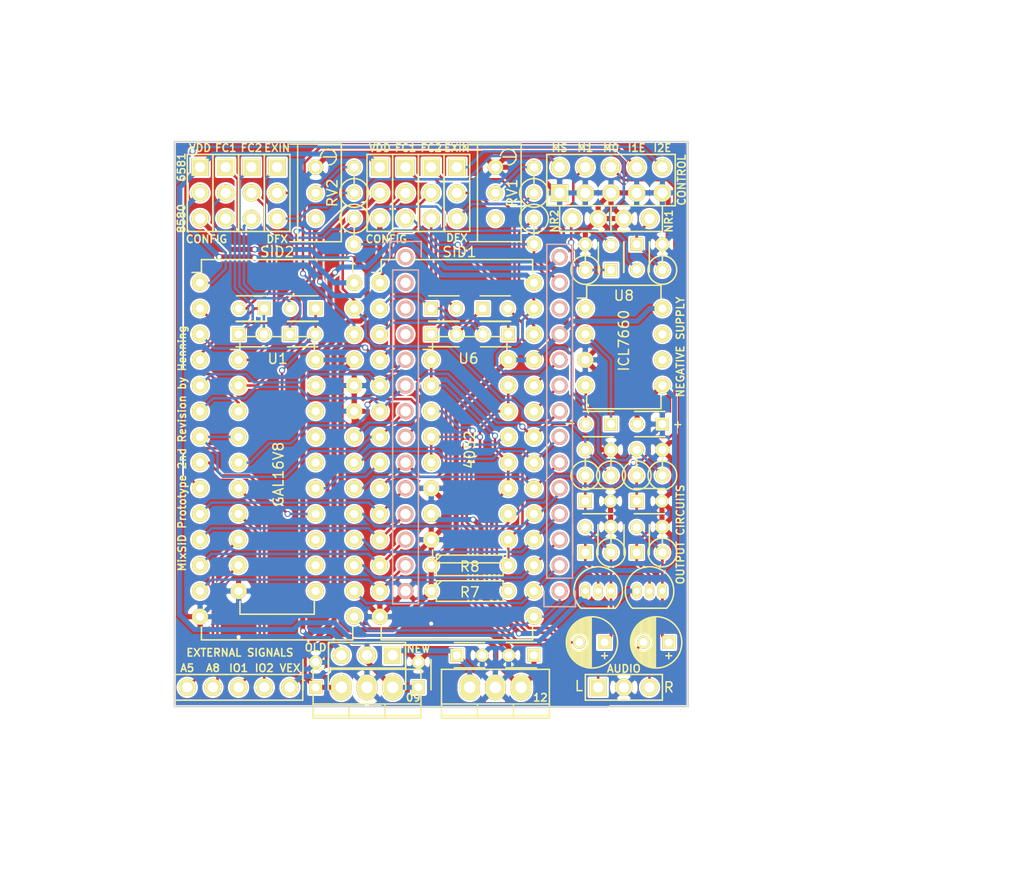
<source format=kicad_pcb>
(kicad_pcb (version 4) (host pcbnew 4.0.0-rc2-stable)
  (layers (0 F.Cu signal) (31 B.Cu signal) (34 B.Paste user) (35 F.Paste user) (36 B.SilkS user) (37 F.SilkS user) (38 B.Mask user) (39 F.Mask user) (44 Edge.Cuts user))
  (net 0 "")
  (net 1 "Net-(C1-Pad1)")
  (net 2 "Net-(C1-Pad2)")
  (net 3 "Net-(C2-Pad1)")
  (net 4 "Net-(C3-Pad1)")
  (net 5 "Net-(C3-Pad2)")
  (net 6 "Net-(C4-Pad1)")
  (net 7 GND)
  (net 8 /+9V)
  (net 9 "Net-(C10-Pad2)")
  (net 10 "Net-(C9-Pad2)")
  (net 11 "Net-(C10-Pad1)")
  (net 12 "Net-(C11-Pad1)")
  (net 13 "Net-(C11-Pad2)")
  (net 14 "Net-(C12-Pad1)")
  (net 15 "Net-(JP2-Pad2)")
  (net 16 "Net-(JP3-Pad2)")
  (net 17 "Net-(JP6-Pad2)")
  (net 18 "Net-(JP7-Pad2)")
  (net 19 /A5)
  (net 20 /A8)
  (net 21 /~IO1)
  (net 22 /~IO2)
  (net 23 /MS)
  (net 24 /~CS)
  (net 25 /RW)
  (net 26 "Net-(U1-Pad11)")
  (net 27 "Net-(U1-Pad12)")
  (net 28 /~CS2)
  (net 29 /~CS1)
  (net 30 "Net-(U1-Pad18)")
  (net 31 VCC)
  (net 32 /~RES)
  (net 33 /CLK)
  (net 34 /A0)
  (net 35 /A1)
  (net 36 /A2)
  (net 37 /A3)
  (net 38 /A4)
  (net 39 /D0)
  (net 40 /D1)
  (net 41 /D2)
  (net 42 /D3)
  (net 43 /D4)
  (net 44 /D5)
  (net 45 /D6)
  (net 46 /D7)
  (net 47 /POTY)
  (net 48 /POTX)
  (net 49 VDD)
  (net 50 "Net-(P4-Pad1)")
  (net 51 "Net-(P4-Pad2)")
  (net 52 "Net-(P4-Pad3)")
  (net 53 "Net-(P4-Pad4)")
  (net 54 "Net-(C13-Pad1)")
  (net 55 "Net-(C13-Pad2)")
  (net 56 "Net-(C14-Pad1)")
  (net 57 "Net-(C14-Pad2)")
  (net 58 /S1OUT)
  (net 59 /S2OUT)
  (net 60 /LEFT)
  (net 61 /RIGHT)
  (net 62 "Net-(C16-Pad2)")
  (net 63 /M0)
  (net 64 /M1)
  (net 65 "Net-(C17-Pad1)")
  (net 66 "Net-(C17-Pad2)")
  (net 67 /VEE)
  (net 68 /RIGHT_OUT)
  (net 69 /LEFT_OUT)
  (net 70 "Net-(U8-Pad6)")
  (net 71 "Net-(U8-Pad7)")
  (net 72 /+12V)
  (net 73 /PWR)
  (net 74 /S2IN)
  (net 75 "Net-(JP8-Pad3)")
  (net 76 /S1IN)
  (net 77 "Net-(JP11-Pad3)")
  (net 78 "Net-(R1-Pad2)")
  (net 79 "Net-(R10-Pad2)")
  (net 80 "Net-(RV1-Pad3)")
  (net 81 "Net-(RV2-Pad3)")
  (net 82 "Net-(C15-Pad1)")
  (net 83 "Net-(C20-Pad1)")
  (net 84 "Net-(C21-Pad2)")
  (net 85 "Net-(P6-Pad12)")
  (net 86 /MONO_OUT)
  (net 87 /PWR2)
  (net 88 /PWR1)
  (net 89 /VEXT)
  (net 90 /~IO1EN)
  (net 91 /~IO2EN)
  (net 92 "Net-(U1-Pad13)")
  (net 93 "Net-(U1-Pad16)")
  (net 94 "Net-(U1-Pad17)")
  (net 95 "Net-(U1-Pad19)")
  (module Capacitors_ThroughHole:C_Disc_D3_P2.5 (layer F.Cu) (at 142.24 83.82 180)
    (fp_text reference C1 hide)
    (fp_text value 470p)
    (pad 1 thru_hole rect (at 0 0 180) (size 1.3 1.3) (drill 0.8) (layers *.Cu *.Mask F.SilkS) (net 1 "Net-(C1-Pad1)"))
    (pad 2 thru_hole circle (at 2.5 0 180) (size 1.3 1.3) (drill 0.8001) (layers *.Cu *.Mask F.SilkS) (net 2 "Net-(C1-Pad2)"))
  )
  (module Capacitors_ThroughHole:C_Disc_D3_P2.5 (layer F.Cu) (at 139.7 86.36)
    (fp_text reference C2 hide)
    (fp_text value 22n)
    (pad 1 thru_hole rect (at 0 0) (size 1.3 1.3) (drill 0.8) (layers *.Cu *.Mask F.SilkS) (net 3 "Net-(C2-Pad1)"))
    (pad 2 thru_hole circle (at 2.5 0) (size 1.3 1.3) (drill 0.8001) (layers *.Cu *.Mask F.SilkS) (net 1 "Net-(C1-Pad1)"))
  )
  (module Capacitors_ThroughHole:C_Disc_D3_P2.5 (layer F.Cu) (at 137.16 83.82 180)
    (fp_text reference C3 hide)
    (fp_text value 470p)
    (pad 1 thru_hole rect (at 0 0 180) (size 1.3 1.3) (drill 0.8) (layers *.Cu *.Mask F.SilkS) (net 4 "Net-(C3-Pad1)"))
    (pad 2 thru_hole circle (at 2.5 0 180) (size 1.3 1.3) (drill 0.8001) (layers *.Cu *.Mask F.SilkS) (net 5 "Net-(C3-Pad2)"))
  )
  (module Capacitors_ThroughHole:C_Disc_D3_P2.5 (layer F.Cu) (at 134.62 86.36)
    (fp_text reference C4 hide)
    (fp_text value 22n)
    (pad 1 thru_hole rect (at 0 0) (size 1.3 1.3) (drill 0.8) (layers *.Cu *.Mask F.SilkS) (net 6 "Net-(C4-Pad1)"))
    (pad 2 thru_hole circle (at 2.5 0) (size 1.3 1.3) (drill 0.8001) (layers *.Cu *.Mask F.SilkS) (net 4 "Net-(C3-Pad1)"))
  )
  (module Capacitors_ThroughHole:C_Disc_D3_P2.5 (layer F.Cu) (at 163.83 118.11 180)
    (fp_text reference C5 hide)
    (fp_text value 470p)
    (pad 1 thru_hole rect (at 0 0 180) (size 1.3 1.3) (drill 0.8) (layers *.Cu *.Mask F.SilkS) (net 89 /VEXT))
    (pad 2 thru_hole circle (at 2.5 0 180) (size 1.3 1.3) (drill 0.8001) (layers *.Cu *.Mask F.SilkS) (net 7 GND))
  )
  (module Capacitors_ThroughHole:C_Disc_D3_P2.5 (layer F.Cu) (at 156.21 118.11)
    (fp_text reference C6 hide)
    (fp_text value 100n)
    (pad 1 thru_hole rect (at 0 0) (size 1.3 1.3) (drill 0.8) (layers *.Cu *.Mask F.SilkS) (net 73 /PWR))
    (pad 2 thru_hole circle (at 2.5 0) (size 1.3 1.3) (drill 0.8001) (layers *.Cu *.Mask F.SilkS) (net 7 GND))
  )
  (module Capacitors_ThroughHole:C_Disc_D3_P2.5 (layer F.Cu) (at 152.4 121.285 90)
    (fp_text reference C7 hide)
    (fp_text value 470p)
    (pad 1 thru_hole rect (at 0 0 90) (size 1.3 1.3) (drill 0.8) (layers *.Cu *.Mask F.SilkS) (net 72 /+12V))
    (pad 2 thru_hole circle (at 2.5 0 90) (size 1.3 1.3) (drill 0.8001) (layers *.Cu *.Mask F.SilkS) (net 7 GND))
  )
  (module Capacitors_ThroughHole:C_Disc_D3_P2.5 (layer F.Cu) (at 142.24 121.285 90)
    (fp_text reference C8 hide)
    (fp_text value 100n)
    (pad 1 thru_hole rect (at 0 0 90) (size 1.3 1.3) (drill 0.8) (layers *.Cu *.Mask F.SilkS) (net 8 /+9V))
    (pad 2 thru_hole circle (at 2.5 0 90) (size 1.3 1.3) (drill 0.8001) (layers *.Cu *.Mask F.SilkS) (net 7 GND))
  )
  (module Capacitors_ThroughHole:C_Disc_D3_P2.5 (layer F.Cu) (at 158.75 83.82)
    (fp_text reference C9 hide)
    (fp_text value 470p)
    (pad 1 thru_hole rect (at 0 0) (size 1.3 1.3) (drill 0.8) (layers *.Cu *.Mask F.SilkS) (net 9 "Net-(C10-Pad2)"))
    (pad 2 thru_hole circle (at 2.5 0) (size 1.3 1.3) (drill 0.8001) (layers *.Cu *.Mask F.SilkS) (net 10 "Net-(C9-Pad2)"))
  )
  (module Capacitors_ThroughHole:C_Disc_D3_P2.5 (layer F.Cu) (at 153.67 86.36)
    (fp_text reference C10 hide)
    (fp_text value 22n)
    (pad 1 thru_hole rect (at 0 0) (size 1.3 1.3) (drill 0.8) (layers *.Cu *.Mask F.SilkS) (net 11 "Net-(C10-Pad1)"))
    (pad 2 thru_hole circle (at 2.5 0) (size 1.3 1.3) (drill 0.8001) (layers *.Cu *.Mask F.SilkS) (net 9 "Net-(C10-Pad2)"))
  )
  (module Capacitors_ThroughHole:C_Disc_D3_P2.5 (layer F.Cu) (at 153.67 83.82)
    (fp_text reference C11 hide)
    (fp_text value 470p)
    (pad 1 thru_hole rect (at 0 0) (size 1.3 1.3) (drill 0.8) (layers *.Cu *.Mask F.SilkS) (net 12 "Net-(C11-Pad1)"))
    (pad 2 thru_hole circle (at 2.5 0) (size 1.3 1.3) (drill 0.8001) (layers *.Cu *.Mask F.SilkS) (net 13 "Net-(C11-Pad2)"))
  )
  (module Capacitors_ThroughHole:C_Disc_D3_P2.5 (layer F.Cu) (at 161.29 86.36 180)
    (fp_text reference C12 hide)
    (fp_text value 22n)
    (pad 1 thru_hole rect (at 0 0 180) (size 1.3 1.3) (drill 0.8) (layers *.Cu *.Mask F.SilkS) (net 14 "Net-(C12-Pad1)"))
    (pad 2 thru_hole circle (at 2.5 0 180) (size 1.3 1.3) (drill 0.8001) (layers *.Cu *.Mask F.SilkS) (net 12 "Net-(C11-Pad1)"))
  )
  (module Capacitors_ThroughHole:C_Disc_D3_P2.5 (layer F.Cu) (at 171.45 80.01 90)
    (fp_text reference C13 hide)
    (fp_text value 100n)
    (pad 1 thru_hole rect (at 0 0 90) (size 1.3 1.3) (drill 0.8) (layers *.Cu *.Mask F.SilkS) (net 54 "Net-(C13-Pad1)"))
    (pad 2 thru_hole circle (at 2.5 0 90) (size 1.3 1.3) (drill 0.8001) (layers *.Cu *.Mask F.SilkS) (net 55 "Net-(C13-Pad2)"))
  )
  (module Capacitors_ThroughHole:C_Disc_D3_P2.5 (layer F.Cu) (at 173.99 77.47 270)
    (fp_text reference C14 hide)
    (fp_text value 100n)
    (pad 1 thru_hole rect (at 0 0 270) (size 1.3 1.3) (drill 0.8) (layers *.Cu *.Mask F.SilkS) (net 56 "Net-(C14-Pad1)"))
    (pad 2 thru_hole circle (at 2.5 0 270) (size 1.3 1.3) (drill 0.8001) (layers *.Cu *.Mask F.SilkS) (net 57 "Net-(C14-Pad2)"))
  )
  (module Capacitors_ThroughHole:C_Disc_D3_P2.5 (layer F.Cu) (at 168.91 102.87)
    (fp_text reference C15 hide)
    (fp_text value 1n)
    (pad 1 thru_hole rect (at 0 0) (size 1.3 1.3) (drill 0.8) (layers *.Cu *.Mask F.SilkS) (net 82 "Net-(C15-Pad1)"))
    (pad 2 thru_hole circle (at 2.5 0) (size 1.3 1.3) (drill 0.8001) (layers *.Cu *.Mask F.SilkS) (net 7 GND))
  )
  (module Capacitors_ThroughHole:C_Disc_D3_P2.5 (layer F.Cu) (at 168.91 107.95 90)
    (fp_text reference C16 hide)
    (fp_text value 470p)
    (pad 1 thru_hole rect (at 0 0 90) (size 1.3 1.3) (drill 0.8) (layers *.Cu *.Mask F.SilkS) (net 82 "Net-(C15-Pad1)"))
    (pad 2 thru_hole circle (at 2.5 0 90) (size 1.3 1.3) (drill 0.8001) (layers *.Cu *.Mask F.SilkS) (net 62 "Net-(C16-Pad2)"))
  )
  (module Capacitors_ThroughHole:C_Disc_D3_P2.5 (layer F.Cu) (at 171.45 95.25 180)
    (fp_text reference C17 hide)
    (fp_text value 10u)
    (pad 1 thru_hole rect (at 0 0 180) (size 1.3 1.3) (drill 0.8) (layers *.Cu *.Mask F.SilkS) (net 65 "Net-(C17-Pad1)"))
    (pad 2 thru_hole circle (at 2.5 0 180) (size 1.3 1.3) (drill 0.8001) (layers *.Cu *.Mask F.SilkS) (net 66 "Net-(C17-Pad2)"))
  )
  (module Capacitors_ThroughHole:C_Disc_D3_P2.5 (layer F.Cu) (at 176.53 95.25 180)
    (fp_text reference C18 hide)
    (fp_text value 10u)
    (pad 1 thru_hole rect (at 0 0 180) (size 1.3 1.3) (drill 0.8) (layers *.Cu *.Mask F.SilkS) (net 7 GND))
    (pad 2 thru_hole circle (at 2.5 0 180) (size 1.3 1.3) (drill 0.8001) (layers *.Cu *.Mask F.SilkS) (net 67 /VEE))
  )
  (module Discret:R1 (layer F.Cu) (at 146.05 71.12 90)
    (fp_text reference R1 hide)
    (fp_text value 220k)
    (pad 1 thru_hole circle (at -1.27 0 90) (size 1.397 1.397) (drill 0.8128) (layers *.Cu *.Mask F.SilkS) (net 75 "Net-(JP8-Pad3)"))
    (pad 2 thru_hole circle (at 1.27 0 90) (size 1.397 1.397) (drill 0.8128) (layers *.Cu *.Mask F.SilkS) (net 78 "Net-(R1-Pad2)"))
  )
  (module Discret:R1 (layer F.Cu) (at 176.53 78.74 90)
    (fp_text reference R2 hide)
    (fp_text value 100k)
    (pad 1 thru_hole circle (at -1.27 0 90) (size 1.397 1.397) (drill 0.8128) (layers *.Cu *.Mask F.SilkS) (net 56 "Net-(C14-Pad1)"))
    (pad 2 thru_hole circle (at 1.27 0 90) (size 1.397 1.397) (drill 0.8128) (layers *.Cu *.Mask F.SilkS) (net 7 GND))
  )
  (module Discret:R1 (layer F.Cu) (at 171.45 99.06 90)
    (fp_text reference R3 hide)
    (fp_text value 1k)
    (pad 1 thru_hole circle (at -1.27 0 90) (size 1.397 1.397) (drill 0.8128) (layers *.Cu *.Mask F.SilkS) (net 59 /S2OUT))
    (pad 2 thru_hole circle (at 1.27 0 90) (size 1.397 1.397) (drill 0.8128) (layers *.Cu *.Mask F.SilkS) (net 7 GND))
  )
  (module Discret:R1 (layer F.Cu) (at 168.91 99.06 90)
    (fp_text reference R4 hide)
    (fp_text value 10k)
    (pad 1 thru_hole circle (at -1.27 0 90) (size 1.397 1.397) (drill 0.8128) (layers *.Cu *.Mask F.SilkS) (net 82 "Net-(C15-Pad1)"))
    (pad 2 thru_hole circle (at 1.27 0 90) (size 1.397 1.397) (drill 0.8128) (layers *.Cu *.Mask F.SilkS) (net 59 /S2OUT))
  )
  (module Discret:R1 (layer F.Cu) (at 171.45 106.68 90)
    (fp_text reference R5 hide)
    (fp_text value 1k)
    (pad 1 thru_hole circle (at -1.27 0 90) (size 1.397 1.397) (drill 0.8128) (layers *.Cu *.Mask F.SilkS) (net 62 "Net-(C16-Pad2)"))
    (pad 2 thru_hole circle (at 1.27 0 90) (size 1.397 1.397) (drill 0.8128) (layers *.Cu *.Mask F.SilkS) (net 7 GND))
  )
  (module Discret:R1 (layer F.Cu) (at 176.53 99.06 90)
    (fp_text reference R6 hide)
    (fp_text value 1k)
    (pad 1 thru_hole circle (at -1.27 0 90) (size 1.397 1.397) (drill 0.8128) (layers *.Cu *.Mask F.SilkS) (net 58 /S1OUT))
    (pad 2 thru_hole circle (at 1.27 0 90) (size 1.397 1.397) (drill 0.8128) (layers *.Cu *.Mask F.SilkS) (net 7 GND))
  )
  (module Housings_DIP:DIP-20_W7.62mm (layer F.Cu) (at 134.62 88.9)
    (fp_text reference U1 (at 3.8608 -0.1016) (layer F.SilkS))
    (fp_text value GAL16V8 (at 3.937 11.303 90) (layer F.SilkS))
    (pad 1 thru_hole oval (at 0 0) (size 1.6 1.6) (drill 0.8) (layers *.Cu *.Mask F.SilkS) (net 23 /MS))
    (pad 2 thru_hole oval (at 0 2.54) (size 1.6 1.6) (drill 0.8) (layers *.Cu *.Mask F.SilkS) (net 90 /~IO1EN))
    (pad 3 thru_hole oval (at 0 5.08) (size 1.6 1.6) (drill 0.8) (layers *.Cu *.Mask F.SilkS) (net 91 /~IO2EN))
    (pad 4 thru_hole oval (at 0 7.62) (size 1.6 1.6) (drill 0.8) (layers *.Cu *.Mask F.SilkS) (net 25 /RW))
    (pad 5 thru_hole oval (at 0 10.16) (size 1.6 1.6) (drill 0.8) (layers *.Cu *.Mask F.SilkS) (net 24 /~CS))
    (pad 6 thru_hole oval (at 0 12.7) (size 1.6 1.6) (drill 0.8) (layers *.Cu *.Mask F.SilkS) (net 22 /~IO2))
    (pad 7 thru_hole oval (at 0 15.24) (size 1.6 1.6) (drill 0.8) (layers *.Cu *.Mask F.SilkS) (net 21 /~IO1))
    (pad 8 thru_hole oval (at 0 17.78) (size 1.6 1.6) (drill 0.8) (layers *.Cu *.Mask F.SilkS) (net 19 /A5))
    (pad 9 thru_hole oval (at 0 20.32) (size 1.6 1.6) (drill 0.8) (layers *.Cu *.Mask F.SilkS) (net 20 /A8))
    (pad 10 thru_hole oval (at 0 22.86) (size 1.6 1.6) (drill 0.8) (layers *.Cu *.Mask F.SilkS) (net 7 GND))
    (pad 11 thru_hole oval (at 7.62 22.86) (size 1.6 1.6) (drill 0.8) (layers *.Cu *.Mask F.SilkS) (net 26 "Net-(U1-Pad11)"))
    (pad 12 thru_hole oval (at 7.62 20.32) (size 1.6 1.6) (drill 0.8) (layers *.Cu *.Mask F.SilkS) (net 27 "Net-(U1-Pad12)"))
    (pad 13 thru_hole oval (at 7.62 17.78) (size 1.6 1.6) (drill 0.8) (layers *.Cu *.Mask F.SilkS) (net 92 "Net-(U1-Pad13)"))
    (pad 14 thru_hole oval (at 7.62 15.24) (size 1.6 1.6) (drill 0.8) (layers *.Cu *.Mask F.SilkS) (net 28 /~CS2))
    (pad 15 thru_hole oval (at 7.62 12.7) (size 1.6 1.6) (drill 0.8) (layers *.Cu *.Mask F.SilkS) (net 29 /~CS1))
    (pad 16 thru_hole oval (at 7.62 10.16) (size 1.6 1.6) (drill 0.8) (layers *.Cu *.Mask F.SilkS) (net 93 "Net-(U1-Pad16)"))
    (pad 17 thru_hole oval (at 7.62 7.62) (size 1.6 1.6) (drill 0.8) (layers *.Cu *.Mask F.SilkS) (net 94 "Net-(U1-Pad17)"))
    (pad 18 thru_hole oval (at 7.62 5.08) (size 1.6 1.6) (drill 0.8) (layers *.Cu *.Mask F.SilkS) (net 30 "Net-(U1-Pad18)"))
    (pad 19 thru_hole oval (at 7.62 2.54) (size 1.6 1.6) (drill 0.8) (layers *.Cu *.Mask F.SilkS) (net 95 "Net-(U1-Pad19)"))
    (pad 20 thru_hole oval (at 7.62 0) (size 1.6 1.6) (drill 0.8) (layers *.Cu *.Mask F.SilkS) (net 31 VCC))
  )
  (module Housings_DIP:DIP-28_W15.24mm (layer F.Cu) (at 130.81 81.28)
    (fp_text reference U2 hide)
    (fp_text value SID2 (at 7.62 -3.048) (layer F.SilkS))
    (pad 1 thru_hole oval (at 0 0) (size 1.6 1.6) (drill 0.8) (layers *.Cu *.Mask F.SilkS) (net 16 "Net-(JP3-Pad2)"))
    (pad 2 thru_hole oval (at 0 2.54) (size 1.6 1.6) (drill 0.8) (layers *.Cu *.Mask F.SilkS) (net 4 "Net-(C3-Pad1)"))
    (pad 3 thru_hole oval (at 0 5.08) (size 1.6 1.6) (drill 0.8) (layers *.Cu *.Mask F.SilkS) (net 1 "Net-(C1-Pad1)"))
    (pad 4 thru_hole oval (at 0 7.62) (size 1.6 1.6) (drill 0.8) (layers *.Cu *.Mask F.SilkS) (net 15 "Net-(JP2-Pad2)"))
    (pad 5 thru_hole oval (at 0 10.16) (size 1.6 1.6) (drill 0.8) (layers *.Cu *.Mask F.SilkS) (net 32 /~RES))
    (pad 6 thru_hole oval (at 0 12.7) (size 1.6 1.6) (drill 0.8) (layers *.Cu *.Mask F.SilkS) (net 33 /CLK))
    (pad 7 thru_hole oval (at 0 15.24) (size 1.6 1.6) (drill 0.8) (layers *.Cu *.Mask F.SilkS) (net 25 /RW))
    (pad 8 thru_hole oval (at 0 17.78) (size 1.6 1.6) (drill 0.8) (layers *.Cu *.Mask F.SilkS) (net 28 /~CS2))
    (pad 9 thru_hole oval (at 0 20.32) (size 1.6 1.6) (drill 0.8) (layers *.Cu *.Mask F.SilkS) (net 34 /A0))
    (pad 10 thru_hole oval (at 0 22.86) (size 1.6 1.6) (drill 0.8) (layers *.Cu *.Mask F.SilkS) (net 35 /A1))
    (pad 11 thru_hole oval (at 0 25.4) (size 1.6 1.6) (drill 0.8) (layers *.Cu *.Mask F.SilkS) (net 36 /A2))
    (pad 12 thru_hole oval (at 0 27.94) (size 1.6 1.6) (drill 0.8) (layers *.Cu *.Mask F.SilkS) (net 37 /A3))
    (pad 13 thru_hole oval (at 0 30.48) (size 1.6 1.6) (drill 0.8) (layers *.Cu *.Mask F.SilkS) (net 38 /A4))
    (pad 14 thru_hole oval (at 0 33.02) (size 1.6 1.6) (drill 0.8) (layers *.Cu *.Mask F.SilkS) (net 7 GND))
    (pad 15 thru_hole oval (at 15.24 33.02) (size 1.6 1.6) (drill 0.8) (layers *.Cu *.Mask F.SilkS) (net 39 /D0))
    (pad 16 thru_hole oval (at 15.24 30.48) (size 1.6 1.6) (drill 0.8) (layers *.Cu *.Mask F.SilkS) (net 40 /D1))
    (pad 17 thru_hole oval (at 15.24 27.94) (size 1.6 1.6) (drill 0.8) (layers *.Cu *.Mask F.SilkS) (net 41 /D2))
    (pad 18 thru_hole oval (at 15.24 25.4) (size 1.6 1.6) (drill 0.8) (layers *.Cu *.Mask F.SilkS) (net 42 /D3))
    (pad 19 thru_hole oval (at 15.24 22.86) (size 1.6 1.6) (drill 0.8) (layers *.Cu *.Mask F.SilkS) (net 43 /D4))
    (pad 20 thru_hole oval (at 15.24 20.32) (size 1.6 1.6) (drill 0.8) (layers *.Cu *.Mask F.SilkS) (net 44 /D5))
    (pad 21 thru_hole oval (at 15.24 17.78) (size 1.6 1.6) (drill 0.8) (layers *.Cu *.Mask F.SilkS) (net 45 /D6))
    (pad 22 thru_hole oval (at 15.24 15.24) (size 1.6 1.6) (drill 0.8) (layers *.Cu *.Mask F.SilkS) (net 46 /D7))
    (pad 23 thru_hole oval (at 15.24 12.7) (size 1.6 1.6) (drill 0.8) (layers *.Cu *.Mask F.SilkS) (net 7 GND))
    (pad 24 thru_hole oval (at 15.24 10.16) (size 1.6 1.6) (drill 0.8) (layers *.Cu *.Mask F.SilkS) (net 7 GND))
    (pad 25 thru_hole oval (at 15.24 7.62) (size 1.6 1.6) (drill 0.8) (layers *.Cu *.Mask F.SilkS) (net 31 VCC))
    (pad 26 thru_hole oval (at 15.24 5.08) (size 1.6 1.6) (drill 0.8) (layers *.Cu *.Mask F.SilkS) (net 74 /S2IN))
    (pad 27 thru_hole oval (at 15.24 2.54) (size 1.6 1.6) (drill 0.8) (layers *.Cu *.Mask F.SilkS) (net 59 /S2OUT))
    (pad 28 thru_hole oval (at 15.24 0) (size 1.6 1.6) (drill 0.8) (layers *.Cu *.Mask F.SilkS) (net 87 /PWR2))
  )
  (module Housings_DIP:DIP-28_W15.24mm (layer F.Cu) (at 148.59 81.28)
    (fp_text reference U5 hide)
    (fp_text value SID1 (at 7.874 -3.048) (layer F.SilkS))
    (pad 1 thru_hole oval (at 0 0) (size 1.6 1.6) (drill 0.8) (layers *.Cu *.Mask F.SilkS) (net 18 "Net-(JP7-Pad2)"))
    (pad 2 thru_hole oval (at 0 2.54) (size 1.6 1.6) (drill 0.8) (layers *.Cu *.Mask F.SilkS) (net 12 "Net-(C11-Pad1)"))
    (pad 3 thru_hole oval (at 0 5.08) (size 1.6 1.6) (drill 0.8) (layers *.Cu *.Mask F.SilkS) (net 9 "Net-(C10-Pad2)"))
    (pad 4 thru_hole oval (at 0 7.62) (size 1.6 1.6) (drill 0.8) (layers *.Cu *.Mask F.SilkS) (net 17 "Net-(JP6-Pad2)"))
    (pad 5 thru_hole oval (at 0 10.16) (size 1.6 1.6) (drill 0.8) (layers *.Cu *.Mask F.SilkS) (net 32 /~RES))
    (pad 6 thru_hole oval (at 0 12.7) (size 1.6 1.6) (drill 0.8) (layers *.Cu *.Mask F.SilkS) (net 33 /CLK))
    (pad 7 thru_hole oval (at 0 15.24) (size 1.6 1.6) (drill 0.8) (layers *.Cu *.Mask F.SilkS) (net 25 /RW))
    (pad 8 thru_hole oval (at 0 17.78) (size 1.6 1.6) (drill 0.8) (layers *.Cu *.Mask F.SilkS) (net 29 /~CS1))
    (pad 9 thru_hole oval (at 0 20.32) (size 1.6 1.6) (drill 0.8) (layers *.Cu *.Mask F.SilkS) (net 34 /A0))
    (pad 10 thru_hole oval (at 0 22.86) (size 1.6 1.6) (drill 0.8) (layers *.Cu *.Mask F.SilkS) (net 35 /A1))
    (pad 11 thru_hole oval (at 0 25.4) (size 1.6 1.6) (drill 0.8) (layers *.Cu *.Mask F.SilkS) (net 36 /A2))
    (pad 12 thru_hole oval (at 0 27.94) (size 1.6 1.6) (drill 0.8) (layers *.Cu *.Mask F.SilkS) (net 37 /A3))
    (pad 13 thru_hole oval (at 0 30.48) (size 1.6 1.6) (drill 0.8) (layers *.Cu *.Mask F.SilkS) (net 38 /A4))
    (pad 14 thru_hole oval (at 0 33.02) (size 1.6 1.6) (drill 0.8) (layers *.Cu *.Mask F.SilkS) (net 7 GND))
    (pad 15 thru_hole oval (at 15.24 33.02) (size 1.6 1.6) (drill 0.8) (layers *.Cu *.Mask F.SilkS) (net 39 /D0))
    (pad 16 thru_hole oval (at 15.24 30.48) (size 1.6 1.6) (drill 0.8) (layers *.Cu *.Mask F.SilkS) (net 40 /D1))
    (pad 17 thru_hole oval (at 15.24 27.94) (size 1.6 1.6) (drill 0.8) (layers *.Cu *.Mask F.SilkS) (net 41 /D2))
    (pad 18 thru_hole oval (at 15.24 25.4) (size 1.6 1.6) (drill 0.8) (layers *.Cu *.Mask F.SilkS) (net 42 /D3))
    (pad 19 thru_hole oval (at 15.24 22.86) (size 1.6 1.6) (drill 0.8) (layers *.Cu *.Mask F.SilkS) (net 43 /D4))
    (pad 20 thru_hole oval (at 15.24 20.32) (size 1.6 1.6) (drill 0.8) (layers *.Cu *.Mask F.SilkS) (net 44 /D5))
    (pad 21 thru_hole oval (at 15.24 17.78) (size 1.6 1.6) (drill 0.8) (layers *.Cu *.Mask F.SilkS) (net 45 /D6))
    (pad 22 thru_hole oval (at 15.24 15.24) (size 1.6 1.6) (drill 0.8) (layers *.Cu *.Mask F.SilkS) (net 46 /D7))
    (pad 23 thru_hole oval (at 15.24 12.7) (size 1.6 1.6) (drill 0.8) (layers *.Cu *.Mask F.SilkS) (net 47 /POTY))
    (pad 24 thru_hole oval (at 15.24 10.16) (size 1.6 1.6) (drill 0.8) (layers *.Cu *.Mask F.SilkS) (net 48 /POTX))
    (pad 25 thru_hole oval (at 15.24 7.62) (size 1.6 1.6) (drill 0.8) (layers *.Cu *.Mask F.SilkS) (net 31 VCC))
    (pad 26 thru_hole oval (at 15.24 5.08) (size 1.6 1.6) (drill 0.8) (layers *.Cu *.Mask F.SilkS) (net 76 /S1IN))
    (pad 27 thru_hole oval (at 15.24 2.54) (size 1.6 1.6) (drill 0.8) (layers *.Cu *.Mask F.SilkS) (net 58 /S1OUT))
    (pad 28 thru_hole oval (at 15.24 0) (size 1.6 1.6) (drill 0.8) (layers *.Cu *.Mask F.SilkS) (net 88 /PWR1))
  )
  (module Housings_DIP:DIP-16_W7.62mm (layer F.Cu) (at 153.67 88.9)
    (fp_text reference U6 (at 3.683 -0.127) (layer F.SilkS))
    (fp_text value 4052 (at 3.81 8.89 90) (layer F.SilkS))
    (pad 1 thru_hole oval (at 0 0) (size 1.6 1.6) (drill 0.8) (layers *.Cu *.Mask F.SilkS) (net 60 /LEFT))
    (pad 2 thru_hole oval (at 0 2.54) (size 1.6 1.6) (drill 0.8) (layers *.Cu *.Mask F.SilkS) (net 60 /LEFT))
    (pad 3 thru_hole oval (at 0 5.08) (size 1.6 1.6) (drill 0.8) (layers *.Cu *.Mask F.SilkS) (net 68 /RIGHT_OUT))
    (pad 4 thru_hole oval (at 0 7.62) (size 1.6 1.6) (drill 0.8) (layers *.Cu *.Mask F.SilkS) (net 61 /RIGHT))
    (pad 5 thru_hole oval (at 0 10.16) (size 1.6 1.6) (drill 0.8) (layers *.Cu *.Mask F.SilkS) (net 61 /RIGHT))
    (pad 6 thru_hole oval (at 0 12.7) (size 1.6 1.6) (drill 0.8) (layers *.Cu *.Mask F.SilkS) (net 7 GND))
    (pad 7 thru_hole oval (at 0 15.24) (size 1.6 1.6) (drill 0.8) (layers *.Cu *.Mask F.SilkS) (net 67 /VEE))
    (pad 8 thru_hole oval (at 0 17.78) (size 1.6 1.6) (drill 0.8) (layers *.Cu *.Mask F.SilkS) (net 7 GND))
    (pad 9 thru_hole oval (at 7.62 17.78) (size 1.6 1.6) (drill 0.8) (layers *.Cu *.Mask F.SilkS) (net 64 /M1))
    (pad 10 thru_hole oval (at 7.62 15.24) (size 1.6 1.6) (drill 0.8) (layers *.Cu *.Mask F.SilkS) (net 63 /M0))
    (pad 11 thru_hole oval (at 7.62 12.7) (size 1.6 1.6) (drill 0.8) (layers *.Cu *.Mask F.SilkS) (net 60 /LEFT))
    (pad 12 thru_hole oval (at 7.62 10.16) (size 1.6 1.6) (drill 0.8) (layers *.Cu *.Mask F.SilkS) (net 60 /LEFT))
    (pad 13 thru_hole oval (at 7.62 7.62) (size 1.6 1.6) (drill 0.8) (layers *.Cu *.Mask F.SilkS) (net 69 /LEFT_OUT))
    (pad 14 thru_hole oval (at 7.62 5.08) (size 1.6 1.6) (drill 0.8) (layers *.Cu *.Mask F.SilkS) (net 61 /RIGHT))
    (pad 15 thru_hole oval (at 7.62 2.54) (size 1.6 1.6) (drill 0.8) (layers *.Cu *.Mask F.SilkS) (net 61 /RIGHT))
    (pad 16 thru_hole oval (at 7.62 0) (size 1.6 1.6) (drill 0.8) (layers *.Cu *.Mask F.SilkS) (net 31 VCC))
  )
  (module Housings_DIP:DIP-8_W7.62mm (layer F.Cu) (at 168.91 83.82)
    (fp_text reference U8 (at 3.81 -1.27 180) (layer F.SilkS))
    (fp_text value ICL7660 (at 3.81 3.175 90) (layer F.SilkS))
    (pad 1 thru_hole oval (at 0 0) (size 1.6 1.6) (drill 0.8) (layers *.Cu *.Mask F.SilkS))
    (pad 2 thru_hole oval (at 0 2.54) (size 1.6 1.6) (drill 0.8) (layers *.Cu *.Mask F.SilkS) (net 65 "Net-(C17-Pad1)"))
    (pad 3 thru_hole oval (at 0 5.08) (size 1.6 1.6) (drill 0.8) (layers *.Cu *.Mask F.SilkS) (net 7 GND))
    (pad 4 thru_hole oval (at 0 7.62) (size 1.6 1.6) (drill 0.8) (layers *.Cu *.Mask F.SilkS) (net 66 "Net-(C17-Pad2)"))
    (pad 5 thru_hole oval (at 7.62 7.62) (size 1.6 1.6) (drill 0.8) (layers *.Cu *.Mask F.SilkS) (net 67 /VEE))
    (pad 6 thru_hole oval (at 7.62 5.08) (size 1.6 1.6) (drill 0.8) (layers *.Cu *.Mask F.SilkS) (net 70 "Net-(U8-Pad6)"))
    (pad 7 thru_hole oval (at 7.62 2.54) (size 1.6 1.6) (drill 0.8) (layers *.Cu *.Mask F.SilkS) (net 71 "Net-(U8-Pad7)"))
    (pad 8 thru_hole oval (at 7.62 0) (size 1.6 1.6) (drill 0.8) (layers *.Cu *.Mask F.SilkS) (net 31 VCC))
  )
  (module Discret:R3 (layer F.Cu) (at 157.48 111.76)
    (fp_text reference R7 (at 0 0.127) (layer F.SilkS))
    (fp_text value 4k7)
    (pad 1 thru_hole circle (at -3.81 0) (size 1.397 1.397) (drill 0.8128) (layers *.Cu *.Mask F.SilkS) (net 31 VCC))
    (pad 2 thru_hole circle (at 3.81 0) (size 1.397 1.397) (drill 0.8128) (layers *.Cu *.Mask F.SilkS) (net 63 /M0))
  )
  (module Discret:R3 (layer F.Cu) (at 157.48 109.22)
    (fp_text reference R8 (at 0 0.127) (layer F.SilkS))
    (fp_text value 4k7)
    (pad 1 thru_hole circle (at -3.81 0) (size 1.397 1.397) (drill 0.8128) (layers *.Cu *.Mask F.SilkS) (net 31 VCC))
    (pad 2 thru_hole circle (at 3.81 0) (size 1.397 1.397) (drill 0.8128) (layers *.Cu *.Mask F.SilkS) (net 64 /M1))
  )
  (module Discret:R1 (layer F.Cu) (at 168.91 78.74 90)
    (fp_text reference R9 hide)
    (fp_text value 100k)
    (pad 1 thru_hole circle (at -1.27 0 90) (size 1.397 1.397) (drill 0.8128) (layers *.Cu *.Mask F.SilkS) (net 54 "Net-(C13-Pad1)"))
    (pad 2 thru_hole circle (at 1.27 0 90) (size 1.397 1.397) (drill 0.8128) (layers *.Cu *.Mask F.SilkS) (net 7 GND))
  )
  (module Discret:R1 (layer F.Cu) (at 163.83 71.12 90)
    (fp_text reference R10 hide)
    (fp_text value 220k)
    (pad 1 thru_hole circle (at -1.27 0 90) (size 1.397 1.397) (drill 0.8128) (layers *.Cu *.Mask F.SilkS) (net 77 "Net-(JP11-Pad3)"))
    (pad 2 thru_hole circle (at 1.27 0 90) (size 1.397 1.397) (drill 0.8128) (layers *.Cu *.Mask F.SilkS) (net 79 "Net-(R10-Pad2)"))
  )
  (module Capacitors_ThroughHole:C_Disc_D3_P2.5 (layer F.Cu) (at 173.99 102.87)
    (fp_text reference C20 hide)
    (fp_text value 1n)
    (pad 1 thru_hole rect (at 0 0) (size 1.3 1.3) (drill 0.8) (layers *.Cu *.Mask F.SilkS) (net 83 "Net-(C20-Pad1)"))
    (pad 2 thru_hole circle (at 2.5 0) (size 1.3 1.3) (drill 0.8001) (layers *.Cu *.Mask F.SilkS) (net 7 GND))
  )
  (module Capacitors_ThroughHole:C_Disc_D3_P2.5 (layer F.Cu) (at 173.99 107.95 90)
    (fp_text reference C21 hide)
    (fp_text value 470p)
    (pad 1 thru_hole rect (at 0 0 90) (size 1.3 1.3) (drill 0.8) (layers *.Cu *.Mask F.SilkS) (net 83 "Net-(C20-Pad1)"))
    (pad 2 thru_hole circle (at 2.5 0 90) (size 1.3 1.3) (drill 0.8001) (layers *.Cu *.Mask F.SilkS) (net 84 "Net-(C21-Pad2)"))
  )
  (module TO_SOT_Packages_THT:TO-92_Inline_Narrow_Oval (layer F.Cu) (at 168.91 111.76)
    (fp_text reference Q1 hide)
    (fp_text value BC547)
    (pad 2 thru_hole oval (at 1.27 0 180) (size 0.89916 1.50114) (drill 0.6) (layers *.Cu *.Mask F.SilkS) (net 82 "Net-(C15-Pad1)"))
    (pad 3 thru_hole oval (at 2.54 0 180) (size 0.89916 1.50114) (drill 0.6) (layers *.Cu *.Mask F.SilkS) (net 62 "Net-(C16-Pad2)"))
    (pad 1 thru_hole oval (at 0 0 180) (size 0.89916 1.50114) (drill 0.6) (layers *.Cu *.Mask F.SilkS) (net 72 /+12V))
  )
  (module TO_SOT_Packages_THT:TO-92_Inline_Narrow_Oval (layer F.Cu) (at 173.99 111.76)
    (fp_text reference Q2 hide)
    (fp_text value BC547)
    (pad 2 thru_hole oval (at 1.27 0 180) (size 0.89916 1.50114) (drill 0.6) (layers *.Cu *.Mask F.SilkS) (net 83 "Net-(C20-Pad1)"))
    (pad 3 thru_hole oval (at 2.54 0 180) (size 0.89916 1.50114) (drill 0.6) (layers *.Cu *.Mask F.SilkS) (net 84 "Net-(C21-Pad2)"))
    (pad 1 thru_hole oval (at 0 0 180) (size 0.89916 1.50114) (drill 0.6) (layers *.Cu *.Mask F.SilkS) (net 72 /+12V))
  )
  (module Discret:R1 (layer F.Cu) (at 173.99 99.06 90)
    (fp_text reference R11 hide)
    (fp_text value 10k)
    (pad 1 thru_hole circle (at -1.27 0 90) (size 1.397 1.397) (drill 0.8128) (layers *.Cu *.Mask F.SilkS) (net 83 "Net-(C20-Pad1)"))
    (pad 2 thru_hole circle (at 1.27 0 90) (size 1.397 1.397) (drill 0.8128) (layers *.Cu *.Mask F.SilkS) (net 58 /S1OUT))
  )
  (module Discret:R1 (layer F.Cu) (at 176.53 106.68 90)
    (fp_text reference R12 hide)
    (fp_text value 1k)
    (pad 1 thru_hole circle (at -1.27 0 90) (size 1.397 1.397) (drill 0.8128) (layers *.Cu *.Mask F.SilkS) (net 84 "Net-(C21-Pad2)"))
    (pad 2 thru_hole circle (at 1.27 0 90) (size 1.397 1.397) (drill 0.8128) (layers *.Cu *.Mask F.SilkS) (net 7 GND))
  )
  (module Capacitors_ThroughHole:C_Radial_D5_L6_P2.5 (layer F.Cu) (at 170.815 116.84 180)
    (fp_text reference C19 hide)
    (fp_text value 10uF)
    (pad 1 thru_hole rect (at 0 0 180) (size 1.3 1.3) (drill 0.8) (layers *.Cu *.Mask F.SilkS) (net 62 "Net-(C16-Pad2)"))
    (pad 2 thru_hole circle (at 2.5 0 180) (size 1.3 1.3) (drill 0.8) (layers *.Cu *.Mask F.SilkS) (net 60 /LEFT))
  )
  (module Capacitors_ThroughHole:C_Radial_D5_L6_P2.5 (layer F.Cu) (at 177.165 116.84 180)
    (fp_text reference C22 hide)
    (fp_text value 10uF)
    (pad 1 thru_hole rect (at 0 0 180) (size 1.3 1.3) (drill 0.8) (layers *.Cu *.Mask F.SilkS) (net 84 "Net-(C21-Pad2)"))
    (pad 2 thru_hole circle (at 2.5 0 180) (size 1.3 1.3) (drill 0.8) (layers *.Cu *.Mask F.SilkS) (net 61 /RIGHT))
  )
  (module Potentiometers:Potentiometer_Bourns_3296W_3-8Zoll_Inline_ScrewUp (layer F.Cu) (at 160.02 69.85 180)
    (fp_text reference RV1 (at -1.651 -2.54 270) (layer F.SilkS))
    (fp_text value 1M)
    (pad 2 thru_hole circle (at 0 -2.54 180) (size 1.524 1.524) (drill 0.8128) (layers *.Cu *.Mask F.SilkS) (net 79 "Net-(R10-Pad2)"))
    (pad 3 thru_hole circle (at 0 -5.08 180) (size 1.524 1.524) (drill 0.8128) (layers *.Cu *.Mask F.SilkS) (net 80 "Net-(RV1-Pad3)"))
    (pad 1 thru_hole circle (at 0 0 180) (size 1.524 1.524) (drill 0.8128) (layers *.Cu *.Mask F.SilkS) (net 7 GND))
  )
  (module Potentiometers:Potentiometer_Bourns_3296W_3-8Zoll_Inline_ScrewUp (layer F.Cu) (at 142.24 69.85 180)
    (fp_text reference RV2 (at -1.651 -2.54 270) (layer F.SilkS))
    (fp_text value 1M)
    (pad 2 thru_hole circle (at 0 -2.54 180) (size 1.524 1.524) (drill 0.8128) (layers *.Cu *.Mask F.SilkS) (net 78 "Net-(R1-Pad2)"))
    (pad 3 thru_hole circle (at 0 -5.08 180) (size 1.524 1.524) (drill 0.8128) (layers *.Cu *.Mask F.SilkS) (net 81 "Net-(RV2-Pad3)"))
    (pad 1 thru_hole circle (at 0 0 180) (size 1.524 1.524) (drill 0.8128) (layers *.Cu *.Mask F.SilkS) (net 7 GND))
  )
  (module Discret:R1 (layer F.Cu) (at 146.05 76.2 270)
    (fp_text reference R13 hide)
    (fp_text value 1k)
    (pad 1 thru_hole circle (at -1.27 0 270) (size 1.397 1.397) (drill 0.8128) (layers *.Cu *.Mask F.SilkS) (net 59 /S2OUT))
    (pad 2 thru_hole circle (at 1.27 0 270) (size 1.397 1.397) (drill 0.8128) (layers *.Cu *.Mask F.SilkS) (net 86 /MONO_OUT))
  )
  (module Discret:R1 (layer F.Cu) (at 163.83 76.2 270)
    (fp_text reference R14 hide)
    (fp_text value 1k)
    (pad 1 thru_hole circle (at -1.27 0 270) (size 1.397 1.397) (drill 0.8128) (layers *.Cu *.Mask F.SilkS) (net 58 /S1OUT))
    (pad 2 thru_hole circle (at 1.27 0 270) (size 1.397 1.397) (drill 0.8128) (layers *.Cu *.Mask F.SilkS) (net 86 /MONO_OUT))
  )
  (module Pinheaders:Pin_Header_Straight_1x05 (layer F.Cu) (at 129.54 121.285 90)
    (fp_text reference P1 hide)
    (fp_text value INPUT)
    (pad 1 thru_hole circle (at 0 0 90) (size 1.7272 1.7272) (drill 1.016) (layers *.Cu *.Mask F.SilkS) (net 19 /A5))
    (pad 2 thru_hole circle (at 0 2.54 90) (size 1.7272 1.7272) (drill 1.016) (layers *.Cu *.Mask F.SilkS) (net 20 /A8))
    (pad 3 thru_hole circle (at 0 5.08 90) (size 1.7272 1.7272) (drill 1.016) (layers *.Cu *.Mask F.SilkS) (net 21 /~IO1))
    (pad 4 thru_hole circle (at 0 7.62 90) (size 1.7272 1.7272) (drill 1.016) (layers *.Cu *.Mask F.SilkS) (net 22 /~IO2))
    (pad 5 thru_hole circle (at 0 10.16 90) (size 1.7272 1.7272) (drill 1.016) (layers *.Cu *.Mask F.SilkS) (net 89 /VEXT))
  )
  (module Pinheaders:Pin_Header_Straight_1x03 (layer F.Cu) (at 149.86 118.11 270)
    (fp_text reference JP4 hide)
    (fp_text value BOARD)
    (pad 1 thru_hole rect (at 0 0 270) (size 1.7272 1.7272) (drill 1.016) (layers *.Cu *.Mask F.SilkS) (net 73 /PWR))
    (pad 2 thru_hole circle (at 0 2.54 270) (size 1.7272 1.7272) (drill 1.016) (layers *.Cu *.Mask F.SilkS) (net 72 /+12V))
    (pad 3 thru_hole circle (at 0 5.08 270) (size 1.7272 1.7272) (drill 1.016) (layers *.Cu *.Mask F.SilkS) (net 49 VDD))
  )
  (module Pinheaders:Pin_Header_Straight_1x03 (layer F.Cu) (at 130.81 69.85)
    (fp_text reference JP1 hide)
    (fp_text value SUPPLY2)
    (pad 1 thru_hole rect (at 0 0) (size 1.7272 1.7272) (drill 1.016) (layers *.Cu *.Mask F.SilkS) (net 72 /+12V))
    (pad 2 thru_hole circle (at 0 2.54) (size 1.7272 1.7272) (drill 1.016) (layers *.Cu *.Mask F.SilkS) (net 87 /PWR2))
    (pad 3 thru_hole circle (at 0 5.08) (size 1.7272 1.7272) (drill 1.016) (layers *.Cu *.Mask F.SilkS) (net 8 /+9V))
  )
  (module Pinheaders:Pin_Header_Straight_1x03 (layer F.Cu) (at 133.35 69.85)
    (fp_text reference JP3 hide)
    (fp_text value S2CAP1)
    (pad 1 thru_hole rect (at 0 0) (size 1.7272 1.7272) (drill 1.016) (layers *.Cu *.Mask F.SilkS) (net 5 "Net-(C3-Pad2)"))
    (pad 2 thru_hole circle (at 0 2.54) (size 1.7272 1.7272) (drill 1.016) (layers *.Cu *.Mask F.SilkS) (net 16 "Net-(JP3-Pad2)"))
    (pad 3 thru_hole circle (at 0 5.08) (size 1.7272 1.7272) (drill 1.016) (layers *.Cu *.Mask F.SilkS) (net 6 "Net-(C4-Pad1)"))
  )
  (module Pinheaders:Pin_Header_Straight_1x03 (layer F.Cu) (at 135.89 69.85)
    (fp_text reference JP2 hide)
    (fp_text value S2CAP2)
    (pad 1 thru_hole rect (at 0 0) (size 1.7272 1.7272) (drill 1.016) (layers *.Cu *.Mask F.SilkS) (net 2 "Net-(C1-Pad2)"))
    (pad 2 thru_hole circle (at 0 2.54) (size 1.7272 1.7272) (drill 1.016) (layers *.Cu *.Mask F.SilkS) (net 15 "Net-(JP2-Pad2)"))
    (pad 3 thru_hole circle (at 0 5.08) (size 1.7272 1.7272) (drill 1.016) (layers *.Cu *.Mask F.SilkS) (net 3 "Net-(C2-Pad1)"))
  )
  (module Pinheaders:Pin_Header_Straight_1x03 (layer F.Cu) (at 138.43 69.85)
    (fp_text reference JP8 hide)
    (fp_text value INPUT2)
    (pad 1 thru_hole rect (at 0 0) (size 1.7272 1.7272) (drill 1.016) (layers *.Cu *.Mask F.SilkS) (net 55 "Net-(C13-Pad2)"))
    (pad 2 thru_hole circle (at 0 2.54) (size 1.7272 1.7272) (drill 1.016) (layers *.Cu *.Mask F.SilkS) (net 74 /S2IN))
    (pad 3 thru_hole circle (at 0 5.08) (size 1.7272 1.7272) (drill 1.016) (layers *.Cu *.Mask F.SilkS) (net 75 "Net-(JP8-Pad3)"))
  )
  (module Pinheaders:Pin_Header_Straight_1x03 (layer F.Cu) (at 156.21 69.85)
    (fp_text reference JP11 hide)
    (fp_text value INPUT1)
    (pad 1 thru_hole rect (at 0 0) (size 1.7272 1.7272) (drill 1.016) (layers *.Cu *.Mask F.SilkS) (net 57 "Net-(C14-Pad2)"))
    (pad 2 thru_hole circle (at 0 2.54) (size 1.7272 1.7272) (drill 1.016) (layers *.Cu *.Mask F.SilkS) (net 76 /S1IN))
    (pad 3 thru_hole circle (at 0 5.08) (size 1.7272 1.7272) (drill 1.016) (layers *.Cu *.Mask F.SilkS) (net 77 "Net-(JP11-Pad3)"))
  )
  (module Pinheaders:Pin_Header_Straight_1x03 (layer F.Cu) (at 153.67 69.85)
    (fp_text reference JP6 hide)
    (fp_text value S1CAP2)
    (pad 1 thru_hole rect (at 0 0) (size 1.7272 1.7272) (drill 1.016) (layers *.Cu *.Mask F.SilkS) (net 10 "Net-(C9-Pad2)"))
    (pad 2 thru_hole circle (at 0 2.54) (size 1.7272 1.7272) (drill 1.016) (layers *.Cu *.Mask F.SilkS) (net 17 "Net-(JP6-Pad2)"))
    (pad 3 thru_hole circle (at 0 5.08) (size 1.7272 1.7272) (drill 1.016) (layers *.Cu *.Mask F.SilkS) (net 11 "Net-(C10-Pad1)"))
  )
  (module Pinheaders:Pin_Header_Straight_1x03 (layer F.Cu) (at 151.13 69.85)
    (fp_text reference JP7 hide)
    (fp_text value S1CAP1)
    (pad 1 thru_hole rect (at 0 0) (size 1.7272 1.7272) (drill 1.016) (layers *.Cu *.Mask F.SilkS) (net 13 "Net-(C11-Pad2)"))
    (pad 2 thru_hole circle (at 0 2.54) (size 1.7272 1.7272) (drill 1.016) (layers *.Cu *.Mask F.SilkS) (net 18 "Net-(JP7-Pad2)"))
    (pad 3 thru_hole circle (at 0 5.08) (size 1.7272 1.7272) (drill 1.016) (layers *.Cu *.Mask F.SilkS) (net 14 "Net-(C12-Pad1)"))
  )
  (module Pinheaders:Pin_Header_Straight_1x03 (layer F.Cu) (at 148.59 69.85)
    (fp_text reference JP5 hide)
    (fp_text value SUPPLY1)
    (pad 1 thru_hole rect (at 0 0) (size 1.7272 1.7272) (drill 1.016) (layers *.Cu *.Mask F.SilkS) (net 72 /+12V))
    (pad 2 thru_hole circle (at 0 2.54) (size 1.7272 1.7272) (drill 1.016) (layers *.Cu *.Mask F.SilkS) (net 88 /PWR1))
    (pad 3 thru_hole circle (at 0 5.08) (size 1.7272 1.7272) (drill 1.016) (layers *.Cu *.Mask F.SilkS) (net 8 /+9V))
  )
  (module Pinheaders:Pin_Header_Straight_1x03 (layer F.Cu) (at 170.18 121.285 90)
    (fp_text reference P5 hide)
    (fp_text value OUTPUT)
    (pad 1 thru_hole rect (at 0 0 90) (size 1.7272 1.7272) (drill 1.016) (layers *.Cu *.Mask F.SilkS) (net 69 /LEFT_OUT))
    (pad 2 thru_hole circle (at 0 2.54 90) (size 1.7272 1.7272) (drill 1.016) (layers *.Cu *.Mask F.SilkS) (net 7 GND))
    (pad 3 thru_hole circle (at 0 5.08 90) (size 1.7272 1.7272) (drill 1.016) (layers *.Cu *.Mask F.SilkS) (net 68 /RIGHT_OUT))
  )
  (module Pinheaders:Pin_Header_Straight_1x02 (layer F.Cu) (at 167.64 74.93 90)
    (fp_text reference JP10 hide)
    (fp_text value NR2)
    (pad 1 thru_hole circle (at 0 0 90) (size 1.7272 1.7272) (drill 1.016) (layers *.Cu *.Mask F.SilkS) (net 54 "Net-(C13-Pad1)"))
    (pad 2 thru_hole circle (at 0 2.54 90) (size 1.7272 1.7272) (drill 1.016) (layers *.Cu *.Mask F.SilkS) (net 7 GND))
  )
  (module Pinheaders:Pin_Header_Straight_1x02 (layer F.Cu) (at 175.26 74.93 270)
    (fp_text reference JP9 hide)
    (fp_text value NR1)
    (pad 1 thru_hole circle (at 0 0 270) (size 1.7272 1.7272) (drill 1.016) (layers *.Cu *.Mask F.SilkS) (net 56 "Net-(C14-Pad1)"))
    (pad 2 thru_hole circle (at 0 2.54 270) (size 1.7272 1.7272) (drill 1.016) (layers *.Cu *.Mask F.SilkS) (net 7 GND))
  )
  (module Pinheaders:Pin_Header_Straight_2x05 (layer F.Cu) (at 166.37 72.39 90)
    (fp_text reference P2 hide)
    (fp_text value CONTROL)
    (pad 1 thru_hole rect (at 0 0 90) (size 1.7272 1.7272) (drill 1.016) (layers *.Cu *.Mask F.SilkS) (net 7 GND))
    (pad 2 thru_hole oval (at 2.54 0 90) (size 1.7272 1.7272) (drill 1.016) (layers *.Cu *.Mask F.SilkS) (net 23 /MS))
    (pad 3 thru_hole oval (at 0 2.54 90) (size 1.7272 1.7272) (drill 1.016) (layers *.Cu *.Mask F.SilkS) (net 7 GND))
    (pad 4 thru_hole oval (at 2.54 2.54 90) (size 1.7272 1.7272) (drill 1.016) (layers *.Cu *.Mask F.SilkS) (net 64 /M1))
    (pad 5 thru_hole oval (at 0 5.08 90) (size 1.7272 1.7272) (drill 1.016) (layers *.Cu *.Mask F.SilkS) (net 7 GND))
    (pad 6 thru_hole oval (at 2.54 5.08 90) (size 1.7272 1.7272) (drill 1.016) (layers *.Cu *.Mask F.SilkS) (net 63 /M0))
    (pad 7 thru_hole oval (at 0 7.62 90) (size 1.7272 1.7272) (drill 1.016) (layers *.Cu *.Mask F.SilkS) (net 7 GND))
    (pad 8 thru_hole oval (at 2.54 7.62 90) (size 1.7272 1.7272) (drill 1.016) (layers *.Cu *.Mask F.SilkS) (net 90 /~IO1EN))
    (pad 9 thru_hole oval (at 0 10.16 90) (size 1.7272 1.7272) (drill 1.016) (layers *.Cu *.Mask F.SilkS) (net 7 GND))
    (pad 10 thru_hole oval (at 2.54 10.16 90) (size 1.7272 1.7272) (drill 1.016) (layers *.Cu *.Mask F.SilkS) (net 91 /~IO2EN))
  )
  (module Pinheaders:Pin_Header_Straight_1x14 (layer B.Cu) (at 151.13 78.74 180)
    (fp_text reference P4 hide)
    (fp_text value "SOCKET LEFT" hide)
    (pad 1 thru_hole circle (at 0 0 180) (size 1.6 1.6) (drill 1.016) (layers *.Cu *.Mask B.SilkS) (net 50 "Net-(P4-Pad1)"))
    (pad 2 thru_hole circle (at 0 -2.54 180) (size 1.6 1.6) (drill 1.016) (layers *.Cu *.Mask B.SilkS) (net 51 "Net-(P4-Pad2)"))
    (pad 3 thru_hole circle (at 0 -5.08 180) (size 1.6 1.6) (drill 1.016) (layers *.Cu *.Mask B.SilkS) (net 52 "Net-(P4-Pad3)"))
    (pad 4 thru_hole circle (at 0 -7.62 180) (size 1.6 1.6) (drill 1.016) (layers *.Cu *.Mask B.SilkS) (net 53 "Net-(P4-Pad4)"))
    (pad 5 thru_hole circle (at 0 -10.16 180) (size 1.6 1.6) (drill 1.016) (layers *.Cu *.Mask B.SilkS) (net 32 /~RES))
    (pad 6 thru_hole circle (at 0 -12.7 180) (size 1.6 1.6) (drill 1.016) (layers *.Cu *.Mask B.SilkS) (net 33 /CLK))
    (pad 7 thru_hole circle (at 0 -15.24 180) (size 1.6 1.6) (drill 1.016) (layers *.Cu *.Mask B.SilkS) (net 25 /RW))
    (pad 8 thru_hole circle (at 0 -17.78 180) (size 1.6 1.6) (drill 1.016) (layers *.Cu *.Mask B.SilkS) (net 24 /~CS))
    (pad 9 thru_hole circle (at 0 -20.32 180) (size 1.6 1.6) (drill 1.016) (layers *.Cu *.Mask B.SilkS) (net 34 /A0))
    (pad 10 thru_hole circle (at 0 -22.86 180) (size 1.6 1.6) (drill 1.016) (layers *.Cu *.Mask B.SilkS) (net 35 /A1))
    (pad 11 thru_hole circle (at 0 -25.4 180) (size 1.6 1.6) (drill 1.016) (layers *.Cu *.Mask B.SilkS) (net 36 /A2))
    (pad 12 thru_hole circle (at 0 -27.94 180) (size 1.6 1.6) (drill 1.016) (layers *.Cu *.Mask B.SilkS) (net 37 /A3))
    (pad 13 thru_hole circle (at 0 -30.48 180) (size 1.6 1.6) (drill 1.016) (layers *.Cu *.Mask B.SilkS) (net 38 /A4))
    (pad 14 thru_hole circle (at 0 -33.02 180) (size 1.6 1.6) (drill 1.016) (layers *.Cu *.Mask B.SilkS) (net 7 GND))
  )
  (module Pinheaders:Pin_Header_Straight_1x14 (layer B.Cu) (at 166.37 111.76)
    (fp_text reference P6 hide)
    (fp_text value "SOCKET RIGHT" hide)
    (pad 1 thru_hole circle (at 0 0) (size 1.6 1.6) (drill 1.016) (layers *.Cu *.Mask B.SilkS) (net 39 /D0))
    (pad 2 thru_hole circle (at 0 -2.54) (size 1.6 1.6) (drill 1.016) (layers *.Cu *.Mask B.SilkS) (net 40 /D1))
    (pad 3 thru_hole circle (at 0 -5.08) (size 1.6 1.6) (drill 1.016) (layers *.Cu *.Mask B.SilkS) (net 41 /D2))
    (pad 4 thru_hole circle (at 0 -7.62) (size 1.6 1.6) (drill 1.016) (layers *.Cu *.Mask B.SilkS) (net 42 /D3))
    (pad 5 thru_hole circle (at 0 -10.16) (size 1.6 1.6) (drill 1.016) (layers *.Cu *.Mask B.SilkS) (net 43 /D4))
    (pad 6 thru_hole circle (at 0 -12.7) (size 1.6 1.6) (drill 1.016) (layers *.Cu *.Mask B.SilkS) (net 44 /D5))
    (pad 7 thru_hole circle (at 0 -15.24) (size 1.6 1.6) (drill 1.016) (layers *.Cu *.Mask B.SilkS) (net 45 /D6))
    (pad 8 thru_hole circle (at 0 -17.78) (size 1.6 1.6) (drill 1.016) (layers *.Cu *.Mask B.SilkS) (net 46 /D7))
    (pad 9 thru_hole circle (at 0 -20.32) (size 1.6 1.6) (drill 1.016) (layers *.Cu *.Mask B.SilkS) (net 47 /POTY))
    (pad 10 thru_hole circle (at 0 -22.86) (size 1.6 1.6) (drill 1.016) (layers *.Cu *.Mask B.SilkS) (net 48 /POTX))
    (pad 11 thru_hole circle (at 0 -25.4) (size 1.6 1.6) (drill 1.016) (layers *.Cu *.Mask B.SilkS) (net 31 VCC))
    (pad 12 thru_hole circle (at 0 -27.94) (size 1.6 1.6) (drill 1.016) (layers *.Cu *.Mask B.SilkS) (net 85 "Net-(P6-Pad12)"))
    (pad 13 thru_hole circle (at 0 -30.48) (size 1.6 1.6) (drill 1.016) (layers *.Cu *.Mask B.SilkS) (net 86 /MONO_OUT))
    (pad 14 thru_hole circle (at 0 -33.02) (size 1.6 1.6) (drill 1.016) (layers *.Cu *.Mask B.SilkS) (net 49 VDD))
  )
  (module Pinheaders:TO-220 (layer F.Cu) (at 160.02 121.285 180)
    (fp_text reference U3 hide)
    (fp_text value 7812)
    (pad 2 thru_hole oval (at 0 0 180) (size 2.032 2.54) (drill 1.143) (layers *.Cu *.Mask F.SilkS) (net 7 GND))
    (pad 3 thru_hole oval (at 2.54 0 180) (size 2.032 2.54) (drill 1.143) (layers *.Cu *.Mask F.SilkS) (net 73 /PWR))
    (pad 1 thru_hole oval (at -2.54 0 180) (size 2.032 2.54) (drill 1.143) (layers *.Cu *.Mask F.SilkS) (net 89 /VEXT))
  )
  (module Pinheaders:TO-220 (layer F.Cu) (at 147.32 121.285 180)
    (fp_text reference U4 hide)
    (fp_text value 7809)
    (pad 2 thru_hole oval (at 0 0 180) (size 2.032 2.54) (drill 1.143) (layers *.Cu *.Mask F.SilkS) (net 7 GND))
    (pad 3 thru_hole oval (at 2.54 0 180) (size 2.032 2.54) (drill 1.143) (layers *.Cu *.Mask F.SilkS) (net 8 /+9V))
    (pad 1 thru_hole oval (at -2.54 0 180) (size 2.032 2.54) (drill 1.143) (layers *.Cu *.Mask F.SilkS) (net 72 /+12V))
  )
  (gr_text "MixSID Prototype 2nd Revision by Henning" (at 129.032 97.663 90) (layer F.SilkS) (effects (font (size 0.75 0.75))))
  (gr_text "OUTPUT CIRCUITS" (at 178.308 106.172 90) (layer F.SilkS) (effects (font (size 0.75 0.75))))
  (gr_text "NEGATIVE SUPPLY" (at 178.308 87.63 90) (layer F.SilkS) (effects (font (size 0.75 0.75))))
  (gr_text CONFIG (at 149.225 76.962) (layer F.SilkS) (effects (font (size 0.75 0.75))))
  (gr_text CONFIG (at 131.445 76.962) (layer F.SilkS) (effects (font (size 0.75 0.75))))
  (gr_text "AUDIO\n" (at 172.72 119.4435) (layer F.SilkS) (effects (font (size 0.75 0.75))))
  (gr_text "EXTERNAL SIGNALS" (at 134.747 117.856) (layer F.SilkS) (effects (font (size 0.75 0.75))))
  (gr_text 12 (at 164.465 122.301) (layer F.SilkS) (effects (font (size 0.75 0.75))))
  (gr_text 09 (at 151.892 122.301) (layer F.SilkS) (effects (font (size 0.75 0.75))))
  (gr_text CONTROL (at 178.435 71.12 90) (layer F.SilkS) (effects (font (size 0.75 0.75))))
  (gr_text + (at 177.165 118.11) (layer F.SilkS) (effects (font (size 0.75 0.75))))
  (gr_text + (at 170.815 118.11) (layer F.SilkS) (effects (font (size 0.75 0.75))))
  (gr_line (start 179.07 123.19) (end 179.07 68.58) (angle 90) (layer Edge.Cuts) (width 0.15))
  (gr_line (start 128.27 123.19) (end 179.07 123.19) (angle 90) (layer Edge.Cuts) (width 0.15))
  (gr_line (start 128.27 68.58) (end 128.27 123.19) (angle 90) (layer Edge.Cuts) (width 0.15))
  (gr_text + (at 178.054 95.25) (layer F.SilkS) (effects (font (size 0.75 0.75))))
  (gr_text NEW (at 152.4 117.475) (layer F.SilkS) (effects (font (size 0.75 0.75))))
  (gr_text DFX (at 156.21 76.835) (layer F.SilkS) (effects (font (size 0.75 0.75))))
  (gr_text FC2 (at 153.67 67.945) (layer F.SilkS) (effects (font (size 0.75 0.75))))
  (gr_text FC1 (at 151.13 67.945) (layer F.SilkS) (effects (font (size 0.75 0.75))))
  (gr_text VDD (at 148.59 67.945) (layer F.SilkS) (effects (font (size 0.75 0.75))))
  (gr_text NR1 (at 177.165 75.184 90) (layer F.SilkS) (effects (font (size 0.75 0.75))))
  (gr_text NR2 (at 165.862 75.184 90) (layer F.SilkS) (effects (font (size 0.75 0.75))))
  (gr_text EXIN (at 156.21 67.945) (layer F.SilkS) (effects (font (size 0.75 0.75))))
  (gr_text DFX (at 138.43 76.962) (layer F.SilkS) (effects (font (size 0.75 0.75))))
  (gr_text EXIN (at 138.43 67.945) (layer F.SilkS) (effects (font (size 0.75 0.75))))
  (gr_text FC2 (at 135.89 67.945) (layer F.SilkS) (effects (font (size 0.75 0.75))))
  (gr_text FC1 (at 133.35 67.945) (layer F.SilkS) (effects (font (size 0.75 0.75))))
  (gr_text VDD (at 130.81 67.945) (layer F.SilkS) (effects (font (size 0.75 0.75))))
  (gr_text 8580 (at 128.9685 74.93 90) (layer F.SilkS) (effects (font (size 0.75 0.75))))
  (gr_text 6581 (at 128.9685 69.85 90) (layer F.SilkS) (effects (font (size 0.75 0.75))))
  (gr_text VEX (at 139.7 119.38) (layer F.SilkS) (effects (font (size 0.75 0.75))))
  (gr_text "IO2\n" (at 137.16 119.38) (layer F.SilkS) (effects (font (size 0.75 0.75))))
  (gr_text "IO1\n" (at 134.62 119.38) (layer F.SilkS) (effects (font (size 0.75 0.75))))
  (gr_text A8 (at 132.08 119.38) (layer F.SilkS) (effects (font (size 0.75 0.75))))
  (gr_text A5 (at 129.54 119.38) (layer F.SilkS) (effects (font (size 0.75 0.75))))
  (gr_text "M1\n" (at 168.91 67.945) (layer F.SilkS) (effects (font (size 0.75 0.75))))
  (gr_text M0 (at 171.45 67.945) (layer F.SilkS) (effects (font (size 0.75 0.75))))
  (gr_text "I2E\n" (at 176.53 67.945) (layer F.SilkS) (effects (font (size 0.75 0.75))))
  (gr_text "I1E\n" (at 173.99 67.945) (layer F.SilkS) (effects (font (size 0.75 0.75))))
  (gr_text "MS\n" (at 166.37 67.945) (layer F.SilkS) (effects (font (size 0.75 0.75))))
  (gr_text R (at 177.165 121.285) (layer F.SilkS) (effects (font (size 1 1))))
  (gr_text L (at 168.275 121.158) (layer F.SilkS) (effects (font (size 1 1))))
  (gr_text - (at 167.386 95.123) (layer F.SilkS) (effects (font (size 1 1))))
  (gr_text OLD (at 142.24 117.348) (layer F.SilkS) (effects (font (size 0.75 0.75))))
  (gr_line (start 128.27 67.31) (end 128.27 68.58) (angle 90) (layer Edge.Cuts) (width 0.15))
  (gr_line (start 179.07 67.31) (end 128.27 67.31) (angle 90) (layer Edge.Cuts) (width 0.15))
  (gr_line (start 179.07 68.58) (end 179.07 67.31) (angle 90) (layer Edge.Cuts) (width 0.15))
  (segment (start 135.509 87.757) (end 132.207 87.757) (width 0.25) (layer B.Cu) (net 1))
  (segment (start 132.207 87.757) (end 130.81 86.36) (width 0.25) (layer B.Cu) (net 1))
  (segment (start 140.462 87.757) (end 140.8658 87.3532) (width 0.25) (layer B.Cu) (net 1))
  (segment (start 135.509 87.757) (end 140.462 87.757) (width 0.25) (layer B.Cu) (net 1))
  (segment (start 142.24 83.82) (end 142.24 86.32) (width 0.25) (layer F.Cu) (net 1))
  (segment (start 142.24 86.32) (end 142.2 86.36) (width 0.25) (layer F.Cu) (net 1))
  (segment (start 141.2068 87.3532) (end 142.2 86.36) (width 0.25) (layer B.Cu) (net 1))
  (segment (start 140.8658 87.3532) (end 141.2068 87.3532) (width 0.25) (layer B.Cu) (net 1))
  (segment (start 139.74 83.82) (end 139.74 83.225) (width 0.25) (layer B.Cu) (net 2))
  (segment (start 139.74 83.225) (end 139.319 82.804) (width 0.25) (layer B.Cu) (net 2))
  (segment (start 139.319 82.804) (end 138.724 82.804) (width 0.25) (layer B.Cu) (net 2))
  (segment (start 134.7008 73.7235) (end 134.7008 71.0392) (width 0.25) (layer B.Cu) (net 2))
  (segment (start 134.7008 71.0392) (end 135.89 69.85) (width 0.25) (layer B.Cu) (net 2))
  (segment (start 137.7315 82.804) (end 135.891398 82.804) (width 0.25) (layer B.Cu) (net 2))
  (segment (start 134.7008 81.613402) (end 134.7008 78.486) (width 0.25) (layer B.Cu) (net 2))
  (segment (start 135.891398 82.804) (end 134.7008 81.613402) (width 0.25) (layer B.Cu) (net 2))
  (segment (start 134.7008 77.851) (end 134.7008 78.486) (width 0.25) (layer B.Cu) (net 2))
  (segment (start 134.7008 73.7235) (end 134.7008 77.851) (width 0.25) (layer B.Cu) (net 2))
  (segment (start 134.7008 78.486) (end 134.7008 78.7808) (width 0.25) (layer B.Cu) (net 2))
  (segment (start 137.4775 82.804) (end 137.7315 82.804) (width 0.25) (layer B.Cu) (net 2))
  (segment (start 137.7315 82.804) (end 138.724 82.804) (width 0.25) (layer B.Cu) (net 2))
  (segment (start 140.7191 83.947) (end 140.7191 83.3786) (width 0.25) (layer B.Cu) (net 3))
  (segment (start 140.7191 83.3786) (end 139.694498 82.353998) (width 0.25) (layer B.Cu) (net 3))
  (segment (start 138.4935 82.353998) (end 136.077794 82.353998) (width 0.25) (layer B.Cu) (net 3))
  (segment (start 135.150802 81.427006) (end 135.150802 78.4225) (width 0.25) (layer B.Cu) (net 3))
  (segment (start 136.077794 82.353998) (end 135.150802 81.427006) (width 0.25) (layer B.Cu) (net 3))
  (segment (start 140.7191 84.1375) (end 140.7191 83.947) (width 0.25) (layer B.Cu) (net 3))
  (segment (start 139.694498 82.353998) (end 138.4935 82.353998) (width 0.25) (layer B.Cu) (net 3))
  (segment (start 135.150802 75.669198) (end 135.89 74.93) (width 0.25) (layer B.Cu) (net 3))
  (segment (start 135.150802 78.4225) (end 135.150802 75.669198) (width 0.25) (layer B.Cu) (net 3))
  (segment (start 139.7 86.36) (end 139.7 85.3847) (width 0.25) (layer B.Cu) (net 3))
  (segment (start 135.6014 75.2186) (end 135.89 74.93) (width 0.25) (layer B.Cu) (net 3))
  (segment (start 140.7191 84.3656) (end 140.7191 84.1375) (width 0.25) (layer B.Cu) (net 3))
  (segment (start 139.7 85.3847) (end 140.7191 84.3656) (width 0.25) (layer B.Cu) (net 3))
  (segment (start 133.477 84.7953) (end 131.7853 84.7953) (width 0.25) (layer F.Cu) (net 4))
  (segment (start 131.7853 84.7953) (end 130.81 83.82) (width 0.25) (layer F.Cu) (net 4))
  (segment (start 137.12 86.36) (end 137.12 83.86) (width 0.25) (layer B.Cu) (net 4))
  (segment (start 137.12 83.86) (end 137.16 83.82) (width 0.25) (layer B.Cu) (net 4))
  (segment (start 135.2094 84.7953) (end 136.1847 83.82) (width 0.25) (layer F.Cu) (net 4))
  (segment (start 133.477 84.7953) (end 135.2094 84.7953) (width 0.25) (layer F.Cu) (net 4))
  (segment (start 137.16 83.82) (end 136.1847 83.82) (width 0.25) (layer F.Cu) (net 4))
  (segment (start 134.66 83.82) (end 135.3947 83.82) (width 0.25) (layer F.Cu) (net 5))
  (segment (start 135.3947 83.82) (end 136.4107 82.804) (width 0.25) (layer F.Cu) (net 5))
  (segment (start 134.66 83.82) (end 134.6835 83.82) (width 0.25) (layer F.Cu) (net 5))
  (segment (start 137.685398 82.169) (end 137.685398 81.28) (width 0.25) (layer F.Cu) (net 5))
  (segment (start 136.4107 82.804) (end 137.050398 82.804) (width 0.25) (layer F.Cu) (net 5))
  (segment (start 137.050398 82.804) (end 137.685398 82.169) (width 0.25) (layer F.Cu) (net 5))
  (segment (start 137.685398 81.8515) (end 137.685398 81.28) (width 0.25) (layer F.Cu) (net 5))
  (segment (start 137.685398 81.28) (end 137.685398 79.121) (width 0.25) (layer F.Cu) (net 5))
  (segment (start 134.5389 73.7235) (end 134.5389 71.0389) (width 0.25) (layer F.Cu) (net 5))
  (segment (start 134.5389 71.0389) (end 133.35 69.85) (width 0.25) (layer F.Cu) (net 5))
  (segment (start 137.685398 78.105) (end 137.685398 79.121) (width 0.25) (layer F.Cu) (net 5))
  (segment (start 136.779 76.2635) (end 135.9535 76.2635) (width 0.25) (layer F.Cu) (net 5))
  (segment (start 137.685398 77.169898) (end 136.779 76.2635) (width 0.25) (layer F.Cu) (net 5))
  (segment (start 137.685398 78.105) (end 137.685398 77.169898) (width 0.25) (layer F.Cu) (net 5))
  (segment (start 134.5389 75.7379) (end 134.5389 75.3171) (width 0.25) (layer F.Cu) (net 5))
  (segment (start 134.5389 75.3171) (end 134.5389 73.7235) (width 0.25) (layer F.Cu) (net 5))
  (segment (start 135.9535 76.2635) (end 135.0645 76.2635) (width 0.25) (layer F.Cu) (net 5))
  (segment (start 135.0645 76.2635) (end 134.5389 75.7379) (width 0.25) (layer F.Cu) (net 5))
  (segment (start 137.685398 79.121) (end 137.685398 80.794602) (width 0.25) (layer F.Cu) (net 5))
  (segment (start 136.017 83.6295) (end 136.017 83.566) (width 0.25) (layer B.Cu) (net 6))
  (segment (start 134.250798 81.799798) (end 134.250798 78.967196) (width 0.25) (layer B.Cu) (net 6))
  (segment (start 136.017 83.566) (end 134.250798 81.799798) (width 0.25) (layer B.Cu) (net 6))
  (segment (start 133.35 74.93) (end 133.361798 74.93) (width 0.25) (layer B.Cu) (net 6))
  (segment (start 133.361798 74.93) (end 134.250798 75.819) (width 0.25) (layer B.Cu) (net 6))
  (segment (start 136.017 84.963) (end 134.62 86.36) (width 0.25) (layer B.Cu) (net 6))
  (segment (start 136.017 83.6295) (end 136.017 84.963) (width 0.25) (layer B.Cu) (net 6))
  (segment (start 134.250798 75.819) (end 134.250798 78.967196) (width 0.25) (layer B.Cu) (net 6))
  (segment (start 133.35 74.93) (end 134.1352 75.7152) (width 0.25) (layer B.Cu) (net 6))
  (segment (start 160.02 121.285) (end 160.02 121.3358) (width 0.5) (layer F.Cu) (net 7))
  (segment (start 160.02 121.3358) (end 161.6964 123.0122) (width 0.5) (layer F.Cu) (net 7))
  (segment (start 161.6964 123.0122) (end 170.9928 123.0122) (width 0.5) (layer F.Cu) (net 7))
  (segment (start 170.9928 123.0122) (end 172.72 121.285) (width 0.5) (layer F.Cu) (net 7))
  (segment (start 157.8229 123.0122) (end 170.9928 123.0122) (width 0.5) (layer F.Cu) (net 7))
  (segment (start 170.9928 123.0122) (end 172.72 121.285) (width 0.5) (layer F.Cu) (net 7))
  (segment (start 160.02 121.285) (end 160.02 121.3485) (width 0.5) (layer F.Cu) (net 7))
  (segment (start 160.02 121.3485) (end 158.3563 123.0122) (width 0.5) (layer F.Cu) (net 7))
  (segment (start 149.0472 123.0122) (end 147.32 121.285) (width 0.5) (layer F.Cu) (net 7))
  (segment (start 158.3563 123.0122) (end 157.8229 123.0122) (width 0.5) (layer F.Cu) (net 7))
  (segment (start 157.8229 123.0122) (end 149.0472 123.0122) (width 0.5) (layer F.Cu) (net 7))
  (segment (start 165.5572 123.0122) (end 161.7472 123.0122) (width 0.5) (layer B.Cu) (net 7))
  (segment (start 161.7472 123.0122) (end 160.02 121.285) (width 0.5) (layer B.Cu) (net 7))
  (segment (start 156.591 123.0122) (end 158.2928 123.0122) (width 0.5) (layer B.Cu) (net 7))
  (segment (start 158.2928 123.0122) (end 160.02 121.285) (width 0.5) (layer B.Cu) (net 7))
  (segment (start 152.1968 123.0122) (end 149.0472 123.0122) (width 0.5) (layer B.Cu) (net 7))
  (segment (start 149.0472 123.0122) (end 147.32 121.285) (width 0.5) (layer B.Cu) (net 7))
  (segment (start 155.71216 123.0122) (end 152.1968 123.0122) (width 0.5) (layer B.Cu) (net 7))
  (segment (start 152.1968 123.0122) (end 150.3553 123.0122) (width 0.5) (layer B.Cu) (net 7))
  (segment (start 139.7786 116.3236) (end 134.62 116.3236) (width 0.5) (layer B.Cu) (net 7))
  (segment (start 142.24 118.785) (end 139.7786 116.3236) (width 0.5) (layer B.Cu) (net 7))
  (segment (start 142.2693 118.8143) (end 142.24 118.785) (width 0.5) (layer B.Cu) (net 7))
  (segment (start 143.6209 118.8143) (end 142.2693 118.8143) (width 0.5) (layer B.Cu) (net 7))
  (segment (start 147.32 121.285) (end 145.5996 119.5646) (width 0.5) (layer B.Cu) (net 7))
  (segment (start 145.5996 119.5646) (end 144.3712 119.5646) (width 0.5) (layer B.Cu) (net 7))
  (segment (start 144.3712 119.5646) (end 143.6209 118.8143) (width 0.5) (layer B.Cu) (net 7))
  (segment (start 134.62 111.76) (end 134.62 116.3236) (width 0.5) (layer F.Cu) (net 7))
  (via (at 134.62 116.3236) (size 0.6) (layers F.Cu B.Cu) (net 7))
  (segment (start 161.33 118.11) (end 161.33 117.283094) (width 0.5) (layer F.Cu) (net 7))
  (segment (start 159.031206 114.9843) (end 153.67 114.9843) (width 0.5) (layer F.Cu) (net 7))
  (segment (start 161.33 117.283094) (end 159.031206 114.9843) (width 0.5) (layer F.Cu) (net 7))
  (segment (start 161.33 118.11) (end 161.33 119.975) (width 0.5) (layer B.Cu) (net 7))
  (segment (start 161.33 119.975) (end 160.02 121.285) (width 0.5) (layer B.Cu) (net 7))
  (segment (start 158.71 118.11) (end 158.71 119.975) (width 0.5) (layer B.Cu) (net 7))
  (segment (start 158.71 119.975) (end 160.02 121.285) (width 0.5) (layer B.Cu) (net 7))
  (segment (start 164.2872 123.0122) (end 161.7472 123.0122) (width 0.5) (layer B.Cu) (net 7))
  (segment (start 161.7472 123.0122) (end 160.02 121.285) (width 0.5) (layer B.Cu) (net 7))
  (segment (start 155.71216 123.0122) (end 156.21 123.0122) (width 0.5) (layer B.Cu) (net 7))
  (segment (start 156.21 123.0122) (end 156.591 123.0122) (width 0.5) (layer B.Cu) (net 7))
  (segment (start 158.2928 123.0122) (end 160.02 121.285) (width 0.5) (layer B.Cu) (net 7))
  (via (at 153.67 114.9843) (size 0.6) (layers F.Cu B.Cu) (net 7))
  (segment (start 149.8403 114.3) (end 148.59 114.3) (width 0.5) (layer B.Cu) (net 7))
  (segment (start 153.67 114.9843) (end 150.5246 114.9843) (width 0.5) (layer B.Cu) (net 7))
  (segment (start 150.5246 114.9843) (end 149.8403 114.3) (width 0.5) (layer B.Cu) (net 7))
  (segment (start 154.6747 114.9843) (end 153.67 114.9843) (width 0.5) (layer F.Cu) (net 7))
  (segment (start 146.05 93.98) (end 146.05 94.64) (width 0.5) (layer F.Cu) (net 7))
  (segment (start 146.05 94.64) (end 147.3397 95.9297) (width 0.5) (layer F.Cu) (net 7))
  (segment (start 159.3088 123.0122) (end 163.8046 123.0122) (width 0.5) (layer B.Cu) (net 7))
  (segment (start 159.5882 123.0122) (end 159.3088 123.0122) (width 0.5) (layer B.Cu) (net 7))
  (segment (start 159.3088 123.0122) (end 155.71216 123.0122) (width 0.5) (layer B.Cu) (net 7))
  (segment (start 172.72 121.285) (end 172.6946 121.285) (width 0.5) (layer B.Cu) (net 7))
  (segment (start 172.6946 121.285) (end 170.9674 123.0122) (width 0.5) (layer B.Cu) (net 7))
  (segment (start 170.9674 123.0122) (end 165.5572 123.0122) (width 0.5) (layer B.Cu) (net 7))
  (segment (start 165.5572 123.0122) (end 164.2872 123.0122) (width 0.5) (layer B.Cu) (net 7))
  (segment (start 164.2872 123.0122) (end 163.8046 123.0122) (width 0.5) (layer B.Cu) (net 7))
  (segment (start 163.8046 123.0122) (end 163.0172 123.0122) (width 0.5) (layer B.Cu) (net 7))
  (segment (start 173.99 72.39) (end 176.53 72.39) (width 0.5) (layer F.Cu) (net 7))
  (segment (start 147.3397 110.8075) (end 147.3397 113.0497) (width 0.5) (layer F.Cu) (net 7))
  (segment (start 147.3397 113.0497) (end 148.59 114.3) (width 0.5) (layer F.Cu) (net 7))
  (segment (start 151.13 111.76) (end 148.59 114.3) (width 0.5) (layer F.Cu) (net 7))
  (segment (start 154.9596 105.156) (end 154.9596 105.3904) (width 0.5) (layer F.Cu) (net 7))
  (segment (start 154.9596 105.3904) (end 153.67 106.68) (width 0.5) (layer F.Cu) (net 7))
  (segment (start 152.5168 110.3732) (end 152.5168 107.8332) (width 0.5) (layer F.Cu) (net 7))
  (segment (start 152.5168 107.8332) (end 153.67 106.68) (width 0.5) (layer F.Cu) (net 7))
  (segment (start 154.9596 104.5845) (end 154.9596 102.8896) (width 0.5) (layer F.Cu) (net 7))
  (segment (start 154.9596 102.8896) (end 153.67 101.6) (width 0.5) (layer F.Cu) (net 7))
  (segment (start 170.2929 92.583) (end 170.2929 90.2829) (width 0.5) (layer F.Cu) (net 7))
  (segment (start 170.2929 90.2829) (end 168.91 88.9) (width 0.5) (layer F.Cu) (net 7))
  (segment (start 170.1604 84.8995) (end 170.1604 87.6496) (width 0.5) (layer F.Cu) (net 7))
  (segment (start 170.1604 87.6496) (end 168.91 88.9) (width 0.5) (layer F.Cu) (net 7))
  (segment (start 170.1604 81.28) (end 170.1604 84.8995) (width 0.5) (layer F.Cu) (net 7))
  (segment (start 176.53 77.47) (end 177.1015 76.8985) (width 0.5) (layer F.Cu) (net 7))
  (segment (start 177.1015 76.8985) (end 177.1015 72.9615) (width 0.5) (layer F.Cu) (net 7))
  (segment (start 177.1015 72.9615) (end 176.53 72.39) (width 0.5) (layer F.Cu) (net 7))
  (segment (start 170.18 74.93) (end 170.18 73.66) (width 0.5) (layer F.Cu) (net 7))
  (segment (start 170.18 73.66) (end 171.45 72.39) (width 0.5) (layer F.Cu) (net 7))
  (segment (start 170.18 74.93) (end 172.72 74.93) (width 0.5) (layer F.Cu) (net 7))
  (segment (start 171.45 72.39) (end 173.99 72.39) (width 0.5) (layer F.Cu) (net 7))
  (segment (start 168.91 72.39) (end 171.45 72.39) (width 0.5) (layer F.Cu) (net 7))
  (segment (start 147.3397 96.52) (end 147.3397 95.9297) (width 0.5) (layer F.Cu) (net 7))
  (segment (start 134.62 111.76) (end 133.35 111.76) (width 0.5) (layer B.Cu) (net 7))
  (segment (start 133.35 111.76) (end 130.81 114.3) (width 0.5) (layer B.Cu) (net 7))
  (segment (start 160.02 69.85) (end 161.3535 69.85) (width 0.5) (layer F.Cu) (net 7))
  (segment (start 161.3535 69.85) (end 162.6235 71.12) (width 0.5) (layer F.Cu) (net 7))
  (segment (start 166.37 72.39) (end 166.0525 72.39) (width 0.5) (layer F.Cu) (net 7))
  (segment (start 166.0525 72.39) (end 164.7825 71.12) (width 0.5) (layer F.Cu) (net 7))
  (segment (start 164.7825 71.12) (end 162.6235 71.12) (width 0.5) (layer F.Cu) (net 7))
  (segment (start 176.53 97.79) (end 176.53 97.3871) (width 0.5) (layer B.Cu) (net 7))
  (segment (start 176.53 97.3871) (end 175.4932 96.3503) (width 0.5) (layer B.Cu) (net 7))
  (segment (start 176.53 95.25) (end 176.53 95.3135) (width 0.5) (layer B.Cu) (net 7))
  (segment (start 176.53 95.3135) (end 175.4932 96.3503) (width 0.5) (layer B.Cu) (net 7))
  (segment (start 175.4932 96.3503) (end 172.8897 96.3503) (width 0.5) (layer B.Cu) (net 7))
  (segment (start 168.91 77.47) (end 168.91 76.2) (width 0.5) (layer F.Cu) (net 7))
  (segment (start 168.91 76.2) (end 170.18 74.93) (width 0.5) (layer F.Cu) (net 7))
  (segment (start 170.1604 81.28) (end 170.1604 78.7204) (width 0.5) (layer F.Cu) (net 7))
  (segment (start 170.1604 78.7204) (end 168.91 77.47) (width 0.5) (layer F.Cu) (net 7))
  (segment (start 168.91 72.39) (end 166.37 72.39) (width 0.5) (layer B.Cu) (net 7))
  (segment (start 146.05 91.44) (end 146.05 93.98) (width 0.5) (layer F.Cu) (net 7))
  (segment (start 172.5381 101.7419) (end 171.41 102.87) (width 0.5) (layer B.Cu) (net 7))
  (segment (start 175.3619 101.7419) (end 172.5381 101.7419) (width 0.5) (layer B.Cu) (net 7))
  (segment (start 176.49 102.87) (end 175.3619 101.7419) (width 0.5) (layer B.Cu) (net 7))
  (segment (start 176.5905 77.4095) (end 176.53 77.47) (width 0.5) (layer F.Cu) (net 7))
  (segment (start 147.3397 112.3465) (end 147.3397 110.8075) (width 0.5) (layer F.Cu) (net 7))
  (segment (start 147.3397 110.8075) (end 147.3397 96.52) (width 0.5) (layer F.Cu) (net 7))
  (segment (start 152.5168 110.3732) (end 151.13 111.76) (width 0.5) (layer F.Cu) (net 7))
  (segment (start 152.5168 108.695) (end 152.5168 110.3732) (width 0.5) (layer F.Cu) (net 7))
  (segment (start 151.13 111.76) (end 149.8403 113.0497) (width 0.5) (layer F.Cu) (net 7))
  (segment (start 154.9596 104.5845) (end 154.9596 105.156) (width 0.5) (layer F.Cu) (net 7))
  (segment (start 168.91 72.39) (end 170.2239 72.39) (width 0.5) (layer F.Cu) (net 7))
  (segment (start 171.41 105.37) (end 171.41 102.87) (width 0.5) (layer F.Cu) (net 7))
  (segment (start 171.45 105.41) (end 171.41 105.37) (width 0.5) (layer F.Cu) (net 7))
  (segment (start 176.49 105.37) (end 176.53 105.41) (width 0.5) (layer F.Cu) (net 7))
  (segment (start 176.49 102.87) (end 176.49 105.37) (width 0.5) (layer F.Cu) (net 7))
  (segment (start 174.088 122.653) (end 172.72 121.285) (width 0.5) (layer F.Cu) (net 7))
  (segment (start 176.53 105.41) (end 178.2654 107.1454) (width 0.5) (layer F.Cu) (net 7))
  (segment (start 178.2654 107.1454) (end 178.2654 120.149) (width 0.5) (layer F.Cu) (net 7))
  (segment (start 178.2654 120.149) (end 175.7614 122.653) (width 0.5) (layer F.Cu) (net 7))
  (segment (start 175.7614 122.653) (end 174.088 122.653) (width 0.5) (layer F.Cu) (net 7))
  (segment (start 143.593 68.497) (end 142.24 69.85) (width 0.5) (layer F.Cu) (net 7))
  (segment (start 158.667 68.497) (end 143.593 68.497) (width 0.5) (layer F.Cu) (net 7))
  (segment (start 160.02 69.85) (end 158.667 68.497) (width 0.5) (layer F.Cu) (net 7))
  (segment (start 172.8897 96.3503) (end 171.45 97.79) (width 0.5) (layer B.Cu) (net 7))
  (segment (start 175.0903 96.3503) (end 172.8897 96.3503) (width 0.5) (layer B.Cu) (net 7))
  (segment (start 149.181 119.424) (end 147.32 121.285) (width 0.5) (layer B.Cu) (net 7))
  (segment (start 152.4 118.785) (end 151.761 119.424) (width 0.5) (layer B.Cu) (net 7))
  (segment (start 151.761 119.424) (end 149.181 119.424) (width 0.5) (layer B.Cu) (net 7))
  (segment (start 170.2929 97.79) (end 170.2929 92.583) (width 0.5) (layer F.Cu) (net 7))
  (segment (start 170.2929 92.583) (end 170.2929 90.9893) (width 0.5) (layer F.Cu) (net 7))
  (segment (start 171.45 97.79) (end 170.2929 97.79) (width 0.5) (layer F.Cu) (net 7))
  (segment (start 170.2929 101.7529) (end 170.2929 97.79) (width 0.5) (layer F.Cu) (net 7))
  (segment (start 171.41 102.87) (end 170.2929 101.7529) (width 0.5) (layer F.Cu) (net 7))
  (segment (start 170.1604 81.2604) (end 170.1604 81.28) (width 0.5) (layer F.Cu) (net 7))
  (segment (start 141.1148 120.1598) (end 142.24 121.285) (width 0.5) (layer F.Cu) (net 8))
  (segment (start 144.78 121.285) (end 143.3137 121.285) (width 0.5) (layer F.Cu) (net 8))
  (segment (start 143.3137 121.285) (end 142.24 121.285) (width 0.5) (layer F.Cu) (net 8))
  (segment (start 141.1148 119.6975) (end 141.1148 120.1598) (width 0.5) (layer F.Cu) (net 8))
  (segment (start 141.1148 119.6975) (end 141.1148 117.626598) (width 0.5) (layer F.Cu) (net 8))
  (segment (start 147.32 84.3955) (end 147.32 81.407) (width 0.5) (layer F.Cu) (net 8))
  (segment (start 146.6451 85.0704) (end 147.32 84.3955) (width 0.5) (layer F.Cu) (net 8))
  (segment (start 145.5202 85.0704) (end 146.6451 85.0704) (width 0.5) (layer F.Cu) (net 8))
  (segment (start 144.6329 85.9577) (end 145.5202 85.0704) (width 0.5) (layer F.Cu) (net 8))
  (segment (start 144.6329 87.4079) (end 144.6329 85.9577) (width 0.5) (layer F.Cu) (net 8))
  (segment (start 141.1148 117.626598) (end 144.060398 114.681) (width 0.5) (layer F.Cu) (net 8))
  (segment (start 144.060398 114.681) (end 144.060398 87.980402) (width 0.5) (layer F.Cu) (net 8))
  (segment (start 144.060398 87.980402) (end 144.6329 87.4079) (width 0.5) (layer F.Cu) (net 8))
  (segment (start 147.32 80.166) (end 146.1789 79.0248) (width 0.5) (layer F.Cu) (net 8))
  (segment (start 147.32 81.407) (end 147.32 80.391) (width 0.5) (layer F.Cu) (net 8))
  (segment (start 148.59 79.121) (end 148.59 74.93) (width 0.5) (layer F.Cu) (net 8))
  (segment (start 147.32 80.391) (end 148.59 79.121) (width 0.5) (layer F.Cu) (net 8))
  (segment (start 130.81 74.975998) (end 133.812002 77.978) (width 0.5) (layer F.Cu) (net 8))
  (segment (start 141.771552 77.978) (end 142.692152 78.8986) (width 0.5) (layer B.Cu) (net 8))
  (segment (start 146.0526 78.8986) (end 145.7353 78.8986) (width 0.5) (layer F.Cu) (net 8))
  (segment (start 146.0526 78.8986) (end 146.1789 79.0248) (width 0.5) (layer F.Cu) (net 8))
  (via (at 145.7353 78.8986) (size 0.6) (layers F.Cu B.Cu) (net 8))
  (segment (start 142.692152 78.8986) (end 145.7353 78.8986) (width 0.5) (layer B.Cu) (net 8))
  (segment (start 130.81 74.93) (end 130.81 74.975998) (width 0.5) (layer F.Cu) (net 8))
  (segment (start 141.771552 77.978) (end 141.5415 77.978) (width 0.5) (layer B.Cu) (net 8))
  (segment (start 138.4935 77.978) (end 141.771552 77.978) (width 0.5) (layer B.Cu) (net 8))
  (segment (start 136.2075 77.978) (end 138.4935 77.978) (width 0.5) (layer B.Cu) (net 8))
  (via (at 136.2075 77.978) (size 0.6) (drill 0.4) (layers F.Cu B.Cu) (net 8))
  (segment (start 133.812002 77.978) (end 136.2075 77.978) (width 0.5) (layer F.Cu) (net 8))
  (segment (start 147.32 81.407) (end 147.32 80.166) (width 0.5) (layer F.Cu) (net 8))
  (segment (start 148.59 76.6137) (end 148.59 74.93) (width 0.5) (layer F.Cu) (net 8))
  (segment (start 155.03716 85.22716) (end 156.17 86.36) (width 0.25) (layer B.Cu) (net 9))
  (segment (start 154.9794 85.1694) (end 156.17 86.36) (width 0.25) (layer B.Cu) (net 9))
  (segment (start 148.59 86.36) (end 148.67636 86.36) (width 0.25) (layer B.Cu) (net 9))
  (segment (start 148.67636 86.36) (end 149.8092 85.22716) (width 0.25) (layer B.Cu) (net 9))
  (segment (start 149.8092 85.22716) (end 155.03716 85.22716) (width 0.25) (layer B.Cu) (net 9))
  (segment (start 156.17 86.36) (end 156.21 86.36) (width 0.25) (layer F.Cu) (net 9))
  (segment (start 156.21 86.36) (end 158.75 83.82) (width 0.25) (layer F.Cu) (net 9))
  (segment (start 156.2354 71.0389) (end 154.8589 71.0389) (width 0.25) (layer F.Cu) (net 10))
  (segment (start 154.8589 71.0389) (end 153.67 69.85) (width 0.25) (layer F.Cu) (net 10))
  (segment (start 162.6961 86.8589) (end 162.6961 85.2661) (width 0.25) (layer F.Cu) (net 10))
  (segment (start 162.6961 85.2661) (end 161.25 83.82) (width 0.25) (layer F.Cu) (net 10))
  (segment (start 156.6545 71.0389) (end 160.5739 71.0389) (width 0.25) (layer F.Cu) (net 10))
  (segment (start 160.5739 71.0389) (end 163.195 73.66) (width 0.25) (layer F.Cu) (net 10))
  (segment (start 163.3731 87.5359) (end 162.6961 86.8589) (width 0.25) (layer F.Cu) (net 10))
  (segment (start 164.3241 87.5359) (end 163.3731 87.5359) (width 0.25) (layer F.Cu) (net 10))
  (segment (start 164.9828 86.8772) (end 164.3241 87.5359) (width 0.25) (layer F.Cu) (net 10))
  (segment (start 164.9828 80.5297) (end 164.9828 86.8772) (width 0.25) (layer F.Cu) (net 10))
  (segment (start 162.8054 78.3523) (end 164.9828 80.5297) (width 0.25) (layer F.Cu) (net 10))
  (segment (start 162.8054 76.9891) (end 162.8054 78.3523) (width 0.25) (layer F.Cu) (net 10))
  (segment (start 163.5945 76.2) (end 162.8054 76.9891) (width 0.25) (layer F.Cu) (net 10))
  (segment (start 164.0669 76.2) (end 163.5945 76.2) (width 0.25) (layer F.Cu) (net 10))
  (segment (start 164.8596 75.4073) (end 164.0669 76.2) (width 0.25) (layer F.Cu) (net 10))
  (segment (start 164.8596 74.4561) (end 164.8596 75.4073) (width 0.25) (layer F.Cu) (net 10))
  (segment (start 164.0635 73.66) (end 164.8596 74.4561) (width 0.25) (layer F.Cu) (net 10))
  (segment (start 163.195 73.66) (end 164.0635 73.66) (width 0.25) (layer F.Cu) (net 10))
  (segment (start 156.2354 71.0389) (end 156.6545 71.0389) (width 0.25) (layer F.Cu) (net 10))
  (segment (start 154.6453 83.693) (end 154.6453 85.3847) (width 0.25) (layer F.Cu) (net 11))
  (segment (start 154.6453 85.3847) (end 153.67 86.36) (width 0.25) (layer F.Cu) (net 11))
  (segment (start 153.67 82.0599) (end 153.67 74.93) (width 0.25) (layer F.Cu) (net 11))
  (segment (start 154.6453 83.0352) (end 153.67 82.0599) (width 0.25) (layer F.Cu) (net 11))
  (segment (start 154.6453 83.693) (end 154.6453 83.0352) (width 0.25) (layer F.Cu) (net 11))
  (segment (start 150.622 82.6294) (end 152.4794 82.6294) (width 0.25) (layer B.Cu) (net 12))
  (segment (start 152.4794 82.6294) (end 153.67 83.82) (width 0.25) (layer B.Cu) (net 12))
  (segment (start 150.622 82.6294) (end 149.7806 82.6294) (width 0.25) (layer B.Cu) (net 12))
  (segment (start 149.7806 82.6294) (end 148.59 83.82) (width 0.25) (layer B.Cu) (net 12))
  (segment (start 156.0746 85.2493) (end 154.6453 83.82) (width 0.25) (layer B.Cu) (net 12))
  (segment (start 157.6793 85.2493) (end 156.0746 85.2493) (width 0.25) (layer B.Cu) (net 12))
  (segment (start 158.79 86.36) (end 157.6793 85.2493) (width 0.25) (layer B.Cu) (net 12))
  (segment (start 153.67 83.82) (end 154.6453 83.82) (width 0.25) (layer B.Cu) (net 12))
  (segment (start 153.7716 71.0389) (end 152.3189 71.0389) (width 0.25) (layer F.Cu) (net 13))
  (segment (start 152.3189 71.0389) (end 151.13 69.85) (width 0.25) (layer F.Cu) (net 13))
  (segment (start 156.17 83.82) (end 156.066498 83.82) (width 0.25) (layer F.Cu) (net 13))
  (segment (start 156.066498 83.82) (end 154.120002 81.873504) (width 0.25) (layer F.Cu) (net 13))
  (segment (start 154.120002 76.575498) (end 154.859 75.8365) (width 0.25) (layer F.Cu) (net 13))
  (segment (start 154.120002 81.873504) (end 154.120002 76.575498) (width 0.25) (layer F.Cu) (net 13))
  (segment (start 154.859 71.8244) (end 154.859 75.8365) (width 0.25) (layer F.Cu) (net 13))
  (segment (start 154.0735 71.0389) (end 154.859 71.8244) (width 0.25) (layer F.Cu) (net 13))
  (segment (start 153.7716 71.0389) (end 154.0735 71.0389) (width 0.25) (layer F.Cu) (net 13))
  (via (at 156.2913 77.5141) (size 0.6) (layers F.Cu B.Cu) (net 14))
  (segment (start 161.29 86.36) (end 161.29 85.3847) (width 0.25) (layer F.Cu) (net 14))
  (segment (start 159.8407 81.0635) (end 156.2913 77.5141) (width 0.25) (layer F.Cu) (net 14))
  (segment (start 159.8407 83.9354) (end 159.8407 81.0635) (width 0.25) (layer F.Cu) (net 14))
  (segment (start 161.29 85.3847) (end 159.8407 83.9354) (width 0.25) (layer F.Cu) (net 14))
  (segment (start 151.7642 74.93) (end 151.13 74.93) (width 0.25) (layer B.Cu) (net 14))
  (segment (start 154.3483 77.5141) (end 151.7642 74.93) (width 0.25) (layer B.Cu) (net 14))
  (segment (start 156.2913 77.5141) (end 154.3483 77.5141) (width 0.25) (layer B.Cu) (net 14))
  (segment (start 130.81 88.9) (end 130.81 88.3883) (width 0.25) (layer F.Cu) (net 15))
  (segment (start 130.81 88.3883) (end 133.9526 85.2457) (width 0.25) (layer F.Cu) (net 15))
  (segment (start 133.9526 85.2457) (end 131.4236 87.7747) (width 0.25) (layer F.Cu) (net 15))
  (segment (start 137.6022 85.2457) (end 133.9526 85.2457) (width 0.25) (layer F.Cu) (net 15))
  (segment (start 138.1354 84.7125) (end 137.6022 85.2457) (width 0.25) (layer F.Cu) (net 15))
  (segment (start 138.1354 76.9375) (end 138.1354 84.7125) (width 0.25) (layer F.Cu) (net 15))
  (segment (start 137.1797 75.9818) (end 138.1354 76.9375) (width 0.25) (layer F.Cu) (net 15))
  (segment (start 137.1797 73.6797) (end 137.1797 75.9818) (width 0.25) (layer F.Cu) (net 15))
  (segment (start 135.89 72.39) (end 137.1797 73.6797) (width 0.25) (layer F.Cu) (net 15))
  (segment (start 133.346 79.8693) (end 131.9353 81.28) (width 0.25) (layer B.Cu) (net 16))
  (segment (start 133.346 78.3257) (end 133.346 79.8693) (width 0.25) (layer B.Cu) (net 16))
  (segment (start 132.1439 77.1236) (end 133.346 78.3257) (width 0.25) (layer B.Cu) (net 16))
  (segment (start 132.1439 73.5961) (end 132.1439 77.1236) (width 0.25) (layer B.Cu) (net 16))
  (segment (start 133.35 72.39) (end 132.1439 73.5961) (width 0.25) (layer B.Cu) (net 16))
  (segment (start 130.81 81.28) (end 131.9353 81.28) (width 0.25) (layer B.Cu) (net 16))
  (segment (start 149.7153 78.613) (end 149.7153 76.8527) (width 0.25) (layer F.Cu) (net 17))
  (segment (start 150.368 76.2) (end 151.765 76.2) (width 0.25) (layer F.Cu) (net 17))
  (segment (start 149.7153 76.8527) (end 150.368 76.2) (width 0.25) (layer F.Cu) (net 17))
  (segment (start 149.7153 81.534) (end 149.7153 78.613) (width 0.25) (layer F.Cu) (net 17))
  (segment (start 151.765 76.2) (end 152.4662 75.4988) (width 0.25) (layer F.Cu) (net 17))
  (segment (start 149.7153 85.4075) (end 149.7153 87.7747) (width 0.25) (layer F.Cu) (net 17))
  (segment (start 149.7153 87.7747) (end 148.59 88.9) (width 0.25) (layer F.Cu) (net 17))
  (segment (start 149.7153 80.9641) (end 149.7153 81.534) (width 0.25) (layer F.Cu) (net 17))
  (segment (start 149.7153 81.534) (end 149.7153 85.4075) (width 0.25) (layer F.Cu) (net 17))
  (segment (start 152.4662 73.5938) (end 152.4662 75.4988) (width 0.25) (layer F.Cu) (net 17))
  (segment (start 153.67 72.39) (end 152.4662 73.5938) (width 0.25) (layer F.Cu) (net 17))
  (segment (start 149.265298 78.359) (end 149.265298 76.286702) (width 0.25) (layer F.Cu) (net 18))
  (segment (start 149.265298 76.286702) (end 149.86 75.692) (width 0.25) (layer F.Cu) (net 18))
  (segment (start 148.59 81.28) (end 148.59 80.685298) (width 0.25) (layer F.Cu) (net 18))
  (segment (start 148.59 80.685298) (end 149.265298 80.01) (width 0.25) (layer F.Cu) (net 18))
  (segment (start 149.265298 80.01) (end 149.265298 78.359) (width 0.25) (layer F.Cu) (net 18))
  (segment (start 149.265298 78.359) (end 149.265298 78.063304) (width 0.25) (layer F.Cu) (net 18))
  (segment (start 149.86 73.66) (end 149.86 75.692) (width 0.25) (layer F.Cu) (net 18))
  (segment (start 151.13 72.39) (end 149.86 73.66) (width 0.25) (layer F.Cu) (net 18))
  (segment (start 129.54 121.285) (end 132.080298 118.744702) (width 0.25) (layer F.Cu) (net 19))
  (segment (start 132.080298 112.1918) (end 132.080298 118.744702) (width 0.25) (layer F.Cu) (net 19))
  (segment (start 132.080298 109.219702) (end 134.62 106.68) (width 0.25) (layer F.Cu) (net 19))
  (segment (start 132.080298 112.1918) (end 132.080298 109.219702) (width 0.25) (layer F.Cu) (net 19))
  (segment (start 132.5303 112.8395) (end 132.5303 111.3097) (width 0.25) (layer F.Cu) (net 20))
  (segment (start 132.5303 111.3097) (end 134.62 109.22) (width 0.25) (layer F.Cu) (net 20))
  (segment (start 132.5303 120.8347) (end 132.5303 112.8395) (width 0.25) (layer F.Cu) (net 20))
  (segment (start 132.08 121.285) (end 132.5303 120.8347) (width 0.25) (layer F.Cu) (net 20))
  (segment (start 134.62 121.285) (end 134.62 121.152498) (width 0.25) (layer F.Cu) (net 21))
  (segment (start 134.62 121.152498) (end 136.709998 119.0625) (width 0.25) (layer F.Cu) (net 21))
  (segment (start 136.709998 106.229998) (end 134.62 104.14) (width 0.25) (layer F.Cu) (net 21))
  (segment (start 136.709998 119.0625) (end 136.709998 106.229998) (width 0.25) (layer F.Cu) (net 21))
  (segment (start 135.7453 105.2653) (end 134.62 104.14) (width 0.25) (layer F.Cu) (net 21))
  (segment (start 137.16 107.3785) (end 137.16 104.14) (width 0.25) (layer F.Cu) (net 22))
  (segment (start 137.16 104.14) (end 134.62 101.6) (width 0.25) (layer F.Cu) (net 22))
  (segment (start 137.16 107.3785) (end 137.16 121.285) (width 0.25) (layer F.Cu) (net 22))
  (segment (start 146.2786 73.9013) (end 145.2705 73.9013) (width 0.25) (layer B.Cu) (net 23))
  (segment (start 145.2705 73.9013) (end 142.789402 76.382398) (width 0.25) (layer B.Cu) (net 23))
  (segment (start 141.241298 76.382398) (end 140.9319 76.073) (width 0.25) (layer B.Cu) (net 23))
  (segment (start 142.789402 76.382398) (end 141.241298 76.382398) (width 0.25) (layer B.Cu) (net 23))
  (segment (start 148.9837 71.039) (end 148.2392 71.039) (width 0.25) (layer B.Cu) (net 23))
  (segment (start 146.6215 73.9013) (end 146.2786 73.9013) (width 0.25) (layer B.Cu) (net 23))
  (segment (start 147.3835 73.1393) (end 146.6215 73.9013) (width 0.25) (layer B.Cu) (net 23))
  (segment (start 147.3835 71.8947) (end 147.3835 73.1393) (width 0.25) (layer B.Cu) (net 23))
  (segment (start 148.2392 71.039) (end 147.3835 71.8947) (width 0.25) (layer B.Cu) (net 23))
  (segment (start 159.581 68.7401) (end 157.2821 71.039) (width 0.25) (layer B.Cu) (net 23))
  (segment (start 138.0956 86.7876) (end 138.0956 85.388698) (width 0.25) (layer F.Cu) (net 23))
  (segment (start 138.7206 84.763698) (end 138.7206 83.4024) (width 0.25) (layer F.Cu) (net 23))
  (segment (start 138.0956 85.388698) (end 138.7206 84.763698) (width 0.25) (layer F.Cu) (net 23))
  (segment (start 140.3529 76.2047) (end 140.3529 76.1821) (width 0.25) (layer B.Cu) (net 23))
  (segment (start 143.0988 76.073) (end 145.2705 73.9013) (width 0.25) (layer B.Cu) (net 23))
  (segment (start 140.462 76.073) (end 140.9319 76.073) (width 0.25) (layer B.Cu) (net 23))
  (segment (start 140.3529 76.1821) (end 140.462 76.073) (width 0.25) (layer B.Cu) (net 23))
  (segment (start 140.3529 76.2047) (end 140.3529 81.7701) (width 0.25) (layer F.Cu) (net 23))
  (segment (start 140.3529 81.7701) (end 139.8905 82.2325) (width 0.25) (layer F.Cu) (net 23))
  (via (at 140.3529 76.2047) (size 0.6) (layers F.Cu B.Cu) (net 23))
  (segment (start 138.7206 83.4024) (end 139.8905 82.2325) (width 0.25) (layer F.Cu) (net 23))
  (segment (start 135.9832 88.9) (end 134.62 88.9) (width 0.25) (layer F.Cu) (net 23))
  (segment (start 138.0956 86.7876) (end 135.9832 88.9) (width 0.25) (layer F.Cu) (net 23))
  (segment (start 149.225 71.039) (end 148.9837 71.039) (width 0.25) (layer B.Cu) (net 23))
  (segment (start 162.814 68.7401) (end 165.2601 68.7401) (width 0.25) (layer B.Cu) (net 23))
  (segment (start 162.814 68.7401) (end 159.581 68.7401) (width 0.25) (layer B.Cu) (net 23))
  (segment (start 157.2821 71.039) (end 149.225 71.039) (width 0.25) (layer B.Cu) (net 23))
  (segment (start 165.2601 68.7401) (end 166.37 69.85) (width 0.25) (layer B.Cu) (net 23))
  (segment (start 138.5 97.155) (end 139.795 97.155) (width 0.25) (layer B.Cu) (net 24))
  (segment (start 146.2516 95.39) (end 147.3666 94.275) (width 0.25) (layer B.Cu) (net 24))
  (segment (start 141.56 95.39) (end 146.2516 95.39) (width 0.25) (layer B.Cu) (net 24))
  (segment (start 139.795 97.155) (end 141.56 95.39) (width 0.25) (layer B.Cu) (net 24))
  (segment (start 147.3666 94.275) (end 147.3666 93.3268) (width 0.25) (layer B.Cu) (net 24))
  (via (at 147.3666 93.3268) (size 0.6) (layers F.Cu B.Cu) (net 24))
  (segment (start 147.9111 92.7823) (end 147.3666 93.3268) (width 0.25) (layer F.Cu) (net 24))
  (segment (start 138.5 97.155) (end 137.6503 97.155) (width 0.25) (layer B.Cu) (net 24))
  (segment (start 134.62 99.06) (end 135.7453 99.06) (width 0.25) (layer B.Cu) (net 24))
  (segment (start 135.7453 99.06) (end 137.6503 97.155) (width 0.25) (layer B.Cu) (net 24))
  (segment (start 151.13 96.52) (end 152.364 95.286) (width 0.25) (layer F.Cu) (net 24))
  (segment (start 151.6581 92.7823) (end 147.9111 92.7823) (width 0.25) (layer F.Cu) (net 24))
  (segment (start 152.364 93.4882) (end 151.6581 92.7823) (width 0.25) (layer F.Cu) (net 24))
  (segment (start 152.364 95.286) (end 152.364 93.4882) (width 0.25) (layer F.Cu) (net 24))
  (segment (start 137.8966 100.4697) (end 139.2301 100.4697) (width 0.25) (layer B.Cu) (net 25))
  (segment (start 146.2803 97.9297) (end 147.69 96.52) (width 0.25) (layer B.Cu) (net 25))
  (segment (start 141.7701 97.9297) (end 146.2803 97.9297) (width 0.25) (layer B.Cu) (net 25))
  (segment (start 139.2301 100.4697) (end 141.7701 97.9297) (width 0.25) (layer B.Cu) (net 25))
  (segment (start 130.81 96.52) (end 132.5372 98.2472) (width 0.25) (layer B.Cu) (net 25))
  (segment (start 133.0706 100.4697) (end 137.8966 100.4697) (width 0.25) (layer B.Cu) (net 25))
  (segment (start 132.5372 99.9363) (end 133.0706 100.4697) (width 0.25) (layer B.Cu) (net 25))
  (segment (start 132.5372 98.2472) (end 132.5372 99.9363) (width 0.25) (layer B.Cu) (net 25))
  (segment (start 147.69 96.52) (end 148.59 96.52) (width 0.25) (layer B.Cu) (net 25))
  (segment (start 151.13 93.98) (end 148.59 96.52) (width 0.25) (layer F.Cu) (net 25))
  (segment (start 130.81 96.52) (end 134.62 96.52) (width 0.25) (layer B.Cu) (net 25))
  (segment (start 130.81 96.52) (end 130.81 96.8617) (width 0.25) (layer B.Cu) (net 25))
  (segment (start 151.13 93.98) (end 149.7153 95.3947) (width 0.25) (layer F.Cu) (net 25))
  (segment (start 130.81 99.06) (end 131.6736 99.06) (width 0.25) (layer F.Cu) (net 28))
  (segment (start 139.4714 104.14) (end 142.24 104.14) (width 0.25) (layer B.Cu) (net 28))
  (via (at 139.4714 104.14) (size 0.6) (drill 0.4) (layers F.Cu B.Cu) (net 28))
  (segment (start 135.6614 100.33) (end 139.4714 104.14) (width 0.25) (layer F.Cu) (net 28))
  (segment (start 132.9436 100.33) (end 135.6614 100.33) (width 0.25) (layer F.Cu) (net 28))
  (segment (start 131.6736 99.06) (end 132.9436 100.33) (width 0.25) (layer F.Cu) (net 28))
  (segment (start 144.4906 100.4747) (end 143.3653 101.6) (width 0.25) (layer B.Cu) (net 29))
  (segment (start 147.1753 100.4747) (end 144.4906 100.4747) (width 0.25) (layer B.Cu) (net 29))
  (segment (start 148.59 99.06) (end 147.1753 100.4747) (width 0.25) (layer B.Cu) (net 29))
  (segment (start 142.24 101.6) (end 143.3653 101.6) (width 0.25) (layer B.Cu) (net 29))
  (segment (start 156.1337 96.8375) (end 156.1337 94.0563) (width 0.5) (layer F.Cu) (net 31))
  (segment (start 156.1337 94.0563) (end 161.29 88.9) (width 0.5) (layer F.Cu) (net 31))
  (segment (start 144.7604 91.567) (end 144.7604 90.1896) (width 0.5) (layer F.Cu) (net 31))
  (segment (start 144.7604 90.1896) (end 146.05 88.9) (width 0.5) (layer F.Cu) (net 31))
  (segment (start 156.1337 96.8375) (end 156.1337 106.7563) (width 0.5) (layer F.Cu) (net 31))
  (segment (start 156.1337 106.7563) (end 153.67 109.22) (width 0.5) (layer F.Cu) (net 31))
  (segment (start 176.53 83.82) (end 175.2797 83.82) (width 0.5) (layer B.Cu) (net 31))
  (segment (start 167.6597 85.0703) (end 166.37 86.36) (width 0.5) (layer B.Cu) (net 31))
  (segment (start 174.0294 85.0703) (end 167.6597 85.0703) (width 0.5) (layer B.Cu) (net 31))
  (segment (start 175.2797 83.82) (end 174.0294 85.0703) (width 0.5) (layer B.Cu) (net 31))
  (segment (start 161.29 88.9) (end 162.5403 88.9) (width 0.5) (layer B.Cu) (net 31))
  (segment (start 163.83 88.9) (end 162.5403 88.9) (width 0.5) (layer B.Cu) (net 31))
  (segment (start 166.37 86.36) (end 163.83 88.9) (width 0.5) (layer B.Cu) (net 31))
  (segment (start 146.05 88.9) (end 143.4903 88.9) (width 0.5) (layer B.Cu) (net 31))
  (segment (start 142.24 88.9) (end 143.4903 88.9) (width 0.5) (layer B.Cu) (net 31))
  (segment (start 153.67 109.22) (end 153.67 111.76) (width 0.5) (layer F.Cu) (net 31))
  (segment (start 144.7604 114.791) (end 144.7604 91.567) (width 0.5) (layer F.Cu) (net 31))
  (segment (start 145.5604 115.591) (end 144.7604 114.791) (width 0.5) (layer F.Cu) (net 31))
  (segment (start 149.839 115.591) (end 145.5604 115.591) (width 0.5) (layer F.Cu) (net 31))
  (segment (start 153.67 111.76) (end 149.839 115.591) (width 0.5) (layer F.Cu) (net 31))
  (segment (start 134.239 90.3147) (end 131.9353 90.3147) (width 0.25) (layer B.Cu) (net 32))
  (segment (start 131.9353 90.3147) (end 130.81 91.44) (width 0.25) (layer B.Cu) (net 32))
  (segment (start 145.161 90.3147) (end 147.4647 90.3147) (width 0.25) (layer B.Cu) (net 32))
  (segment (start 147.4647 90.3147) (end 148.59 91.44) (width 0.25) (layer B.Cu) (net 32))
  (segment (start 148.59 91.44) (end 151.13 88.9) (width 0.25) (layer B.Cu) (net 32))
  (segment (start 134.239 90.3147) (end 135.3362 90.3147) (width 0.25) (layer B.Cu) (net 32))
  (segment (start 140.716 91.1225) (end 141.5238 90.3147) (width 0.25) (layer B.Cu) (net 32))
  (segment (start 136.144 91.1225) (end 140.716 91.1225) (width 0.25) (layer B.Cu) (net 32))
  (segment (start 135.3362 90.3147) (end 136.144 91.1225) (width 0.25) (layer B.Cu) (net 32))
  (segment (start 141.5238 90.3147) (end 145.161 90.3147) (width 0.25) (layer B.Cu) (net 32))
  (segment (start 134.112 92.6901) (end 132.0999 92.6901) (width 0.25) (layer B.Cu) (net 33))
  (segment (start 132.0999 92.6901) (end 130.81 93.98) (width 0.25) (layer B.Cu) (net 33))
  (segment (start 134.62 92.6901) (end 135.2114 92.6901) (width 0.25) (layer B.Cu) (net 33))
  (segment (start 140.531002 91.572502) (end 141.6486 92.6901) (width 0.25) (layer B.Cu) (net 33))
  (segment (start 136.328998 91.572502) (end 140.531002 91.572502) (width 0.25) (layer B.Cu) (net 33))
  (segment (start 135.2114 92.6901) (end 136.328998 91.572502) (width 0.25) (layer B.Cu) (net 33))
  (segment (start 148.59 93.98) (end 149.1527 93.98) (width 0.25) (layer B.Cu) (net 33))
  (segment (start 151.13 91.44) (end 148.8714 93.6986) (width 0.25) (layer B.Cu) (net 33))
  (segment (start 149.1527 93.98) (end 148.8714 93.6986) (width 0.25) (layer B.Cu) (net 33))
  (segment (start 147.8628 92.6901) (end 141.6486 92.6901) (width 0.25) (layer B.Cu) (net 33))
  (segment (start 148.8714 93.6986) (end 147.8628 92.6901) (width 0.25) (layer B.Cu) (net 33))
  (segment (start 134.62 92.6901) (end 134.112 92.6901) (width 0.25) (layer B.Cu) (net 33))
  (segment (start 151.13 99.06) (end 151.13 99.0727) (width 0.25) (layer F.Cu) (net 34))
  (segment (start 151.13 99.0727) (end 152.527 100.4697) (width 0.25) (layer F.Cu) (net 34))
  (segment (start 154.2161 92.5703) (end 153.2028 92.5703) (width 0.25) (layer F.Cu) (net 34))
  (segment (start 155.1432 93.4974) (end 154.2161 92.5703) (width 0.25) (layer F.Cu) (net 34))
  (segment (start 155.1432 99.6061) (end 155.1432 93.4974) (width 0.25) (layer F.Cu) (net 34))
  (segment (start 154.2796 100.4697) (end 155.1432 99.6061) (width 0.25) (layer F.Cu) (net 34))
  (segment (start 152.527 100.4697) (end 154.2796 100.4697) (width 0.25) (layer F.Cu) (net 34))
  (segment (start 147.4207 89.027) (end 147.4207 89.3309) (width 0.25) (layer F.Cu) (net 34))
  (segment (start 151.4029 90.0303) (end 152.3638 90.9912) (width 0.25) (layer F.Cu) (net 34))
  (segment (start 148.1201 90.0303) (end 151.4029 90.0303) (width 0.25) (layer F.Cu) (net 34))
  (segment (start 147.4207 89.3309) (end 148.1201 90.0303) (width 0.25) (layer F.Cu) (net 34))
  (segment (start 129.3495 99.568) (end 129.3495 100.1395) (width 0.25) (layer F.Cu) (net 34))
  (segment (start 129.3495 100.1395) (end 130.81 101.6) (width 0.25) (layer F.Cu) (net 34))
  (segment (start 130.81 101.6) (end 130.7465 101.6) (width 0.25) (layer F.Cu) (net 34))
  (segment (start 129.3495 98.4377) (end 130.1369 97.6503) (width 0.25) (layer F.Cu) (net 34))
  (segment (start 129.3495 99.568) (end 129.3495 98.4377) (width 0.25) (layer F.Cu) (net 34))
  (segment (start 135.0971 97.6503) (end 138.92 93.8274) (width 0.25) (layer F.Cu) (net 34))
  (segment (start 130.1369 97.6503) (end 135.0971 97.6503) (width 0.25) (layer F.Cu) (net 34))
  (segment (start 129.6847 98.1025) (end 130.1369 97.6503) (width 0.25) (layer F.Cu) (net 34))
  (segment (start 147.4207 89.027) (end 147.4207 87.9593) (width 0.25) (layer F.Cu) (net 34))
  (segment (start 141.8844 87.5284) (end 141.6382 87.7746) (width 0.25) (layer B.Cu) (net 34))
  (segment (start 146.9898 87.5284) (end 141.8844 87.5284) (width 0.25) (layer B.Cu) (net 34))
  (segment (start 147.1422 87.6808) (end 146.9898 87.5284) (width 0.25) (layer B.Cu) (net 34))
  (via (at 147.1422 87.6808) (size 0.6) (drill 0.4) (layers F.Cu B.Cu) (net 34))
  (segment (start 147.4207 87.9593) (end 147.1422 87.6808) (width 0.25) (layer F.Cu) (net 34))
  (segment (start 152.3638 90.9912) (end 152.3638 91.7313) (width 0.25) (layer F.Cu) (net 34))
  (segment (start 152.3638 91.7313) (end 153.2028 92.5703) (width 0.25) (layer F.Cu) (net 34))
  (segment (start 152.3216 100.2516) (end 151.13 99.06) (width 0.25) (layer F.Cu) (net 34))
  (segment (start 138.92 89.9413) (end 140.8021 88.0592) (width 0.25) (layer B.Cu) (net 34))
  (segment (start 140.8021 88.0592) (end 141.3135 88.0592) (width 0.25) (layer B.Cu) (net 34))
  (segment (start 141.3135 88.0592) (end 141.5981 87.7746) (width 0.25) (layer B.Cu) (net 34))
  (segment (start 141.5981 87.7746) (end 141.6382 87.7746) (width 0.25) (layer B.Cu) (net 34))
  (segment (start 138.92 89.9413) (end 138.92 93.8274) (width 0.25) (layer F.Cu) (net 34))
  (via (at 138.92 89.9413) (size 0.6) (layers F.Cu B.Cu) (net 34))
  (segment (start 148.59 101.6) (end 151.13 99.06) (width 0.25) (layer F.Cu) (net 34))
  (segment (start 151.3443 99.2743) (end 151.3443 99.7027) (width 0.25) (layer F.Cu) (net 34))
  (segment (start 151.13 99.06) (end 151.3443 99.2743) (width 0.25) (layer F.Cu) (net 34))
  (segment (start 133.731 103.0147) (end 131.9353 103.0147) (width 0.25) (layer B.Cu) (net 35))
  (segment (start 131.9353 103.0147) (end 130.81 104.14) (width 0.25) (layer B.Cu) (net 35))
  (segment (start 148.59 104.14) (end 151.13 101.6) (width 0.25) (layer F.Cu) (net 35))
  (segment (start 148.59 104.14) (end 148.59 104.1082) (width 0.25) (layer B.Cu) (net 35))
  (segment (start 148.6218 104.1082) (end 148.59 104.1082) (width 0.25) (layer B.Cu) (net 35))
  (segment (start 147.4965 103.0147) (end 133.731 103.0147) (width 0.25) (layer B.Cu) (net 35))
  (segment (start 148.59 104.1082) (end 147.4965 103.0147) (width 0.25) (layer B.Cu) (net 35))
  (segment (start 134.366 105.5547) (end 131.9353 105.5547) (width 0.25) (layer B.Cu) (net 36))
  (segment (start 131.9353 105.5547) (end 130.81 106.68) (width 0.25) (layer B.Cu) (net 36))
  (segment (start 148.59 106.68) (end 151.13 104.14) (width 0.25) (layer F.Cu) (net 36))
  (segment (start 147.4647 105.5547) (end 134.366 105.5547) (width 0.25) (layer B.Cu) (net 36))
  (segment (start 148.59 106.68) (end 147.4647 105.5547) (width 0.25) (layer B.Cu) (net 36))
  (segment (start 134.493 108.0947) (end 131.9353 108.0947) (width 0.25) (layer B.Cu) (net 37))
  (segment (start 131.9353 108.0947) (end 130.81 109.22) (width 0.25) (layer B.Cu) (net 37))
  (segment (start 148.59 109.22) (end 151.13 106.68) (width 0.25) (layer F.Cu) (net 37))
  (segment (start 147.4647 108.0947) (end 134.493 108.0947) (width 0.25) (layer B.Cu) (net 37))
  (segment (start 148.59 109.22) (end 147.4647 108.0947) (width 0.25) (layer B.Cu) (net 37))
  (segment (start 136.144 110.6347) (end 131.9353 110.6347) (width 0.25) (layer B.Cu) (net 38))
  (segment (start 131.9353 110.6347) (end 130.81 111.76) (width 0.25) (layer B.Cu) (net 38))
  (segment (start 148.59 111.76) (end 151.13 109.22) (width 0.25) (layer F.Cu) (net 38))
  (segment (start 147.4647 110.6347) (end 136.144 110.6347) (width 0.25) (layer B.Cu) (net 38))
  (segment (start 148.59 111.76) (end 147.4647 110.6347) (width 0.25) (layer B.Cu) (net 38))
  (segment (start 161.88813 115.11657) (end 163.01343 115.11657) (width 0.25) (layer B.Cu) (net 39))
  (segment (start 163.01343 115.11657) (end 163.83 114.3) (width 0.25) (layer B.Cu) (net 39))
  (segment (start 163.83 114.3) (end 164.979524 114.3) (width 0.25) (layer B.Cu) (net 39))
  (segment (start 164.979524 114.3) (end 166.37 112.909524) (width 0.25) (layer B.Cu) (net 39))
  (segment (start 166.37 112.909524) (end 166.37 111.76) (width 0.25) (layer B.Cu) (net 39))
  (segment (start 149.352 115.6585) (end 147.4085 115.6585) (width 0.25) (layer B.Cu) (net 39))
  (segment (start 147.4085 115.6585) (end 146.05 114.3) (width 0.25) (layer B.Cu) (net 39))
  (segment (start 161.3462 115.6585) (end 149.352 115.6585) (width 0.25) (layer B.Cu) (net 39))
  (segment (start 161.88813 115.11657) (end 161.3462 115.6585) (width 0.25) (layer B.Cu) (net 39))
  (segment (start 163.83 111.76) (end 166.37 109.22) (width 0.25) (layer B.Cu) (net 40))
  (segment (start 159.893 112.9591) (end 162.6309 112.9591) (width 0.25) (layer B.Cu) (net 40))
  (segment (start 162.6309 112.9591) (end 163.83 111.76) (width 0.25) (layer B.Cu) (net 40))
  (segment (start 149.225 112.9591) (end 147.2491 112.9591) (width 0.25) (layer B.Cu) (net 40))
  (segment (start 147.2491 112.9591) (end 146.05 111.76) (width 0.25) (layer B.Cu) (net 40))
  (segment (start 159.893 112.9591) (end 149.225 112.9591) (width 0.25) (layer B.Cu) (net 40))
  (segment (start 163.83 109.22) (end 166.37 106.68) (width 0.25) (layer F.Cu) (net 41))
  (segment (start 160.655 110.431) (end 162.619 110.431) (width 0.25) (layer B.Cu) (net 41))
  (segment (start 162.619 110.431) (end 163.83 109.22) (width 0.25) (layer B.Cu) (net 41))
  (segment (start 149.1615 110.431) (end 148.1368 110.431) (width 0.25) (layer B.Cu) (net 41))
  (segment (start 148.1368 110.431) (end 146.9258 109.22) (width 0.25) (layer B.Cu) (net 41))
  (segment (start 148.1368 110.431) (end 147.1753 109.4695) (width 0.25) (layer B.Cu) (net 41))
  (segment (start 160.655 110.431) (end 149.1615 110.431) (width 0.25) (layer B.Cu) (net 41))
  (segment (start 149.1615 110.431) (end 148.1368 110.431) (width 0.25) (layer B.Cu) (net 41))
  (segment (start 146.05 109.22) (end 146.9258 109.22) (width 0.25) (layer B.Cu) (net 41))
  (segment (start 160.655 107.891) (end 149.2885 107.891) (width 0.25) (layer B.Cu) (net 42))
  (segment (start 160.655 107.891) (end 162.619 107.891) (width 0.25) (layer B.Cu) (net 42))
  (segment (start 162.619 107.891) (end 163.83 106.68) (width 0.25) (layer B.Cu) (net 42))
  (segment (start 163.83 106.68) (end 166.37 104.14) (width 0.25) (layer B.Cu) (net 42))
  (segment (start 149.2885 107.891) (end 148.1368 107.891) (width 0.25) (layer B.Cu) (net 42))
  (segment (start 148.1368 107.891) (end 146.9258 106.68) (width 0.25) (layer B.Cu) (net 42))
  (segment (start 148.1368 107.891) (end 147.1753 106.9295) (width 0.25) (layer B.Cu) (net 42))
  (segment (start 146.05 106.68) (end 146.9258 106.68) (width 0.25) (layer B.Cu) (net 42))
  (segment (start 163.83 104.14) (end 164.33292 104.14) (width 0.25) (layer B.Cu) (net 43))
  (segment (start 164.33292 104.14) (end 166.37 102.10292) (width 0.25) (layer B.Cu) (net 43))
  (segment (start 166.37 102.10292) (end 166.37 101.6) (width 0.25) (layer B.Cu) (net 43))
  (segment (start 148.7805 105.351) (end 148.1368 105.351) (width 0.25) (layer B.Cu) (net 43))
  (segment (start 148.1368 105.351) (end 146.9258 104.14) (width 0.25) (layer B.Cu) (net 43))
  (segment (start 163.83 104.14) (end 163.8301 104.14) (width 0.25) (layer B.Cu) (net 43))
  (segment (start 163.8301 104.1399) (end 163.8301 104.14) (width 0.25) (layer B.Cu) (net 43))
  (segment (start 148.1368 105.351) (end 147.1753 104.3895) (width 0.25) (layer B.Cu) (net 43))
  (segment (start 162.6191 105.351) (end 148.7805 105.351) (width 0.25) (layer B.Cu) (net 43))
  (segment (start 148.7805 105.351) (end 148.1368 105.351) (width 0.25) (layer B.Cu) (net 43))
  (segment (start 163.8301 104.14) (end 162.6191 105.351) (width 0.25) (layer B.Cu) (net 43))
  (segment (start 146.05 104.14) (end 146.9258 104.14) (width 0.25) (layer B.Cu) (net 43))
  (segment (start 163.83 101.6) (end 163.8046 101.6) (width 0.25) (layer B.Cu) (net 44))
  (segment (start 163.8046 101.6) (end 162.6743 100.4697) (width 0.25) (layer B.Cu) (net 44))
  (segment (start 146.9009 101.6) (end 146.05 101.6) (width 0.25) (layer B.Cu) (net 44))
  (segment (start 148.0312 100.4697) (end 146.9009 101.6) (width 0.25) (layer B.Cu) (net 44))
  (segment (start 162.6743 100.4697) (end 148.0312 100.4697) (width 0.25) (layer B.Cu) (net 44))
  (segment (start 166.37 99.06) (end 163.83 101.6) (width 0.25) (layer F.Cu) (net 44))
  (segment (start 146.812 101.6) (end 146.05 101.6) (width 0.25) (layer B.Cu) (net 44))
  (segment (start 161.4805 97.9347) (end 160.523 97.9347) (width 0.25) (layer B.Cu) (net 45))
  (segment (start 155.0924 98.679) (end 154.34564 97.93224) (width 0.25) (layer B.Cu) (net 45))
  (segment (start 159.7787 98.679) (end 155.0924 98.679) (width 0.25) (layer B.Cu) (net 45))
  (segment (start 160.523 97.9347) (end 159.7787 98.679) (width 0.25) (layer B.Cu) (net 45))
  (segment (start 146.05 99.06) (end 146.57832 99.06) (width 0.25) (layer B.Cu) (net 45))
  (segment (start 146.57832 99.06) (end 147.70608 97.93224) (width 0.25) (layer B.Cu) (net 45))
  (segment (start 147.70608 97.93224) (end 154.34564 97.93224) (width 0.25) (layer B.Cu) (net 45))
  (segment (start 166.37 96.52) (end 163.83 99.06) (width 0.25) (layer B.Cu) (net 45))
  (segment (start 161.4805 97.9347) (end 162.7047 97.9347) (width 0.25) (layer B.Cu) (net 45))
  (segment (start 162.7047 97.9347) (end 163.83 99.06) (width 0.25) (layer B.Cu) (net 45))
  (segment (start 152.2603 91.2497) (end 152.54 90.97) (width 0.25) (layer B.Cu) (net 46))
  (segment (start 150.9776 95.10776) (end 151.61514 95.10776) (width 0.25) (layer B.Cu) (net 46))
  (segment (start 152.2603 94.4626) (end 152.2603 91.2497) (width 0.25) (layer B.Cu) (net 46))
  (segment (start 151.61514 95.10776) (end 152.2603 94.4626) (width 0.25) (layer B.Cu) (net 46))
  (segment (start 161.2646 95.1053) (end 160.1674 95.1053) (width 0.25) (layer B.Cu) (net 46))
  (segment (start 155.3449 90.2828) (end 153.88 90.2828) (width 0.25) (layer B.Cu) (net 46))
  (segment (start 160.1674 95.1053) (end 155.3449 90.2828) (width 0.25) (layer B.Cu) (net 46))
  (segment (start 146.05 96.52) (end 146.06524 96.52) (width 0.25) (layer B.Cu) (net 46))
  (segment (start 146.06524 96.52) (end 147.47748 95.10776) (width 0.25) (layer B.Cu) (net 46))
  (segment (start 153.2272 90.2828) (end 152.54 90.97) (width 0.25) (layer B.Cu) (net 46))
  (segment (start 153.88 90.2828) (end 153.2272 90.2828) (width 0.25) (layer B.Cu) (net 46))
  (segment (start 147.47748 95.10776) (end 150.9776 95.10776) (width 0.25) (layer B.Cu) (net 46))
  (segment (start 147.3667 95.2033) (end 146.05 96.52) (width 0.25) (layer B.Cu) (net 46))
  (segment (start 153.88 90.2828) (end 153.227 90.2828) (width 0.25) (layer B.Cu) (net 46))
  (segment (start 163.83 96.52) (end 163.703 96.52) (width 0.25) (layer F.Cu) (net 46))
  (segment (start 163.703 96.52) (end 162.687 95.504) (width 0.25) (layer F.Cu) (net 46))
  (segment (start 162.2883 95.1053) (end 161.2646 95.1053) (width 0.25) (layer B.Cu) (net 46))
  (segment (start 162.687 95.504) (end 162.2883 95.1053) (width 0.25) (layer B.Cu) (net 46))
  (via (at 162.687 95.504) (size 0.6) (drill 0.4) (layers F.Cu B.Cu) (net 46))
  (segment (start 163.83 96.52) (end 166.37 93.98) (width 0.25) (layer F.Cu) (net 46))
  (segment (start 163.83 93.98) (end 166.37 91.44) (width 0.25) (layer F.Cu) (net 47))
  (segment (start 163.83 91.44) (end 166.37 88.9) (width 0.25) (layer F.Cu) (net 48))
  (segment (start 144.78 118.11) (end 144.78 117.729) (width 0.5) (layer B.Cu) (net 49))
  (segment (start 144.78 117.729) (end 143.51 116.459) (width 0.5) (layer B.Cu) (net 49))
  (segment (start 143.51 116.459) (end 141.7278 116.459) (width 0.5) (layer B.Cu) (net 49))
  (segment (start 143.65455 86.50455) (end 143.65455 80.75445) (width 0.5) (layer F.Cu) (net 49))
  (segment (start 142.5095 87.6496) (end 143.65455 86.50455) (width 0.5) (layer F.Cu) (net 49))
  (segment (start 143.65455 80.75445) (end 144.145 80.264) (width 0.5) (layer F.Cu) (net 49))
  (segment (start 147.283274 79.719274) (end 144.689726 79.719274) (width 0.5) (layer B.Cu) (net 49))
  (via (at 144.145 80.264) (size 0.6) (drill 0.4) (layers F.Cu B.Cu) (net 49))
  (segment (start 144.689726 79.719274) (end 144.145 80.264) (width 0.5) (layer B.Cu) (net 49))
  (segment (start 151.003 76.7227) (end 150.279848 76.7227) (width 0.5) (layer B.Cu) (net 49))
  (segment (start 150.279848 76.7227) (end 147.283274 79.719274) (width 0.5) (layer B.Cu) (net 49))
  (segment (start 151.384 76.7227) (end 151.961152 76.7227) (width 0.5) (layer B.Cu) (net 49))
  (segment (start 151.384 76.7227) (end 151.003 76.7227) (width 0.5) (layer B.Cu) (net 49))
  (segment (start 165.2905 79.8195) (end 166.37 78.74) (width 0.5) (layer B.Cu) (net 49))
  (segment (start 155.057952 79.8195) (end 165.2905 79.8195) (width 0.5) (layer B.Cu) (net 49))
  (segment (start 151.961152 76.7227) (end 155.057952 79.8195) (width 0.5) (layer B.Cu) (net 49))
  (via (at 140.9902 115.7214) (size 0.6) (layers F.Cu B.Cu) (net 49))
  (segment (start 141.7278 116.459) (end 140.9902 115.7214) (width 0.5) (layer B.Cu) (net 49))
  (segment (start 141.7106 87.6496) (end 142.5095 87.6496) (width 0.5) (layer F.Cu) (net 49))
  (segment (start 140.9662 88.394) (end 141.7106 87.6496) (width 0.5) (layer F.Cu) (net 49))
  (segment (start 140.9662 115.6974) (end 140.9662 88.394) (width 0.5) (layer F.Cu) (net 49))
  (segment (start 140.9902 115.7214) (end 140.9662 115.6974) (width 0.5) (layer F.Cu) (net 49))
  (segment (start 167.513 77.2795) (end 167.513 75.057) (width 0.25) (layer F.Cu) (net 54))
  (segment (start 167.513 75.057) (end 167.64 74.93) (width 0.25) (layer F.Cu) (net 54))
  (segment (start 167.64 78.6765) (end 167.64 77.4065) (width 0.25) (layer B.Cu) (net 54))
  (segment (start 167.513 77.2795) (end 167.64 77.1525) (width 0.25) (layer F.Cu) (net 54))
  (via (at 167.513 77.2795) (size 0.6) (drill 0.4) (layers F.Cu B.Cu) (net 54))
  (segment (start 167.64 77.4065) (end 167.513 77.2795) (width 0.25) (layer B.Cu) (net 54))
  (segment (start 169.799 80.01) (end 168.656 80.01) (width 0.25) (layer B.Cu) (net 54))
  (segment (start 168.656 80.01) (end 167.64 78.994) (width 0.25) (layer B.Cu) (net 54))
  (segment (start 167.64 78.994) (end 167.64 78.6765) (width 0.25) (layer B.Cu) (net 54))
  (segment (start 171.45 80.01) (end 169.799 80.01) (width 0.25) (layer B.Cu) (net 54))
  (segment (start 169.799 80.01) (end 168.91 80.01) (width 0.25) (layer B.Cu) (net 54))
  (segment (start 163.3728 76.1302) (end 155.3909 76.1302) (width 0.25) (layer B.Cu) (net 55))
  (segment (start 155.3909 76.1302) (end 154.94 75.6793) (width 0.25) (layer B.Cu) (net 55))
  (segment (start 164.592 76.1302) (end 163.3728 76.1302) (width 0.25) (layer B.Cu) (net 55))
  (segment (start 140.8684 76.8324) (end 142.975798 76.8324) (width 0.25) (layer B.Cu) (net 55))
  (segment (start 142.975798 76.8324) (end 143.836798 75.9714) (width 0.25) (layer B.Cu) (net 55))
  (segment (start 148.0742 73.741) (end 154.1843 73.741) (width 0.25) (layer B.Cu) (net 55))
  (segment (start 154.1843 73.741) (end 154.94 74.4967) (width 0.25) (layer B.Cu) (net 55))
  (segment (start 154.94 74.4967) (end 154.94 74.676) (width 0.25) (layer B.Cu) (net 55))
  (segment (start 154.94 74.676) (end 154.94 75.6793) (width 0.25) (layer B.Cu) (net 55))
  (segment (start 147.3305 74.676) (end 147.3305 74.4847) (width 0.25) (layer B.Cu) (net 55))
  (segment (start 147.3305 74.4847) (end 148.0742 73.741) (width 0.25) (layer B.Cu) (net 55))
  (segment (start 147.3305 74.676) (end 147.3305 75.0973) (width 0.25) (layer B.Cu) (net 55))
  (segment (start 147.3305 75.1262) (end 147.3305 74.676) (width 0.25) (layer B.Cu) (net 55))
  (segment (start 147.3305 75.0973) (end 146.4564 75.9714) (width 0.25) (layer B.Cu) (net 55))
  (segment (start 146.4564 75.9714) (end 143.836798 75.9714) (width 0.25) (layer B.Cu) (net 55))
  (segment (start 139.7609 76.8324) (end 140.8684 76.8324) (width 0.25) (layer B.Cu) (net 55))
  (segment (start 137.97265 76.21285) (end 139.14135 76.21285) (width 0.25) (layer B.Cu) (net 55))
  (segment (start 139.14135 76.21285) (end 139.7609 76.8324) (width 0.25) (layer B.Cu) (net 55))
  (segment (start 137.2151 73.279) (end 137.2151 71.0649) (width 0.25) (layer B.Cu) (net 55))
  (segment (start 137.2151 71.0649) (end 138.43 69.85) (width 0.25) (layer B.Cu) (net 55))
  (segment (start 137.2151 75.4553) (end 137.97265 76.21285) (width 0.25) (layer B.Cu) (net 55))
  (segment (start 137.2151 73.279) (end 137.2151 75.4553) (width 0.25) (layer B.Cu) (net 55))
  (segment (start 170.0702 76.1302) (end 171.45 77.51) (width 0.25) (layer B.Cu) (net 55))
  (segment (start 163.5823 76.1302) (end 164.592 76.1302) (width 0.25) (layer B.Cu) (net 55))
  (segment (start 164.592 76.1302) (end 170.0702 76.1302) (width 0.25) (layer B.Cu) (net 55))
  (segment (start 173.99 77.47) (end 176.53 80.01) (width 0.25) (layer B.Cu) (net 56))
  (segment (start 175.26 75.2247) (end 173.99 76.4947) (width 0.25) (layer F.Cu) (net 56))
  (segment (start 175.26 74.93) (end 175.26 75.2247) (width 0.25) (layer F.Cu) (net 56))
  (segment (start 173.99 77.47) (end 173.99 76.4947) (width 0.25) (layer F.Cu) (net 56))
  (segment (start 156.21 69.85) (end 157.3022 69.85) (width 0.25) (layer B.Cu) (net 57))
  (segment (start 157.3022 69.85) (end 158.8625 68.2897) (width 0.25) (layer B.Cu) (net 57))
  (segment (start 160.02 68.2897) (end 158.8625 68.2897) (width 0.25) (layer B.Cu) (net 57))
  (segment (start 160.02 68.2897) (end 166.243 68.2897) (width 0.25) (layer B.Cu) (net 57))
  (segment (start 166.243 68.2897) (end 171.6677 68.2897) (width 0.25) (layer B.Cu) (net 57))
  (segment (start 172.72 72.898) (end 171.369 74.249) (width 0.25) (layer B.Cu) (net 57))
  (segment (start 172.72 69.342) (end 172.72 72.898) (width 0.25) (layer B.Cu) (net 57))
  (segment (start 171.6677 68.2897) (end 172.72 69.342) (width 0.25) (layer B.Cu) (net 57))
  (segment (start 173.0146 78.9946) (end 173.99 79.97) (width 0.25) (layer B.Cu) (net 57))
  (segment (start 173.0146 77.3249) (end 173.0146 78.9946) (width 0.25) (layer B.Cu) (net 57))
  (segment (start 171.369 75.6793) (end 173.0146 77.3249) (width 0.25) (layer B.Cu) (net 57))
  (segment (start 171.369 74.249) (end 171.369 75.6793) (width 0.25) (layer B.Cu) (net 57))
  (segment (start 170.18 95.86976) (end 170.18 94.70136) (width 0.25) (layer B.Cu) (net 58))
  (segment (start 170.18 94.70136) (end 167.6083 92.12966) (width 0.25) (layer B.Cu) (net 58))
  (segment (start 163.83 83.82) (end 163.83 82.9266) (width 0.25) (layer F.Cu) (net 58))
  (segment (start 163.83 82.9266) (end 162.355398 81.451998) (width 0.25) (layer F.Cu) (net 58))
  (segment (start 162.355398 76.404602) (end 163.83 74.93) (width 0.25) (layer F.Cu) (net 58))
  (segment (start 162.355398 81.451998) (end 162.355398 76.404602) (width 0.25) (layer F.Cu) (net 58))
  (segment (start 162.7047 86.106) (end 162.7047 84.9453) (width 0.25) (layer B.Cu) (net 58))
  (segment (start 162.7047 84.9453) (end 163.83 83.82) (width 0.25) (layer B.Cu) (net 58))
  (segment (start 173.99 97.79) (end 176.53 100.33) (width 0.25) (layer B.Cu) (net 58))
  (segment (start 162.7047 86.7455) (end 162.7047 86.106) (width 0.25) (layer B.Cu) (net 58))
  (segment (start 162.7047 86.106) (end 162.7047 85.7892) (width 0.25) (layer B.Cu) (net 58))
  (segment (start 162.0545 87.3957) (end 162.7047 86.7455) (width 0.25) (layer B.Cu) (net 58))
  (segment (start 161.1404 87.3957) (end 162.0545 87.3957) (width 0.25) (layer B.Cu) (net 58))
  (segment (start 160.1621 88.374) (end 161.1404 87.3957) (width 0.25) (layer B.Cu) (net 58))
  (segment (start 160.1621 89.4216) (end 160.1621 88.374) (width 0.25) (layer B.Cu) (net 58))
  (segment (start 160.8169 90.0764) (end 160.1621 89.4216) (width 0.25) (layer B.Cu) (net 58))
  (segment (start 164.2452 90.0764) (end 160.8169 90.0764) (width 0.25) (layer B.Cu) (net 58))
  (segment (start 165.0551 89.2665) (end 164.2452 90.0764) (width 0.25) (layer B.Cu) (net 58))
  (segment (start 165.0551 88.4886) (end 165.0551 89.2665) (width 0.25) (layer B.Cu) (net 58))
  (segment (start 165.8573 87.6864) (end 165.0551 88.4886) (width 0.25) (layer B.Cu) (net 58))
  (segment (start 166.8462 87.6864) (end 165.8573 87.6864) (width 0.25) (layer B.Cu) (net 58))
  (segment (start 167.6083 88.4485) (end 166.8462 87.6864) (width 0.25) (layer B.Cu) (net 58))
  (segment (start 167.6083 92.12966) (end 167.6083 88.4485) (width 0.25) (layer B.Cu) (net 58))
  (segment (start 170.18 97.9969) (end 170.18 95.86976) (width 0.25) (layer B.Cu) (net 58))
  (segment (start 170.997 98.8139) (end 170.18 97.9969) (width 0.25) (layer B.Cu) (net 58))
  (segment (start 172.9661 98.8139) (end 170.997 98.8139) (width 0.25) (layer B.Cu) (net 58))
  (segment (start 173.99 97.79) (end 172.9661 98.8139) (width 0.25) (layer B.Cu) (net 58))
  (segment (start 153.5303 87.5549) (end 155.3856 87.5549) (width 0.25) (layer B.Cu) (net 59))
  (segment (start 155.3856 87.5549) (end 160.6853 92.8546) (width 0.25) (layer B.Cu) (net 59))
  (segment (start 164.0459 95.10776) (end 163.32306 95.10776) (width 0.25) (layer B.Cu) (net 59))
  (segment (start 147.1753 86.6038) (end 147.1753 86.4235) (width 0.25) (layer B.Cu) (net 59))
  (segment (start 147.1753 86.6038) (end 148.1264 87.5549) (width 0.25) (layer B.Cu) (net 59))
  (segment (start 148.1264 87.5549) (end 152.2095 87.5549) (width 0.25) (layer B.Cu) (net 59))
  (segment (start 160.6853 92.8546) (end 161.7693 92.8546) (width 0.25) (layer B.Cu) (net 59))
  (segment (start 161.7693 92.8546) (end 162.6849 93.7702) (width 0.25) (layer B.Cu) (net 59))
  (segment (start 162.6849 93.79712) (end 162.6849 94.4696) (width 0.25) (layer B.Cu) (net 59))
  (segment (start 162.6849 93.7702) (end 162.6849 93.79712) (width 0.25) (layer B.Cu) (net 59))
  (segment (start 152.2095 87.5549) (end 153.5303 87.5549) (width 0.25) (layer B.Cu) (net 59))
  (segment (start 163.32306 95.10776) (end 162.6849 94.4696) (width 0.25) (layer B.Cu) (net 59))
  (segment (start 168.91 96.5962) (end 168.91 97.79) (width 0.25) (layer B.Cu) (net 59))
  (segment (start 167.42156 95.10776) (end 168.91 96.5962) (width 0.25) (layer B.Cu) (net 59))
  (segment (start 163.35756 95.10776) (end 164.0459 95.10776) (width 0.25) (layer B.Cu) (net 59))
  (segment (start 164.0459 95.10776) (end 167.42156 95.10776) (width 0.25) (layer B.Cu) (net 59))
  (segment (start 146.05 83.82) (end 146.05 82.9945) (width 0.25) (layer F.Cu) (net 59))
  (segment (start 146.05 82.9945) (end 144.9205 81.865) (width 0.25) (layer F.Cu) (net 59))
  (segment (start 144.9205 79.6925) (end 144.9205 81.865) (width 0.25) (layer F.Cu) (net 59))
  (segment (start 144.9205 79.6925) (end 144.9205 76.0595) (width 0.25) (layer F.Cu) (net 59))
  (segment (start 144.9205 76.0595) (end 146.05 74.93) (width 0.25) (layer F.Cu) (net 59))
  (segment (start 147.1753 86.4235) (end 147.1753 84.9453) (width 0.25) (layer B.Cu) (net 59))
  (segment (start 147.1753 84.9453) (end 146.05 83.82) (width 0.25) (layer B.Cu) (net 59))
  (segment (start 168.91 97.79) (end 171.45 100.33) (width 0.25) (layer B.Cu) (net 59))
  (segment (start 168.91 97.3638) (end 168.91 97.79) (width 0.25) (layer B.Cu) (net 59))
  (segment (start 147.1753 85.7892) (end 147.1753 86.4235) (width 0.25) (layer B.Cu) (net 59))
  (segment (start 153.67 91.44) (end 155.0134 91.44) (width 0.25) (layer B.Cu) (net 60))
  (segment (start 155.0134 91.44) (end 158.7232 95.1498) (width 0.25) (layer B.Cu) (net 60))
  (segment (start 168.315 116.84) (end 167.082598 116.84) (width 0.25) (layer F.Cu) (net 60))
  (segment (start 165.672898 115.4303) (end 164.86632 115.4303) (width 0.25) (layer F.Cu) (net 60))
  (segment (start 167.082598 116.84) (end 165.672898 115.4303) (width 0.25) (layer F.Cu) (net 60))
  (segment (start 159.6807 111.506) (end 159.6807 111.7763) (width 0.25) (layer F.Cu) (net 60))
  (segment (start 163.3347 115.4303) (end 164.86632 115.4303) (width 0.25) (layer F.Cu) (net 60))
  (segment (start 159.6807 111.7763) (end 163.3347 115.4303) (width 0.25) (layer F.Cu) (net 60))
  (segment (start 159.6807 107.315) (end 159.6807 106.001902) (width 0.25) (layer F.Cu) (net 60))
  (segment (start 160.147 102.743) (end 161.29 101.6) (width 0.25) (layer F.Cu) (net 60))
  (segment (start 160.147 105.535602) (end 160.147 102.743) (width 0.25) (layer F.Cu) (net 60))
  (segment (start 159.6807 106.001902) (end 160.147 105.535602) (width 0.25) (layer F.Cu) (net 60))
  (segment (start 159.6807 111.506) (end 159.6807 107.315) (width 0.25) (layer F.Cu) (net 60))
  (segment (start 159.9756 96.4022) (end 159.9756 97.7456) (width 0.25) (layer F.Cu) (net 60))
  (segment (start 159.9756 96.4022) (end 158.7232 95.1498) (width 0.25) (layer B.Cu) (net 60))
  (via (at 159.9756 96.4022) (size 0.6) (layers F.Cu B.Cu) (net 60))
  (segment (start 159.9756 97.7456) (end 161.29 99.06) (width 0.25) (layer F.Cu) (net 60))
  (segment (start 153.67 91.44) (end 153.67 88.9) (width 0.25) (layer F.Cu) (net 60))
  (segment (start 161.29 101.6) (end 161.29 99.06) (width 0.25) (layer F.Cu) (net 60))
  (segment (start 170.57116 117.8475) (end 167.4537 117.8475) (width 0.25) (layer F.Cu) (net 61))
  (segment (start 165.486502 115.880302) (end 163.148304 115.880302) (width 0.25) (layer F.Cu) (net 61))
  (segment (start 167.4537 117.8475) (end 165.486502 115.880302) (width 0.25) (layer F.Cu) (net 61))
  (segment (start 159.1612 110.9218) (end 159.1612 111.893198) (width 0.25) (layer F.Cu) (net 61))
  (segment (start 159.1612 111.893198) (end 163.148304 115.880302) (width 0.25) (layer F.Cu) (net 61))
  (segment (start 159.1612 105.791) (end 159.1612 104.9322) (width 0.25) (layer F.Cu) (net 61))
  (segment (start 158.496 97.664398) (end 158.496 96.52) (width 0.25) (layer F.Cu) (net 61))
  (segment (start 157.631002 98.529396) (end 158.496 97.664398) (width 0.25) (layer F.Cu) (net 61))
  (segment (start 157.631002 103.402002) (end 157.631002 98.529396) (width 0.25) (layer F.Cu) (net 61))
  (segment (start 159.1612 104.9322) (end 157.631002 103.402002) (width 0.25) (layer F.Cu) (net 61))
  (segment (start 158.496 96.52) (end 158.496 95.6487) (width 0.25) (layer F.Cu) (net 61))
  (segment (start 160.1647 93.98) (end 159.1612 94.9835) (width 0.25) (layer F.Cu) (net 61))
  (segment (start 161.29 93.98) (end 160.1647 93.98) (width 0.25) (layer F.Cu) (net 61))
  (segment (start 158.496 95.6487) (end 159.1612 94.9835) (width 0.25) (layer F.Cu) (net 61))
  (segment (start 158.496 96.52) (end 153.67 96.52) (width 0.25) (layer B.Cu) (net 61))
  (via (at 158.496 96.52) (size 0.6) (drill 0.4) (layers F.Cu B.Cu) (net 61))
  (segment (start 153.67 96.52) (end 154.7953 96.52) (width 0.25) (layer B.Cu) (net 61))
  (segment (start 161.29 91.44) (end 161.29 93.98) (width 0.25) (layer F.Cu) (net 61))
  (segment (start 153.67 99.06) (end 153.67 96.52) (width 0.25) (layer F.Cu) (net 61))
  (segment (start 173.6575 117.8475) (end 174.665 116.84) (width 0.25) (layer F.Cu) (net 61))
  (segment (start 170.57116 117.8475) (end 173.6575 117.8475) (width 0.25) (layer F.Cu) (net 61))
  (segment (start 159.1612 105.791) (end 159.1612 110.9218) (width 0.25) (layer F.Cu) (net 61))
  (segment (start 171.45 113.284) (end 171.45 116.205) (width 0.25) (layer F.Cu) (net 62))
  (segment (start 171.45 116.205) (end 170.815 116.84) (width 0.25) (layer F.Cu) (net 62))
  (segment (start 171.45 111.76) (end 171.45 107.95) (width 0.25) (layer F.Cu) (net 62))
  (segment (start 168.95 105.45) (end 168.91 105.45) (width 0.25) (layer B.Cu) (net 62))
  (segment (start 171.45 107.95) (end 168.95 105.45) (width 0.25) (layer B.Cu) (net 62))
  (segment (start 171.45 115.2297) (end 171.45 113.284) (width 0.25) (layer F.Cu) (net 62))
  (segment (start 171.45 113.284) (end 171.45 111.76) (width 0.25) (layer F.Cu) (net 62))
  (segment (start 161.29 104.14) (end 162.14852 104.14) (width 0.25) (layer B.Cu) (net 63))
  (segment (start 162.14852 104.14) (end 163.27382 103.0147) (width 0.25) (layer B.Cu) (net 63))
  (segment (start 163.93668 103.0147) (end 164.821822 103.0147) (width 0.25) (layer B.Cu) (net 63))
  (segment (start 165.24224 100.99976) (end 165.8556 100.3864) (width 0.25) (layer B.Cu) (net 63))
  (segment (start 165.24224 102.594282) (end 165.24224 100.99976) (width 0.25) (layer B.Cu) (net 63))
  (segment (start 164.821822 103.0147) (end 165.24224 102.594282) (width 0.25) (layer B.Cu) (net 63))
  (segment (start 163.76396 103.0147) (end 163.93668 103.0147) (width 0.25) (layer B.Cu) (net 63))
  (segment (start 163.576 103.0147) (end 163.27382 103.0147) (width 0.25) (layer B.Cu) (net 63))
  (segment (start 163.76396 103.0147) (end 163.576 103.0147) (width 0.25) (layer B.Cu) (net 63))
  (segment (start 163.957 103.0147) (end 163.76396 103.0147) (width 0.25) (layer B.Cu) (net 63))
  (segment (start 163.957 103.0147) (end 164.318902 103.0147) (width 0.25) (layer B.Cu) (net 63))
  (segment (start 160.1572 107.315) (end 160.1572 106.1618) (width 0.25) (layer F.Cu) (net 63))
  (segment (start 161.29 105.029) (end 161.29 104.14) (width 0.25) (layer F.Cu) (net 63))
  (segment (start 160.1572 106.1618) (end 161.29 105.029) (width 0.25) (layer F.Cu) (net 63))
  (segment (start 167.4366 100.3864) (end 165.8556 100.3864) (width 0.25) (layer B.Cu) (net 63))
  (segment (start 168.4099 101.3597) (end 167.4366 100.3864) (width 0.25) (layer B.Cu) (net 63))
  (segment (start 175.26 97.917) (end 175.26 97.028) (width 0.25) (layer F.Cu) (net 63))
  (segment (start 177.7257 96.0863) (end 177.7257 95.8355) (width 0.25) (layer F.Cu) (net 63))
  (segment (start 177.292 96.52) (end 177.7257 96.0863) (width 0.25) (layer F.Cu) (net 63))
  (segment (start 175.768 96.52) (end 177.292 96.52) (width 0.25) (layer F.Cu) (net 63))
  (segment (start 175.26 97.028) (end 175.768 96.52) (width 0.25) (layer F.Cu) (net 63))
  (segment (start 173.6798 99.0973) (end 174.2067 99.0973) (width 0.25) (layer F.Cu) (net 63))
  (segment (start 175.26 98.044) (end 175.26 97.917) (width 0.25) (layer F.Cu) (net 63))
  (segment (start 174.2067 99.0973) (end 175.26 98.044) (width 0.25) (layer F.Cu) (net 63))
  (via (at 173.6798 99.0973) (size 0.6) (layers F.Cu B.Cu) (net 63))
  (segment (start 177.7257 71.8357) (end 177.7257 95.8355) (width 0.25) (layer F.Cu) (net 63))
  (segment (start 177.01 71.12) (end 177.7257 71.8357) (width 0.25) (layer F.Cu) (net 63))
  (segment (start 172.72 71.12) (end 177.01 71.12) (width 0.25) (layer F.Cu) (net 63))
  (segment (start 171.45 69.85) (end 172.72 71.12) (width 0.25) (layer F.Cu) (net 63))
  (segment (start 171.9663 101.3597) (end 168.4099 101.3597) (width 0.25) (layer B.Cu) (net 63))
  (segment (start 172.8794 100.4466) (end 171.9663 101.3597) (width 0.25) (layer B.Cu) (net 63))
  (segment (start 172.8794 99.8977) (end 172.8794 100.4466) (width 0.25) (layer B.Cu) (net 63))
  (segment (start 173.6798 99.0973) (end 172.8794 99.8977) (width 0.25) (layer B.Cu) (net 63))
  (segment (start 165.8556 100.3864) (end 165.2905 100.9515) (width 0.25) (layer B.Cu) (net 63))
  (segment (start 160.1572 107.1245) (end 160.1572 107.315) (width 0.25) (layer F.Cu) (net 63))
  (segment (start 160.1572 107.315) (end 160.1572 110.6272) (width 0.25) (layer F.Cu) (net 63))
  (segment (start 160.1572 110.6272) (end 161.29 111.76) (width 0.25) (layer F.Cu) (net 63))
  (segment (start 164.02304 97.79) (end 163.50488 97.79) (width 0.25) (layer F.Cu) (net 64))
  (segment (start 162.69716 105.27284) (end 161.29 106.68) (width 0.25) (layer F.Cu) (net 64))
  (segment (start 162.69716 98.59772) (end 162.69716 105.27284) (width 0.25) (layer F.Cu) (net 64))
  (segment (start 163.50488 97.79) (end 162.69716 98.59772) (width 0.25) (layer F.Cu) (net 64))
  (segment (start 166.7741 77.4469) (end 166.7741 75.9691) (width 0.25) (layer F.Cu) (net 64))
  (segment (start 166.7741 75.9691) (end 166.3816 75.5766) (width 0.25) (layer F.Cu) (net 64))
  (segment (start 166.878 95.25) (end 167.5846 94.5434) (width 0.25) (layer F.Cu) (net 64))
  (segment (start 165.736398 95.25) (end 166.878 95.25) (width 0.25) (layer F.Cu) (net 64))
  (segment (start 165.1 95.886398) (end 165.736398 95.25) (width 0.25) (layer F.Cu) (net 64))
  (segment (start 165.1 97.155) (end 165.1 95.886398) (width 0.25) (layer F.Cu) (net 64))
  (segment (start 164.465 97.79) (end 165.1 97.155) (width 0.25) (layer F.Cu) (net 64))
  (segment (start 164.02304 97.79) (end 164.465 97.79) (width 0.25) (layer F.Cu) (net 64))
  (segment (start 167.5846 94.5434) (end 167.5846 78.2574) (width 0.25) (layer F.Cu) (net 64))
  (segment (start 167.7211 72.898) (end 167.7211 71.0389) (width 0.25) (layer F.Cu) (net 64))
  (segment (start 167.7211 71.0389) (end 168.91 69.85) (width 0.25) (layer F.Cu) (net 64))
  (segment (start 161.29 109.22) (end 161.29 106.68) (width 0.25) (layer F.Cu) (net 64))
  (segment (start 167.7211 73.3379) (end 167.7211 72.898) (width 0.25) (layer F.Cu) (net 64))
  (segment (start 167.399 73.66) (end 167.7211 73.3379) (width 0.25) (layer F.Cu) (net 64))
  (segment (start 167.1579 73.66) (end 167.399 73.66) (width 0.25) (layer F.Cu) (net 64))
  (segment (start 166.3816 74.4363) (end 167.1579 73.66) (width 0.25) (layer F.Cu) (net 64))
  (segment (start 166.3816 75.5766) (end 166.3816 74.4363) (width 0.25) (layer F.Cu) (net 64))
  (segment (start 167.5846 78.2574) (end 166.7741 77.4469) (width 0.25) (layer F.Cu) (net 64))
  (segment (start 171.45 91.059) (end 171.45 88.9) (width 0.25) (layer B.Cu) (net 65))
  (segment (start 171.45 88.9) (end 168.91 86.36) (width 0.25) (layer B.Cu) (net 65))
  (segment (start 171.45 91.059) (end 171.45 95.25) (width 0.25) (layer B.Cu) (net 65))
  (segment (start 168.95 95.25) (end 168.95 91.48) (width 0.25) (layer F.Cu) (net 66))
  (segment (start 168.95 91.48) (end 168.91 91.44) (width 0.25) (layer F.Cu) (net 66))
  (segment (start 156.7434 104.6943) (end 154.2243 104.6943) (width 0.5) (layer B.Cu) (net 67))
  (segment (start 154.2243 104.6943) (end 153.67 104.14) (width 0.5) (layer B.Cu) (net 67))
  (segment (start 158.586198 108.6231) (end 158.586198 112.131372) (width 0.5) (layer F.Cu) (net 67))
  (segment (start 158.586198 112.131372) (end 159.004383 112.549557) (width 0.5) (layer F.Cu) (net 67))
  (segment (start 158.586198 112.131372) (end 159.004383 112.549557) (width 0.5) (layer F.Cu) (net 67))
  (segment (start 159.004383 112.549557) (end 162.3441 115.889274) (width 0.5) (layer F.Cu) (net 67))
  (segment (start 167.767 112.3257) (end 166.7481 113.3446) (width 0.5) (layer B.Cu) (net 67))
  (segment (start 167.767 110.744) (end 167.767 112.3257) (width 0.5) (layer B.Cu) (net 67))
  (segment (start 168.783 109.728) (end 167.767 110.744) (width 0.5) (layer B.Cu) (net 67))
  (segment (start 176.4208 109.728) (end 177.7345 108.4143) (width 0.5) (layer B.Cu) (net 67))
  (segment (start 170.1165 109.728) (end 176.4208 109.728) (width 0.5) (layer B.Cu) (net 67))
  (segment (start 166.7481 113.3446) (end 164.2593 115.8334) (width 0.5) (layer B.Cu) (net 67))
  (segment (start 177.7345 95.25) (end 177.7345 108.4143) (width 0.5) (layer B.Cu) (net 67))
  (segment (start 170.1165 109.728) (end 168.783 109.728) (width 0.5) (layer B.Cu) (net 67))
  (segment (start 177.7345 92.6445) (end 176.53 91.44) (width 0.5) (layer B.Cu) (net 67))
  (segment (start 177.7345 95.25) (end 177.7345 92.6445) (width 0.5) (layer B.Cu) (net 67))
  (segment (start 164.13154 115.96116) (end 164.2593 115.8334) (width 0.5) (layer B.Cu) (net 67))
  (segment (start 162.34664 115.96116) (end 164.13154 115.96116) (width 0.5) (layer B.Cu) (net 67))
  (segment (start 162.3441 115.9637) (end 162.34664 115.96116) (width 0.5) (layer B.Cu) (net 67))
  (via (at 162.3441 115.9637) (size 0.6) (drill 0.4) (layers F.Cu B.Cu) (net 67))
  (segment (start 162.3441 115.889274) (end 162.3441 115.9637) (width 0.5) (layer F.Cu) (net 67))
  (segment (start 174.03 95.25) (end 174.03 93.94) (width 0.5) (layer F.Cu) (net 67))
  (segment (start 174.03 93.94) (end 176.53 91.44) (width 0.5) (layer F.Cu) (net 67))
  (segment (start 157.8063 104.6943) (end 157.870498 104.6943) (width 0.5) (layer F.Cu) (net 67))
  (segment (start 158.586198 105.41) (end 158.586198 108.6231) (width 0.5) (layer F.Cu) (net 67))
  (segment (start 158.586198 108.6231) (end 158.586198 110.7567) (width 0.5) (layer F.Cu) (net 67))
  (segment (start 157.870498 104.6943) (end 158.586198 105.41) (width 0.5) (layer F.Cu) (net 67))
  (via (at 157.8063 104.6943) (size 0.6) (layers F.Cu B.Cu) (net 67))
  (segment (start 157.8063 104.6943) (end 156.7434 104.6943) (width 0.5) (layer B.Cu) (net 67))
  (segment (start 156.7434 104.6943) (end 155.4746 104.6943) (width 0.5) (layer B.Cu) (net 67))
  (segment (start 174.03 95.1903) (end 174.03 95.25) (width 0.5) (layer F.Cu) (net 67))
  (segment (start 158.011196 106.8578) (end 158.011196 105.788796) (width 0.25) (layer F.Cu) (net 68))
  (segment (start 158.011196 111.00816) (end 158.011196 106.8578) (width 0.25) (layer F.Cu) (net 68))
  (segment (start 157.48 95.599802) (end 156.415102 95.599802) (width 0.25) (layer B.Cu) (net 68))
  (segment (start 157.7652 95.885002) (end 157.48 95.599802) (width 0.25) (layer B.Cu) (net 68))
  (segment (start 157.181 104.8385) (end 157.181 98.343) (width 0.25) (layer F.Cu) (net 68))
  (segment (start 157.181 98.343) (end 157.7652 97.7588) (width 0.25) (layer F.Cu) (net 68))
  (via (at 157.7652 95.8933) (size 0.6) (layers F.Cu B.Cu) (net 68))
  (segment (start 157.7652 95.8933) (end 157.7652 97.7588) (width 0.25) (layer F.Cu) (net 68))
  (segment (start 157.7652 95.8933) (end 157.7652 95.885002) (width 0.25) (layer B.Cu) (net 68))
  (segment (start 154.7953 93.98) (end 156.415102 95.599802) (width 0.25) (layer B.Cu) (net 68))
  (segment (start 165.682802 116.713) (end 167.267304 118.297502) (width 0.25) (layer F.Cu) (net 68))
  (segment (start 158.011196 112.514716) (end 162.08756 116.59108) (width 0.25) (layer F.Cu) (net 68))
  (segment (start 162.08756 116.59108) (end 165.560882 116.59108) (width 0.25) (layer F.Cu) (net 68))
  (segment (start 165.560882 116.59108) (end 165.682802 116.713) (width 0.25) (layer F.Cu) (net 68))
  (segment (start 158.011196 111.00816) (end 158.011196 112.514716) (width 0.25) (layer F.Cu) (net 68))
  (segment (start 157.181 104.9586) (end 157.181 104.8385) (width 0.25) (layer F.Cu) (net 68))
  (segment (start 158.011196 105.788796) (end 157.181 104.9586) (width 0.25) (layer F.Cu) (net 68))
  (segment (start 171.9072 118.297502) (end 174.583902 118.297502) (width 0.25) (layer F.Cu) (net 68))
  (segment (start 171.9072 118.297502) (end 168.148 118.297502) (width 0.25) (layer F.Cu) (net 68))
  (segment (start 168.148 118.297502) (end 167.267304 118.297502) (width 0.25) (layer F.Cu) (net 68))
  (segment (start 174.583902 118.297502) (end 175.26 118.9736) (width 0.25) (layer F.Cu) (net 68))
  (segment (start 175.26 118.9736) (end 175.26 121.285) (width 0.25) (layer F.Cu) (net 68))
  (segment (start 167.267304 118.297502) (end 165.648806 116.679004) (width 0.25) (layer F.Cu) (net 68))
  (segment (start 154.7953 93.98) (end 153.67 93.98) (width 0.25) (layer B.Cu) (net 68))
  (segment (start 153.67 93.98) (end 154.7953 93.98) (width 0.25) (layer B.Cu) (net 68))
  (segment (start 159.5882 97.2774) (end 160.0246 97.2774) (width 0.25) (layer B.Cu) (net 69))
  (segment (start 160.0246 97.2774) (end 160.782 96.52) (width 0.25) (layer B.Cu) (net 69))
  (segment (start 160.782 96.52) (end 161.29 96.52) (width 0.25) (layer B.Cu) (net 69))
  (segment (start 157.561194 106.579992) (end 157.561194 105.975192) (width 0.25) (layer F.Cu) (net 69))
  (segment (start 167.2336 118.747504) (end 169.415424 118.747504) (width 0.25) (layer F.Cu) (net 69))
  (segment (start 170.18 121.285) (end 170.18 119.51208) (width 0.25) (layer F.Cu) (net 69))
  (segment (start 169.415424 118.747504) (end 170.18 119.51208) (width 0.25) (layer F.Cu) (net 69))
  (segment (start 157.561194 111.46536) (end 157.561194 112.701112) (width 0.25) (layer F.Cu) (net 69))
  (segment (start 167.080908 118.747504) (end 167.2336 118.747504) (width 0.25) (layer F.Cu) (net 69))
  (segment (start 165.374486 117.041082) (end 167.080908 118.747504) (width 0.25) (layer F.Cu) (net 69))
  (segment (start 161.901164 117.041082) (end 165.374486 117.041082) (width 0.25) (layer F.Cu) (net 69))
  (segment (start 157.561194 112.701112) (end 161.901164 117.041082) (width 0.25) (layer F.Cu) (net 69))
  (segment (start 157.561194 111.46536) (end 157.561194 106.579992) (width 0.25) (layer F.Cu) (net 69))
  (segment (start 156.730998 97.631602) (end 157.0852 97.2774) (width 0.25) (layer F.Cu) (net 69))
  (segment (start 156.730998 105.144996) (end 156.730998 97.631602) (width 0.25) (layer F.Cu) (net 69))
  (segment (start 157.561194 105.975192) (end 156.730998 105.144996) (width 0.25) (layer F.Cu) (net 69))
  (segment (start 157.0852 97.2774) (end 156.7307 97.6319) (width 0.25) (layer F.Cu) (net 69))
  (segment (start 159.5882 97.2774) (end 157.0852 97.2774) (width 0.25) (layer B.Cu) (net 69))
  (via (at 157.0852 97.2774) (size 0.6) (layers F.Cu B.Cu) (net 69))
  (segment (start 149.86 121.285) (end 152.4 121.285) (width 0.5) (layer B.Cu) (net 72))
  (segment (start 144.5895 68.536) (end 147.276 68.536) (width 0.5) (layer B.Cu) (net 72))
  (segment (start 147.276 68.536) (end 148.59 69.85) (width 0.5) (layer B.Cu) (net 72))
  (segment (start 171.8892 112.9609) (end 169.1584 112.9609) (width 0.5) (layer B.Cu) (net 72))
  (segment (start 173.0901 111.76) (end 171.8892 112.9609) (width 0.5) (layer B.Cu) (net 72))
  (segment (start 173.99 111.76) (end 173.0901 111.76) (width 0.5) (layer B.Cu) (net 72))
  (segment (start 169.1584 112.9609) (end 168.640076 112.442576) (width 0.5) (layer B.Cu) (net 72))
  (segment (start 162.2425 116.7432) (end 164.339452 116.7432) (width 0.5) (layer B.Cu) (net 72))
  (segment (start 164.339452 116.7432) (end 168.640076 112.442576) (width 0.5) (layer B.Cu) (net 72))
  (segment (start 168.640076 112.442576) (end 168.91 112.172652) (width 0.5) (layer B.Cu) (net 72))
  (segment (start 168.91 112.172652) (end 168.91 111.76) (width 0.5) (layer B.Cu) (net 72))
  (segment (start 147.32 118.745) (end 147.32 118.11) (width 0.5) (layer F.Cu) (net 72))
  (segment (start 149.86 121.285) (end 147.32 118.745) (width 0.5) (layer F.Cu) (net 72))
  (segment (start 132.124 68.536) (end 130.81 69.85) (width 0.5) (layer B.Cu) (net 72))
  (segment (start 144.5895 68.536) (end 132.124 68.536) (width 0.5) (layer B.Cu) (net 72))
  (segment (start 147.32 118.11) (end 147.32 116.7962) (width 0.5) (layer B.Cu) (net 72))
  (segment (start 147.373 116.7432) (end 147.32 116.7962) (width 0.5) (layer B.Cu) (net 72))
  (segment (start 162.2425 116.7432) (end 147.373 116.7432) (width 0.5) (layer B.Cu) (net 72))
  (segment (start 128.7822 71.8778) (end 130.81 69.85) (width 0.5) (layer B.Cu) (net 72))
  (segment (start 128.7822 114.0873) (end 128.7822 71.8778) (width 0.5) (layer B.Cu) (net 72))
  (segment (start 130.2557 115.5608) (end 128.7822 114.0873) (width 0.5) (layer B.Cu) (net 72))
  (segment (start 140.0565 115.5608) (end 130.2557 115.5608) (width 0.5) (layer B.Cu) (net 72))
  (segment (start 140.7241 114.8932) (end 140.0565 115.5608) (width 0.5) (layer B.Cu) (net 72))
  (segment (start 144.1032 114.8932) (end 140.7241 114.8932) (width 0.5) (layer B.Cu) (net 72))
  (segment (start 146.0062 116.7962) (end 144.1032 114.8932) (width 0.5) (layer B.Cu) (net 72))
  (segment (start 147.32 116.7962) (end 146.0062 116.7962) (width 0.5) (layer B.Cu) (net 72))
  (segment (start 152.2476 117.6651) (end 155.7651 117.6651) (width 0.5) (layer B.Cu) (net 73))
  (segment (start 151.6188 117.6651) (end 152.5016 117.6651) (width 0.5) (layer B.Cu) (net 73))
  (segment (start 152.2476 117.6651) (end 152.8798 117.6651) (width 0.5) (layer B.Cu) (net 73))
  (segment (start 152.5016 117.6651) (end 152.8798 117.6651) (width 0.5) (layer B.Cu) (net 73))
  (segment (start 152.5016 117.6651) (end 152.2476 117.6651) (width 0.5) (layer B.Cu) (net 73))
  (segment (start 152.2476 117.6651) (end 150.3049 117.6651) (width 0.5) (layer B.Cu) (net 73))
  (segment (start 155.7651 117.6651) (end 156.21 118.11) (width 0.5) (layer B.Cu) (net 73))
  (segment (start 157.48 121.285) (end 157.48 119.38) (width 0.5) (layer B.Cu) (net 73))
  (segment (start 157.48 119.38) (end 156.21 118.11) (width 0.5) (layer B.Cu) (net 73))
  (segment (start 150.3049 117.6651) (end 149.86 118.11) (width 0.5) (layer B.Cu) (net 73))
  (segment (start 146.05 86.36) (end 146.05 85.4286) (width 0.25) (layer B.Cu) (net 74))
  (segment (start 146.05 85.4286) (end 145.0857 84.4643) (width 0.25) (layer B.Cu) (net 74))
  (segment (start 140.9895 76.708) (end 140.9895 75.870798) (width 0.25) (layer F.Cu) (net 74))
  (segment (start 140.081 72.39) (end 138.43 72.39) (width 0.25) (layer F.Cu) (net 74))
  (segment (start 140.695898 73.004898) (end 140.081 72.39) (width 0.25) (layer F.Cu) (net 74))
  (segment (start 140.695898 75.577196) (end 140.695898 73.004898) (width 0.25) (layer F.Cu) (net 74))
  (segment (start 140.9895 75.870798) (end 140.695898 75.577196) (width 0.25) (layer F.Cu) (net 74))
  (via (at 140.9895 80.3681) (size 0.6) (layers F.Cu B.Cu) (net 74))
  (segment (start 140.9895 80.3681) (end 145.0857 84.4643) (width 0.25) (layer B.Cu) (net 74))
  (segment (start 140.9895 76.708) (end 140.9895 80.3681) (width 0.25) (layer F.Cu) (net 74))
  (segment (start 146.05 72.39) (end 144.7292 72.39) (width 0.25) (layer B.Cu) (net 75))
  (segment (start 144.7292 72.39) (end 143.3145 73.8047) (width 0.25) (layer B.Cu) (net 75))
  (segment (start 139.7 74.93) (end 140.6652 74.93) (width 0.25) (layer B.Cu) (net 75))
  (segment (start 140.6652 74.93) (end 141.7905 73.8047) (width 0.25) (layer B.Cu) (net 75))
  (segment (start 138.43 74.93) (end 139.7 74.93) (width 0.25) (layer B.Cu) (net 75))
  (segment (start 139.7 74.93) (end 140.335 74.93) (width 0.25) (layer B.Cu) (net 75))
  (segment (start 143.3145 73.8047) (end 141.7905 73.8047) (width 0.25) (layer B.Cu) (net 75))
  (segment (start 161.905396 75.5396) (end 161.905396 74.382076) (width 0.25) (layer F.Cu) (net 76))
  (segment (start 159.3342 73.4822) (end 158.242 72.39) (width 0.25) (layer F.Cu) (net 76))
  (segment (start 161.00552 73.4822) (end 159.3342 73.4822) (width 0.25) (layer F.Cu) (net 76))
  (segment (start 161.905396 74.382076) (end 161.00552 73.4822) (width 0.25) (layer F.Cu) (net 76))
  (segment (start 162.64115 83.1215) (end 162.64115 82.374148) (width 0.25) (layer F.Cu) (net 76))
  (segment (start 162.64115 82.374148) (end 161.905396 81.638394) (width 0.25) (layer F.Cu) (net 76))
  (segment (start 161.905396 81.638394) (end 161.905396 75.5396) (width 0.25) (layer F.Cu) (net 76))
  (segment (start 161.905396 75.5396) (end 161.905396 74.719896) (width 0.25) (layer F.Cu) (net 76))
  (segment (start 156.21 72.39) (end 158.242 72.39) (width 0.25) (layer F.Cu) (net 76))
  (segment (start 162.64115 84.31035) (end 162.64115 83.1215) (width 0.25) (layer F.Cu) (net 76))
  (segment (start 163.83 86.36) (end 163.83 85.4992) (width 0.25) (layer F.Cu) (net 76))
  (segment (start 163.83 85.4992) (end 162.64115 84.31035) (width 0.25) (layer F.Cu) (net 76))
  (segment (start 156.21 74.93) (end 156.2227 74.93) (width 0.25) (layer B.Cu) (net 77))
  (segment (start 156.2227 74.93) (end 157.6705 73.4822) (width 0.25) (layer B.Cu) (net 77))
  (segment (start 162.7378 73.4822) (end 163.83 72.39) (width 0.25) (layer B.Cu) (net 77))
  (segment (start 157.6705 73.4822) (end 162.7378 73.4822) (width 0.25) (layer B.Cu) (net 77))
  (segment (start 156.21 74.93) (end 157.48 73.66) (width 0.25) (layer B.Cu) (net 77))
  (segment (start 144.78 69.85) (end 142.24 72.39) (width 0.25) (layer B.Cu) (net 78))
  (segment (start 146.05 69.85) (end 144.78 69.85) (width 0.25) (layer B.Cu) (net 78))
  (segment (start 163.83 69.85) (end 162.56 69.85) (width 0.25) (layer B.Cu) (net 79))
  (segment (start 162.56 69.85) (end 160.02 72.39) (width 0.25) (layer B.Cu) (net 79))
  (segment (start 170.18 110.1953) (end 168.91 108.9253) (width 0.25) (layer F.Cu) (net 82))
  (segment (start 170.18 111.76) (end 170.18 110.1953) (width 0.25) (layer F.Cu) (net 82))
  (segment (start 168.91 107.95) (end 168.91 108.9253) (width 0.25) (layer F.Cu) (net 82))
  (segment (start 168.91 107.95) (end 168.91 106.9747) (width 0.25) (layer F.Cu) (net 82))
  (segment (start 168.91 100.33) (end 168.91 102.87) (width 0.25) (layer F.Cu) (net 82))
  (segment (start 169.8853 105.9994) (end 168.91 106.9747) (width 0.25) (layer F.Cu) (net 82))
  (segment (start 169.8853 104.8206) (end 169.8853 105.9994) (width 0.25) (layer F.Cu) (net 82))
  (segment (start 168.91 103.8453) (end 169.8853 104.8206) (width 0.25) (layer F.Cu) (net 82))
  (segment (start 168.91 102.87) (end 168.91 103.8453) (width 0.25) (layer F.Cu) (net 82))
  (segment (start 173.99 100.33) (end 173.99 102.87) (width 0.25) (layer F.Cu) (net 83))
  (segment (start 174.9653 104.8206) (end 173.99 103.8453) (width 0.25) (layer F.Cu) (net 83))
  (segment (start 174.9653 105.9994) (end 174.9653 104.8206) (width 0.25) (layer F.Cu) (net 83))
  (segment (start 173.99 106.9747) (end 174.9653 105.9994) (width 0.25) (layer F.Cu) (net 83))
  (segment (start 173.99 107.95) (end 173.99 106.9747) (width 0.25) (layer F.Cu) (net 83))
  (segment (start 173.99 102.87) (end 173.99 103.8453) (width 0.25) (layer F.Cu) (net 83))
  (segment (start 175.26 110.1953) (end 173.99 108.9253) (width 0.25) (layer F.Cu) (net 83))
  (segment (start 175.26 111.76) (end 175.26 110.1953) (width 0.25) (layer F.Cu) (net 83))
  (segment (start 173.99 107.95) (end 173.99 108.9253) (width 0.25) (layer F.Cu) (net 83))
  (segment (start 176.53 111.76) (end 176.53 116.205) (width 0.25) (layer F.Cu) (net 84))
  (segment (start 176.53 116.205) (end 177.165 116.84) (width 0.25) (layer F.Cu) (net 84))
  (segment (start 176.53 111.76) (end 176.53 107.95) (width 0.25) (layer F.Cu) (net 84))
  (segment (start 174.03 105.45) (end 173.99 105.45) (width 0.25) (layer B.Cu) (net 84))
  (segment (start 176.53 107.95) (end 174.03 105.45) (width 0.25) (layer B.Cu) (net 84))
  (segment (start 176.53 115.2297) (end 176.53 111.76) (width 0.25) (layer F.Cu) (net 84))
  (segment (start 150.2331 76.119) (end 150.2918 76.119) (width 0.25) (layer B.Cu) (net 86))
  (segment (start 156.2735 78.1473) (end 154.3446 78.1473) (width 0.25) (layer B.Cu) (net 86))
  (segment (start 154.3446 78.1473) (end 152.3163 76.119) (width 0.25) (layer B.Cu) (net 86))
  (segment (start 152.3163 76.119) (end 150.2918 76.119) (width 0.25) (layer B.Cu) (net 86))
  (segment (start 156.8027 78.1473) (end 157.48 77.47) (width 0.25) (layer B.Cu) (net 86))
  (segment (start 163.83 77.47) (end 157.48 77.47) (width 0.25) (layer B.Cu) (net 86))
  (segment (start 156.2735 78.1473) (end 156.8027 78.1473) (width 0.25) (layer B.Cu) (net 86))
  (segment (start 148.719372 77.47) (end 150.070372 76.119) (width 0.25) (layer B.Cu) (net 86))
  (segment (start 150.070372 76.119) (end 150.2331 76.119) (width 0.25) (layer B.Cu) (net 86))
  (segment (start 148.719372 77.47) (end 146.05 77.47) (width 0.25) (layer B.Cu) (net 86))
  (segment (start 163.83 78.74) (end 163.83 77.47) (width 0.25) (layer F.Cu) (net 86))
  (segment (start 166.37 81.28) (end 163.83 78.74) (width 0.25) (layer F.Cu) (net 86))
  (segment (start 132.7016 78.724) (end 136.128 78.724) (width 0.5) (layer F.Cu) (net 87))
  (segment (start 136.20855 78.80245) (end 141.60605 78.80245) (width 0.5) (layer B.Cu) (net 87))
  (segment (start 136.2075 78.8035) (end 136.20855 78.80245) (width 0.5) (layer B.Cu) (net 87))
  (via (at 136.2075 78.8035) (size 0.6) (drill 0.4) (layers F.Cu B.Cu) (net 87))
  (segment (start 136.128 78.724) (end 136.2075 78.8035) (width 0.5) (layer F.Cu) (net 87))
  (via (at 132.7016 78.724) (size 0.6) (layers F.Cu B.Cu) (net 87))
  (segment (start 129.496 75.5184) (end 132.7016 78.724) (width 0.5) (layer B.Cu) (net 87))
  (segment (start 129.496 73.704) (end 129.496 75.5184) (width 0.5) (layer B.Cu) (net 87))
  (segment (start 130.81 72.39) (end 129.496 73.704) (width 0.5) (layer B.Cu) (net 87))
  (segment (start 144.0836 81.28) (end 141.60605 78.80245) (width 0.5) (layer B.Cu) (net 87))
  (segment (start 146.05 81.28) (end 144.0836 81.28) (width 0.5) (layer B.Cu) (net 87))
  (segment (start 151.257 77.423) (end 151.6715 77.423) (width 0.5) (layer B.Cu) (net 88))
  (segment (start 151.6715 77.423) (end 154.768002 80.519502) (width 0.5) (layer B.Cu) (net 88))
  (segment (start 163.069502 80.519502) (end 163.83 81.28) (width 0.5) (layer B.Cu) (net 88))
  (segment (start 154.768002 80.519502) (end 163.069502 80.519502) (width 0.5) (layer B.Cu) (net 88))
  (via (at 142.6737 81.1679) (size 0.6) (layers F.Cu B.Cu) (net 88))
  (segment (start 142.6737 76.6093) (end 142.6737 81.1679) (width 0.5) (layer F.Cu) (net 88))
  (segment (start 145.623 73.66) (end 142.6737 76.6093) (width 0.5) (layer F.Cu) (net 88))
  (segment (start 147.32 73.66) (end 145.623 73.66) (width 0.5) (layer F.Cu) (net 88))
  (segment (start 148.59 72.39) (end 147.32 73.66) (width 0.5) (layer F.Cu) (net 88))
  (segment (start 150.5695 77.423) (end 151.257 77.423) (width 0.5) (layer B.Cu) (net 88))
  (segment (start 147.3395 80.653) (end 150.5695 77.423) (width 0.5) (layer B.Cu) (net 88))
  (segment (start 147.3395 81.8059) (end 147.3395 80.653) (width 0.5) (layer B.Cu) (net 88))
  (segment (start 146.5954 82.55) (end 147.3395 81.8059) (width 0.5) (layer B.Cu) (net 88))
  (segment (start 144.0558 82.55) (end 146.5954 82.55) (width 0.5) (layer B.Cu) (net 88))
  (segment (start 142.6737 81.1679) (end 144.0558 82.55) (width 0.5) (layer B.Cu) (net 88))
  (segment (start 142.69 120.1846) (end 143.31 119.5646) (width 0.5) (layer B.Cu) (net 89))
  (segment (start 140.8004 120.1846) (end 142.69 120.1846) (width 0.5) (layer B.Cu) (net 89))
  (via (at 143.31 119.5646) (size 0.6) (layers F.Cu B.Cu) (net 89))
  (segment (start 143.31 119.5646) (end 143.3879 119.4867) (width 0.5) (layer F.Cu) (net 89))
  (segment (start 143.3879 119.4867) (end 143.3879 117.606) (width 0.5) (layer F.Cu) (net 89))
  (segment (start 143.3879 117.606) (end 144.246 116.7479) (width 0.5) (layer F.Cu) (net 89))
  (segment (start 139.7 121.285) (end 140.8004 120.1846) (width 0.5) (layer B.Cu) (net 89))
  (segment (start 163.83 118.11) (end 163.83 120.015) (width 0.5) (layer F.Cu) (net 89))
  (segment (start 163.83 120.015) (end 162.56 121.285) (width 0.5) (layer F.Cu) (net 89))
  (segment (start 160.04286 117.6274) (end 160.04286 118.76786) (width 0.5) (layer F.Cu) (net 89))
  (segment (start 160.04286 118.76786) (end 162.56 121.285) (width 0.5) (layer F.Cu) (net 89))
  (segment (start 153.9621 116.7479) (end 159.39196 116.7479) (width 0.5) (layer F.Cu) (net 89))
  (segment (start 160.04286 117.3988) (end 160.04286 117.6274) (width 0.5) (layer F.Cu) (net 89))
  (segment (start 160.04286 117.6274) (end 160.04286 118.71198) (width 0.5) (layer F.Cu) (net 89))
  (segment (start 159.39196 116.7479) (end 160.04286 117.3988) (width 0.5) (layer F.Cu) (net 89))
  (segment (start 144.246 116.7479) (end 153.9621 116.7479) (width 0.5) (layer F.Cu) (net 89))
  (segment (start 153.9621 116.7479) (end 155.2358 116.7479) (width 0.5) (layer F.Cu) (net 89))
  (segment (start 141.0914 83.693) (end 141.0914 81.4126) (width 0.25) (layer F.Cu) (net 90))
  (segment (start 141.0914 81.4126) (end 141.6536 80.8504) (width 0.25) (layer F.Cu) (net 90))
  (segment (start 168.783 67.8934) (end 172.0334 67.8934) (width 0.25) (layer F.Cu) (net 90))
  (segment (start 172.0334 67.8934) (end 173.99 69.85) (width 0.25) (layer F.Cu) (net 90))
  (segment (start 134.62 91.44) (end 135.7453 91.44) (width 0.25) (layer F.Cu) (net 90))
  (segment (start 142.6574 67.8934) (end 168.783 67.8934) (width 0.25) (layer F.Cu) (net 90))
  (segment (start 141.1459 69.4049) (end 142.6574 67.8934) (width 0.25) (layer F.Cu) (net 90))
  (segment (start 141.1459 75.3908) (end 141.1459 69.4049) (width 0.25) (layer F.Cu) (net 90))
  (segment (start 141.6536 75.8985) (end 141.1459 75.3908) (width 0.25) (layer F.Cu) (net 90))
  (segment (start 141.6536 80.8504) (end 141.6536 75.8985) (width 0.25) (layer F.Cu) (net 90))
  (segment (start 141.0914 86.7899) (end 141.0914 83.693) (width 0.25) (layer F.Cu) (net 90))
  (segment (start 136.4413 91.44) (end 141.0914 86.7899) (width 0.25) (layer F.Cu) (net 90))
  (segment (start 135.7453 91.44) (end 136.4413 91.44) (width 0.25) (layer F.Cu) (net 90))
  (segment (start 129.375 69.88556) (end 129.375 68.96852) (width 0.25) (layer F.Cu) (net 91))
  (segment (start 131.62788 67.87388) (end 131.62788 67.8313) (width 0.25) (layer B.Cu) (net 91))
  (segment (start 131.5853 67.8313) (end 131.62788 67.87388) (width 0.25) (layer B.Cu) (net 91))
  (segment (start 130.51222 67.8313) (end 131.5853 67.8313) (width 0.25) (layer B.Cu) (net 91))
  (segment (start 130.0734 68.27012) (end 130.51222 67.8313) (width 0.25) (layer B.Cu) (net 91))
  (via (at 130.0734 68.27012) (size 0.6) (drill 0.4) (layers F.Cu B.Cu) (net 91))
  (segment (start 129.375 68.96852) (end 130.0734 68.27012) (width 0.25) (layer F.Cu) (net 91))
  (segment (start 129.375 87.884) (end 129.375 89.5605) (width 0.25) (layer F.Cu) (net 91))
  (segment (start 131.7625 90.297) (end 132.5245 91.059) (width 0.25) (layer F.Cu) (net 91))
  (segment (start 130.1115 90.297) (end 131.7625 90.297) (width 0.25) (layer F.Cu) (net 91))
  (segment (start 129.375 89.5605) (end 130.1115 90.297) (width 0.25) (layer F.Cu) (net 91))
  (segment (start 129.375 87.4395) (end 129.375 87.884) (width 0.25) (layer F.Cu) (net 91))
  (segment (start 129.375 87.0585) (end 129.375 87.4395) (width 0.25) (layer F.Cu) (net 91))
  (segment (start 132.5245 91.059) (end 134.62 93.1545) (width 0.25) (layer F.Cu) (net 91))
  (segment (start 173.101 67.8313) (end 174.5113 67.8313) (width 0.25) (layer B.Cu) (net 91))
  (segment (start 174.5113 67.8313) (end 176.53 69.85) (width 0.25) (layer B.Cu) (net 91))
  (segment (start 173.101 67.8313) (end 131.62788 67.8313) (width 0.25) (layer B.Cu) (net 91))
  (segment (start 134.62 93.98) (end 134.62 93.1545) (width 0.25) (layer F.Cu) (net 91))
  (segment (start 129.375 87.0585) (end 129.375 69.88556) (width 0.25) (layer F.Cu) (net 91))
  (zone (net 7) (net_name GND) (layer F.Cu) (connect_pads (clearance 0.0762)) (min_thickness 0.0254) (fill yes (arc_segments 32) (thermal_gap 0.508) (thermal_bridge_width 0.508))
    (polygon (pts (xy 128.27 67.31) (xy 179.07 67.31) (xy 179.07 123.19) (xy 128.27 123.19)))
  )
  (zone (net 7) (net_name GND) (layer B.Cu) (connect_pads (clearance 0.0762)) (min_thickness 0.0254) (fill yes (arc_segments 32) (thermal_gap 0.508) (thermal_bridge_width 0.508))
    (polygon (pts (xy 128.27 67.31) (xy 179.07 67.31) (xy 179.07 123.19) (xy 128.27 123.19)))
  )
)
</source>
